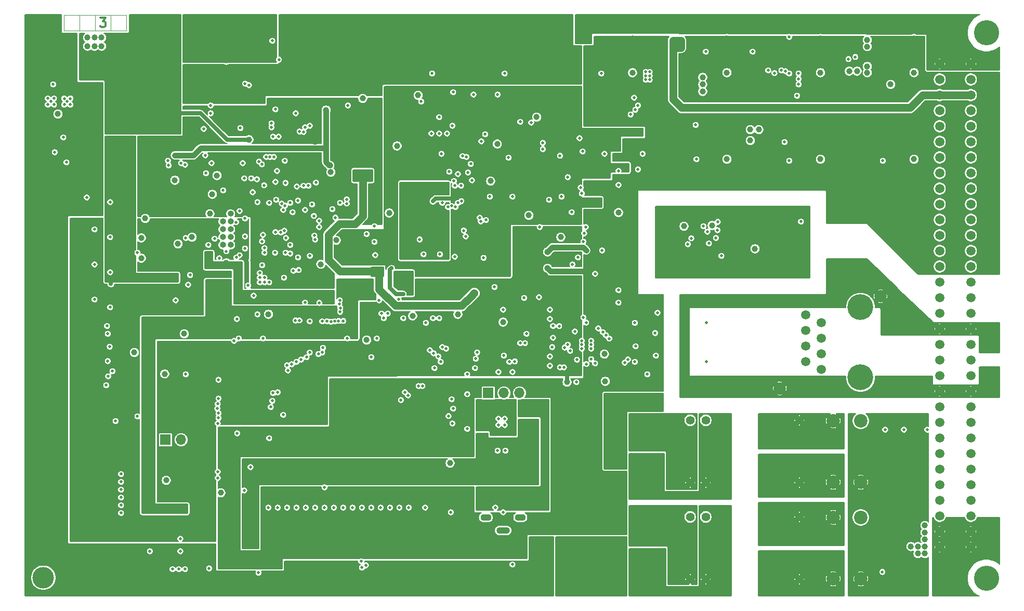
<source format=gbr>
G04 #@! TF.GenerationSoftware,KiCad,Pcbnew,5.1.4*
G04 #@! TF.CreationDate,2019-08-28T20:29:57+02:00*
G04 #@! TF.ProjectId,ETH1CJTAG,45544831-434a-4544-9147-2e6b69636164,rev?*
G04 #@! TF.SameCoordinates,Original*
G04 #@! TF.FileFunction,Copper,L3,Inr*
G04 #@! TF.FilePolarity,Positive*
%FSLAX46Y46*%
G04 Gerber Fmt 4.6, Leading zero omitted, Abs format (unit mm)*
G04 Created by KiCad (PCBNEW 5.1.4) date 2019-08-28 20:29:57*
%MOMM*%
%LPD*%
G04 APERTURE LIST*
%ADD10C,0.120000*%
%ADD11C,0.300000*%
%ADD12C,0.500000*%
%ADD13C,1.501140*%
%ADD14C,4.100000*%
%ADD15C,3.500000*%
%ADD16C,2.000000*%
%ADD17C,1.500000*%
%ADD18C,4.200000*%
%ADD19C,1.400000*%
%ADD20C,2.200000*%
%ADD21O,1.700000X1.700000*%
%ADD22R,1.700000X1.700000*%
%ADD23O,1.000000X1.000000*%
%ADD24R,1.000000X1.000000*%
%ADD25O,2.200000X1.100000*%
%ADD26O,1.800000X1.100000*%
%ADD27C,1.000000*%
%ADD28C,0.635000*%
%ADD29C,0.889000*%
%ADD30C,1.270000*%
%ADD31C,0.254000*%
%ADD32C,0.508000*%
%ADD33C,0.127000*%
G04 APERTURE END LIST*
D10*
X80137000Y-45212000D02*
X80137000Y-42672000D01*
X82677000Y-42672000D02*
X82677000Y-45212000D01*
X75057000Y-45212000D02*
X75057000Y-42672000D01*
X77597000Y-42672000D02*
X77597000Y-45212000D01*
X85217000Y-45212000D02*
X75057000Y-45212000D01*
X85217000Y-42672000D02*
X85217000Y-45212000D01*
X75057000Y-42672000D02*
X85217000Y-42672000D01*
D11*
X80907000Y-43120571D02*
X81835571Y-43120571D01*
X81335571Y-43692000D01*
X81549857Y-43692000D01*
X81692714Y-43763428D01*
X81764142Y-43834857D01*
X81835571Y-43977714D01*
X81835571Y-44334857D01*
X81764142Y-44477714D01*
X81692714Y-44549142D01*
X81549857Y-44620571D01*
X81121285Y-44620571D01*
X80978428Y-44549142D01*
X80907000Y-44477714D01*
D12*
X76065000Y-57269000D03*
X76073000Y-56269000D03*
X75065000Y-56269000D03*
X75065000Y-57269000D03*
X75565000Y-56769000D03*
D13*
X222740000Y-50630000D03*
X222740000Y-53170000D03*
X222740000Y-58250000D03*
X222740000Y-55710000D03*
X222740000Y-60790000D03*
X222740000Y-63330000D03*
X222740000Y-65870000D03*
X222740000Y-68410000D03*
X222740000Y-70950000D03*
X222740000Y-73490000D03*
X222740000Y-76030000D03*
X222740000Y-78570000D03*
X222740000Y-81110000D03*
X222740000Y-83650000D03*
X222740000Y-86190000D03*
X222740000Y-88730000D03*
X222740000Y-91270000D03*
X222740000Y-93810000D03*
X222740000Y-96350000D03*
X222740000Y-98890000D03*
X222740000Y-101430000D03*
X222740000Y-103970000D03*
X222740000Y-106510000D03*
X222740000Y-109050000D03*
X222740000Y-111590000D03*
X222740000Y-114130000D03*
X222740000Y-116670000D03*
X222740000Y-119210000D03*
X222740000Y-121750000D03*
X222740000Y-124290000D03*
X222740000Y-126830000D03*
X222740000Y-129370000D03*
X217660000Y-50630000D03*
X217660000Y-53170000D03*
X217660000Y-58250000D03*
X217660000Y-55710000D03*
X217660000Y-60790000D03*
X217660000Y-63330000D03*
X217660000Y-65870000D03*
X217660000Y-68410000D03*
X217660000Y-70950000D03*
X217660000Y-73490000D03*
X217660000Y-76030000D03*
X217660000Y-78570000D03*
X217660000Y-81110000D03*
X217660000Y-83650000D03*
X217660000Y-86190000D03*
X217660000Y-88730000D03*
X217660000Y-91270000D03*
X217660000Y-93810000D03*
X217660000Y-96350000D03*
X217660000Y-98890000D03*
X217660000Y-101430000D03*
X217660000Y-103970000D03*
X217660000Y-106510000D03*
X217660000Y-109050000D03*
X217660000Y-111590000D03*
X217660000Y-114130000D03*
X217660000Y-116670000D03*
X217660000Y-119210000D03*
X217660000Y-121750000D03*
X217660000Y-124290000D03*
X217660000Y-126830000D03*
X217660000Y-129370000D03*
D14*
X225280000Y-134450000D03*
X225280000Y-45550000D03*
D15*
X71648000Y-134366000D03*
D16*
X208021000Y-88512000D03*
X191621000Y-103512000D03*
D17*
X198421000Y-100457000D03*
X195881000Y-99187000D03*
X198421000Y-97917000D03*
X195881000Y-96647000D03*
X198421000Y-95377000D03*
X195881000Y-94107000D03*
X198421000Y-92837000D03*
X195881000Y-91567000D03*
D18*
X204771000Y-90297000D03*
X204771000Y-101727000D03*
D19*
X194818000Y-134620000D03*
X179578000Y-134620000D03*
X177038000Y-134620000D03*
X177038000Y-124460000D03*
X179578000Y-124460000D03*
X194818000Y-124460000D03*
X194818000Y-118872000D03*
X179578000Y-118872000D03*
X177038000Y-118872000D03*
X177038000Y-108712000D03*
X179578000Y-108712000D03*
X194818000Y-108712000D03*
D20*
X200315000Y-134540000D03*
X200315000Y-124540000D03*
X204815000Y-124540000D03*
X204815000Y-134540000D03*
X200315000Y-118792000D03*
X200315000Y-108792000D03*
X204815000Y-108792000D03*
X204815000Y-118792000D03*
D21*
X149225000Y-104267000D03*
X146685000Y-104267000D03*
D22*
X144145000Y-104267000D03*
D21*
X94107000Y-111887000D03*
D22*
X91567000Y-111887000D03*
D23*
X102171500Y-80137000D03*
X100901500Y-80137000D03*
X102171500Y-78867000D03*
X100901500Y-78867000D03*
X102171500Y-77597000D03*
X100901500Y-77597000D03*
X102171500Y-76327000D03*
X100901500Y-76327000D03*
X102171500Y-75057000D03*
D24*
X100901500Y-75057000D03*
D25*
X146558000Y-126678000D03*
D26*
X149358000Y-124528000D03*
X143758000Y-124528000D03*
D12*
X160909000Y-96393000D03*
X159385000Y-96393000D03*
X160909000Y-97028000D03*
X146812000Y-109474000D03*
X146812000Y-108458000D03*
X145796000Y-109474000D03*
X159385000Y-97028000D03*
X160909000Y-95758000D03*
X159385000Y-95758000D03*
D27*
X99186990Y-71882000D03*
X98806000Y-75057000D03*
X87630000Y-78994000D03*
X87630000Y-82296000D03*
D12*
X109728000Y-68072000D03*
D27*
X99949000Y-68834000D03*
D12*
X112268000Y-74803000D03*
X115443000Y-73533000D03*
D27*
X95885000Y-78867000D03*
X94615000Y-94615000D03*
D12*
X94869000Y-101219000D03*
D27*
X91440000Y-101163500D03*
X131826000Y-91694000D03*
D12*
X98044000Y-65532000D03*
X98171000Y-68453000D03*
X165354000Y-68072000D03*
X159004000Y-62738000D03*
D27*
X152019000Y-59309000D03*
X137922000Y-115697000D03*
D12*
X137287000Y-97028000D03*
D27*
X150749000Y-75311000D03*
D12*
X143637000Y-62103000D03*
X151130000Y-60198000D03*
X149352000Y-60071000D03*
X159512000Y-64897000D03*
X153034998Y-63499998D03*
X158750000Y-82169000D03*
X118745000Y-74295000D03*
D27*
X128016000Y-74930000D03*
D12*
X137795000Y-68199000D03*
X136652000Y-73279000D03*
X138684000Y-70485000D03*
D27*
X144526000Y-69723000D03*
D12*
X110034071Y-49944279D03*
D27*
X179070000Y-53975000D03*
X179070000Y-52832000D03*
X179070000Y-55118000D03*
X123698000Y-56261000D03*
D12*
X103064500Y-76416297D03*
X104521000Y-75819000D03*
X159766000Y-78232000D03*
X162687000Y-81026000D03*
D27*
X119380000Y-79375000D03*
D12*
X133985000Y-92836994D03*
D27*
X186817000Y-61341000D03*
X186817000Y-63119000D03*
X188214000Y-61341000D03*
X139192000Y-91440000D03*
X146558000Y-92710000D03*
D12*
X146558000Y-90678000D03*
X154686000Y-93345000D03*
X150368000Y-94615000D03*
X150114000Y-96139000D03*
X149352000Y-96139000D03*
X94742000Y-132969000D03*
X93726000Y-132969000D03*
X92710000Y-132969000D03*
X169799000Y-52578000D03*
X169799000Y-53213000D03*
X170434000Y-53213000D03*
X170434000Y-52578000D03*
X170434000Y-51943000D03*
X169799000Y-51943000D03*
X194691000Y-53975000D03*
X194691000Y-53086000D03*
X194691000Y-52197000D03*
D27*
X86487000Y-97663000D03*
X132715000Y-55753000D03*
D12*
X141732000Y-55626000D03*
X145669000Y-55626000D03*
X136144000Y-61976000D03*
X134874000Y-61976000D03*
X137414000Y-61976000D03*
D27*
X202946000Y-51815992D03*
X204216000Y-51816000D03*
D12*
X108839000Y-60960000D03*
X108839000Y-60325000D03*
X108585000Y-65786000D03*
X109220000Y-65786000D03*
X107950000Y-65786000D03*
X115951000Y-79247992D03*
X115824000Y-78613000D03*
D27*
X155956000Y-78867000D03*
X108331000Y-91440000D03*
D12*
X105763000Y-71529000D03*
D27*
X118491000Y-68270490D03*
D12*
X111125000Y-81407000D03*
X109406500Y-81407000D03*
D27*
X209677000Y-53975000D03*
X124333000Y-95631000D03*
D12*
X127762000Y-91313000D03*
X148082000Y-100838000D03*
X145796000Y-100838000D03*
X156464000Y-100076000D03*
X155829000Y-100076000D03*
D27*
X145607992Y-63679992D03*
D12*
X117094000Y-92583000D03*
X115062000Y-92583000D03*
X103505000Y-95377000D03*
X107442000Y-95377000D03*
X158496000Y-102489000D03*
X145796000Y-108458000D03*
D27*
X116855989Y-83271836D03*
D12*
X126746000Y-91313000D03*
X116614000Y-89563000D03*
X114300000Y-89535000D03*
X110871000Y-85471000D03*
D27*
X93599000Y-79954490D03*
D12*
X103636903Y-81808334D03*
X72390000Y-56261000D03*
X73406000Y-56261000D03*
X72898000Y-56769000D03*
X73406000Y-57277000D03*
X72390000Y-57277000D03*
X111125000Y-70036510D03*
D27*
X93091000Y-69596000D03*
D12*
X97155000Y-96520000D03*
D27*
X92837000Y-78994000D03*
D12*
X134620000Y-99187000D03*
X79747000Y-108839000D03*
X84455000Y-109728000D03*
X92583000Y-96901000D03*
D27*
X158750000Y-86106000D03*
X157353000Y-81788000D03*
X157480000Y-77978000D03*
X156972000Y-102489004D03*
X88900000Y-128016000D03*
D12*
X112649000Y-105283000D03*
X156464000Y-95885000D03*
X94234000Y-124841000D03*
X94869000Y-124841000D03*
X95504000Y-124841000D03*
X96139000Y-124841000D03*
X96139000Y-125476000D03*
X95504000Y-125476000D03*
X94869000Y-125476000D03*
X94234000Y-125476000D03*
X96774000Y-125476000D03*
X96774000Y-124841000D03*
D27*
X79375000Y-104013000D03*
D12*
X117475000Y-119634000D03*
X116205000Y-108585000D03*
D27*
X78740000Y-97790000D03*
D12*
X92964000Y-100965000D03*
X113157000Y-108458000D03*
X155067000Y-100584000D03*
X150641000Y-90586783D03*
X78866994Y-123825000D03*
X78867020Y-120015000D03*
X86360000Y-88011000D03*
X90550970Y-109728000D03*
D27*
X163195056Y-102362000D03*
D12*
X168021000Y-92837000D03*
X168021000Y-99187000D03*
D27*
X163068000Y-97917000D03*
D12*
X162052000Y-93726000D03*
X158242000Y-94234000D03*
X141986000Y-100203000D03*
X135382000Y-100203000D03*
X125095000Y-98425000D03*
X159639000Y-91948030D03*
X160089514Y-92779510D03*
X130175000Y-84836000D03*
X129921000Y-105410000D03*
X140716000Y-110109000D03*
X130946009Y-86223991D03*
X131572000Y-86233000D03*
X130302000Y-86233000D03*
X129667000Y-86233000D03*
X129032000Y-86233000D03*
X130810000Y-84836000D03*
D27*
X122682000Y-68834000D03*
X124714000Y-68834000D03*
D12*
X125984000Y-84328000D03*
D27*
X123698000Y-68834000D03*
D12*
X125984000Y-84963000D03*
X126619000Y-84328000D03*
D27*
X141859000Y-88011000D03*
D12*
X126619000Y-84963000D03*
X98552000Y-80137000D03*
X99568000Y-79121000D03*
X104394004Y-69282468D03*
X140716000Y-104453510D03*
X105029004Y-86741000D03*
X106934000Y-84709000D03*
X106934000Y-85471000D03*
X106934000Y-86233000D03*
X107696000Y-85471000D03*
X107696000Y-86233000D03*
X108458000Y-86233000D03*
X117856000Y-88011000D03*
X111826562Y-88978600D03*
D27*
X98635235Y-81998235D03*
X101473014Y-83058000D03*
D12*
X94869000Y-78994000D03*
D27*
X150114000Y-115570000D03*
X143129000Y-111506000D03*
X151638000Y-109347000D03*
D12*
X104394000Y-128016000D03*
X105029000Y-128016000D03*
X105664000Y-128016000D03*
X105664000Y-128651000D03*
X105029000Y-128651000D03*
X104394000Y-128651000D03*
X104394000Y-129286000D03*
X105029000Y-129286000D03*
X105664000Y-129286000D03*
D27*
X150114000Y-106045000D03*
X143129000Y-122555000D03*
X148463000Y-120523000D03*
D12*
X146939000Y-113665000D03*
X145669000Y-113665000D03*
D27*
X143565500Y-106934000D03*
D12*
X147955000Y-110617000D03*
X105918000Y-88392000D03*
X93472000Y-122809000D03*
X94107000Y-122809000D03*
X94742000Y-122809000D03*
X94742000Y-123444000D03*
X94107000Y-123444000D03*
X93472000Y-123444000D03*
X98552000Y-86106000D03*
X99568000Y-86106000D03*
X100584000Y-86106000D03*
X101600000Y-86106000D03*
X121412000Y-86106000D03*
X122428000Y-86106000D03*
X123444000Y-86106000D03*
X124460000Y-86106000D03*
X130301988Y-88138000D03*
X128397000Y-83947000D03*
D27*
X167894000Y-116967000D03*
X167894000Y-118110000D03*
X167894000Y-119253000D03*
D12*
X211836000Y-110236000D03*
X208326996Y-133430000D03*
D27*
X207772000Y-112776000D03*
X209042000Y-112776000D03*
X210312000Y-112776000D03*
X211582000Y-112776000D03*
X212852000Y-112776000D03*
X214122000Y-112776000D03*
X215392000Y-112776000D03*
X215392000Y-114046000D03*
X214122000Y-114046000D03*
X212852000Y-114046000D03*
X211582000Y-114046000D03*
X210312000Y-114046000D03*
X209042000Y-114046000D03*
X207772000Y-114046000D03*
X167894000Y-110617000D03*
X167894000Y-109474000D03*
X167894000Y-108331000D03*
X172085000Y-104902000D03*
X170815000Y-104902000D03*
X169672000Y-104902000D03*
X168529000Y-104902000D03*
X168529000Y-106045000D03*
X169672000Y-106045000D03*
X163703000Y-116078000D03*
X163703000Y-114935000D03*
X163703000Y-113792000D03*
X198247000Y-46482000D03*
X183007000Y-46482000D03*
X213487000Y-46482000D03*
X183007000Y-60579000D03*
X198247000Y-60579000D03*
X153797000Y-83947000D03*
D12*
X100457000Y-129159000D03*
X101092000Y-129159000D03*
X101727000Y-129159000D03*
X102362000Y-129159000D03*
X102362000Y-129794000D03*
X101727000Y-129794000D03*
X101092000Y-129794000D03*
X100457000Y-129794000D03*
X100457000Y-130429000D03*
X101092000Y-130429000D03*
X101727000Y-130429000D03*
X102362000Y-130429000D03*
D27*
X167640000Y-46482000D03*
X214630000Y-61722000D03*
X156718000Y-116078000D03*
X157861000Y-116078000D03*
X157861000Y-114935000D03*
X156718000Y-114935000D03*
X156718000Y-110490000D03*
X156718000Y-111633000D03*
X157861000Y-111633000D03*
X157861000Y-110490000D03*
D12*
X102743000Y-95758000D03*
X100457000Y-110236000D03*
D27*
X168148000Y-134239000D03*
X169418000Y-134239000D03*
X170688000Y-134239000D03*
X171958000Y-134239000D03*
X168148000Y-124841000D03*
X169418000Y-124841000D03*
X170688000Y-124841000D03*
X171958000Y-124841000D03*
X163195000Y-129413000D03*
X161925000Y-129413000D03*
X164465000Y-129413000D03*
X157861000Y-128524000D03*
X157861000Y-129667000D03*
X157861000Y-130810000D03*
X157861000Y-131953000D03*
X165735000Y-129413000D03*
X151638000Y-128524000D03*
X151638000Y-129667000D03*
X151638000Y-130810000D03*
X151638000Y-131953000D03*
D12*
X79121000Y-60960000D03*
D27*
X73152000Y-46355000D03*
X74295000Y-46355000D03*
X75438000Y-46355000D03*
X76581000Y-46355000D03*
X76581000Y-47498000D03*
X75438000Y-47498000D03*
X74295000Y-47498000D03*
X73152000Y-47498000D03*
X101473000Y-50038000D03*
X101473000Y-48768000D03*
X101473000Y-47498000D03*
X101473000Y-46228000D03*
X101473000Y-44958000D03*
X101473000Y-43688000D03*
X100203000Y-43688000D03*
X98933000Y-43688000D03*
X97663000Y-43688000D03*
D12*
X108966000Y-46863000D03*
X104140000Y-66802000D03*
X110998000Y-66421000D03*
X109590443Y-72770454D03*
X93091000Y-65532000D03*
D27*
X117729000Y-58166000D03*
X118343814Y-67153131D03*
X92329000Y-64389000D03*
D12*
X95758000Y-67437000D03*
D27*
X121793000Y-75438000D03*
X93345000Y-71882000D03*
D12*
X115189000Y-57404000D03*
X108077000Y-68072000D03*
D27*
X120650000Y-67310000D03*
X117348000Y-70104000D03*
X126238000Y-70993000D03*
D12*
X118618000Y-73533000D03*
D27*
X110363000Y-76454000D03*
D12*
X104521000Y-74676000D03*
D27*
X107315000Y-58039000D03*
D12*
X110208000Y-79982000D03*
X115951000Y-82169000D03*
X114681000Y-85471000D03*
D27*
X115951000Y-63317490D03*
D12*
X104521000Y-80712500D03*
D27*
X105852353Y-82655117D03*
X88265000Y-72771000D03*
D12*
X86995000Y-81407000D03*
X73533000Y-65024000D03*
X109474000Y-69850000D03*
X112949970Y-70612000D03*
X107315000Y-83439000D03*
X107696500Y-81406500D03*
X115077510Y-81911858D03*
X114300000Y-74421978D03*
X113157000Y-72898000D03*
X114046000Y-70485018D03*
X114840260Y-70479727D03*
X136398000Y-84709000D03*
D27*
X147574000Y-68707000D03*
X154940000Y-68707000D03*
D12*
X148717000Y-71755000D03*
X166878000Y-67818000D03*
X163957000Y-67818000D03*
X161671000Y-62738000D03*
X156464000Y-60579000D03*
X142529986Y-79720000D03*
X142875000Y-74168000D03*
X150876000Y-69088000D03*
X157099000Y-68326000D03*
X154178000Y-62738000D03*
X150368000Y-62611000D03*
X142240000Y-61341000D03*
D27*
X141097000Y-58039000D03*
D12*
X148717000Y-58039000D03*
X156083000Y-58039000D03*
X149352000Y-64516000D03*
X148209000Y-62738000D03*
X129032000Y-77216000D03*
X128778000Y-73660000D03*
X135128000Y-73025000D03*
X142240000Y-68326000D03*
X141986000Y-64516000D03*
D27*
X164973000Y-64262000D03*
X168817746Y-61865758D03*
X163449000Y-68834000D03*
X162052000Y-73279000D03*
X155448000Y-75057000D03*
X147193000Y-81407000D03*
X134874000Y-65278000D03*
X153035000Y-54737000D03*
X141224000Y-72080500D03*
D12*
X111887001Y-81534000D03*
X133147012Y-85045138D03*
X121666000Y-81788000D03*
X120082490Y-81280000D03*
X100330000Y-82296000D03*
X103124006Y-82169000D03*
X130048000Y-73025000D03*
X137414000Y-70230994D03*
X135763000Y-79121000D03*
X130175000Y-82236500D03*
X132969000Y-79244974D03*
X133604000Y-81661000D03*
D27*
X153797000Y-81280000D03*
D12*
X160020000Y-77216000D03*
X160078859Y-81026000D03*
X161544000Y-84836000D03*
D27*
X165357379Y-74858510D03*
X176022000Y-77089000D03*
X187579000Y-80772000D03*
D12*
X176657000Y-80010000D03*
D27*
X180594000Y-76962000D03*
X177165000Y-82550000D03*
X182118000Y-84074000D03*
D12*
X184150000Y-75311000D03*
X195072000Y-76327000D03*
X93218000Y-89154000D03*
D27*
X92949055Y-85197303D03*
X88265000Y-75819000D03*
D12*
X82677000Y-69342000D03*
X82804000Y-75057000D03*
X82804000Y-80772000D03*
X82677000Y-86487000D03*
X100076000Y-109220000D03*
D27*
X100584000Y-120523000D03*
D12*
X121158000Y-95377000D03*
X165354000Y-89535000D03*
X165354000Y-87503000D03*
X208788000Y-110236000D03*
D27*
X215265000Y-129286000D03*
X214122000Y-129286000D03*
X212979000Y-129286000D03*
X214122000Y-130429000D03*
X215265000Y-130429000D03*
X215265000Y-128143000D03*
X215265000Y-127000000D03*
X215265000Y-125857000D03*
D12*
X215646000Y-110236000D03*
D27*
X183007000Y-52070000D03*
X167640000Y-52070000D03*
D12*
X156083000Y-72263000D03*
X140462000Y-78740000D03*
X154051000Y-72771000D03*
X168529000Y-67818000D03*
X159385000Y-71755000D03*
X140150512Y-77781488D03*
X153035000Y-64516000D03*
D27*
X183007000Y-66167000D03*
D12*
X192405000Y-63373000D03*
D27*
X198247000Y-66167000D03*
X213487000Y-66167000D03*
X198247000Y-52070000D03*
X213487000Y-52070000D03*
D12*
X179197000Y-77089000D03*
X177215382Y-79044382D03*
X180086000Y-79883000D03*
X89027000Y-130048000D03*
X93980000Y-130048000D03*
X93980000Y-128016000D03*
D27*
X91694000Y-118491000D03*
D12*
X86995000Y-108077000D03*
X108457990Y-111633000D03*
X83439018Y-108839000D03*
X110744000Y-107822996D03*
X82232500Y-101536500D03*
X82931000Y-100711000D03*
X82169000Y-99060000D03*
X82470000Y-96727000D03*
X82169000Y-94615000D03*
X82042000Y-93344996D03*
X81915000Y-102997000D03*
X146558000Y-123698000D03*
X145289692Y-122934308D03*
X110363000Y-78105000D03*
X110923816Y-77824592D03*
X111192490Y-78994000D03*
X111887000Y-80137000D03*
X193167000Y-66421000D03*
X167328512Y-58870512D03*
X208407000Y-66421000D03*
X168090512Y-58106490D03*
X168529000Y-57404000D03*
X194437000Y-55820490D03*
X147447000Y-65913004D03*
X193167000Y-52197000D03*
X163068000Y-65278000D03*
X193167000Y-46228000D03*
D27*
X205867000Y-46736000D03*
X205867000Y-47815500D03*
X205867000Y-52070000D03*
X205867000Y-51054000D03*
X160401000Y-46736000D03*
X158877000Y-46736000D03*
X158877000Y-45593000D03*
X158877000Y-44450000D03*
X158877000Y-43307000D03*
D12*
X189738000Y-51689000D03*
X191897000Y-51689000D03*
D27*
X174244000Y-54102000D03*
X174244000Y-52959000D03*
X174244000Y-55245000D03*
X174244008Y-46863000D03*
X174244006Y-48006000D03*
X175514000Y-48006000D03*
X175514000Y-46863000D03*
D12*
X130556000Y-104140000D03*
X131064000Y-104648000D03*
X162560000Y-52197000D03*
X135001000Y-52197000D03*
X190754000Y-52129500D03*
X192532000Y-51816000D03*
X202819000Y-49851488D03*
X203926224Y-49506248D03*
X178054000Y-66167000D03*
X140589000Y-65786000D03*
X136144000Y-59309000D03*
X171704000Y-91186000D03*
X171323000Y-94488000D03*
X163309420Y-94856420D03*
X166890580Y-98793420D03*
X171450000Y-98171000D03*
X163842580Y-95389580D03*
X166357420Y-99326580D03*
X168148000Y-96647000D03*
X170053000Y-101219000D03*
X179705000Y-99187000D03*
X179705000Y-92837000D03*
X135128000Y-92075000D03*
X132782500Y-103124000D03*
X136144000Y-92075000D03*
X133409500Y-103124000D03*
X137668000Y-108017500D03*
X138303000Y-109220000D03*
X113383386Y-92440410D03*
X117094000Y-97663000D03*
X112739104Y-92443702D03*
X116466987Y-97917000D03*
X107635500Y-70418500D03*
X152527008Y-77216000D03*
X138303000Y-60706000D03*
X136525000Y-65278000D03*
X156575940Y-96852643D03*
X160909000Y-98750501D03*
X154686000Y-95250000D03*
X161544000Y-99441000D03*
X154178000Y-98298000D03*
X160123289Y-99529657D03*
X142327232Y-97653749D03*
X134620000Y-97282000D03*
X154178000Y-90678000D03*
X155691137Y-93355863D03*
X154178000Y-92202000D03*
X157099000Y-96393000D03*
X154559000Y-96774000D03*
X154178000Y-99822000D03*
X135255000Y-97790000D03*
X146685000Y-98171000D03*
X162814000Y-94361000D03*
X136017000Y-98298002D03*
X142113000Y-98679006D03*
X106553000Y-91440000D03*
X117221004Y-96901000D03*
X138176000Y-105283000D03*
X129540000Y-89027000D03*
X148082000Y-132207000D03*
X152400000Y-88646000D03*
X104394024Y-120142000D03*
X121285000Y-57404000D03*
X97790000Y-61214000D03*
X98933006Y-57404000D03*
X99060000Y-66802000D03*
X105156001Y-54101999D03*
X104527637Y-53852466D03*
X98933000Y-58674000D03*
X103759000Y-61087000D03*
X106807000Y-66548000D03*
X109093000Y-62484000D03*
X106459198Y-69430771D03*
X113257291Y-84226072D03*
X113157000Y-82169000D03*
X119239542Y-75687991D03*
X112394962Y-84327996D03*
X127127000Y-92075000D03*
X130302000Y-92075000D03*
X121090508Y-73388373D03*
X120015000Y-73279000D03*
X116078000Y-69977000D03*
X100965000Y-71247000D03*
X105537000Y-69282468D03*
X121090510Y-72703510D03*
X106553000Y-73152000D03*
X108458000Y-73279000D03*
X116586000Y-76200000D03*
X115736757Y-75410267D03*
X104521000Y-78739986D03*
X116586000Y-77216000D03*
X107295557Y-79560632D03*
X95250000Y-86614000D03*
X95561872Y-85044152D03*
X107696500Y-80645000D03*
X141478000Y-69596000D03*
X144399000Y-72263000D03*
X141283510Y-66929000D03*
X142748000Y-75692000D03*
X157099000Y-69088000D03*
X155829000Y-65599500D03*
X100203000Y-108331000D03*
X145160996Y-86995000D03*
X120523000Y-92515510D03*
X126365000Y-89154000D03*
X125730000Y-81788000D03*
X125603000Y-79629000D03*
X124333000Y-78359000D03*
X138430000Y-55245000D03*
X107255490Y-66996490D03*
X103631996Y-74610906D03*
X109982000Y-62484012D03*
X133223000Y-56769000D03*
X101479012Y-81159012D03*
X103183510Y-92202000D03*
X187198000Y-48641000D03*
X179578000Y-48641000D03*
X167894000Y-56134000D03*
X139954000Y-65659000D03*
X140843000Y-68326000D03*
X100209012Y-105162012D03*
X117879933Y-92570607D03*
X119888000Y-89789000D03*
X182117996Y-81915000D03*
X181521889Y-76365889D03*
X181483000Y-77724000D03*
X149987000Y-88773000D03*
X100203000Y-102108000D03*
X136652000Y-96774012D03*
X111506000Y-100583996D03*
X78740000Y-72390000D03*
X80009998Y-83312000D03*
X82550000Y-73152000D03*
X82550000Y-84582000D03*
X80010008Y-77597000D03*
X80010000Y-89027000D03*
X82550000Y-78867000D03*
X82550000Y-90297000D03*
X140715994Y-101219000D03*
X138430000Y-106807000D03*
X125984000Y-95377000D03*
X123571000Y-132715000D03*
X124206000Y-132334000D03*
X123444000Y-131699000D03*
X147574000Y-99187000D03*
X136398000Y-99187000D03*
X157460002Y-97389000D03*
X113665000Y-98805990D03*
X112903000Y-99187000D03*
X114554008Y-98425000D03*
X115062000Y-97663000D03*
X111379000Y-99754521D03*
X112141000Y-99568000D03*
X98679000Y-132842000D03*
X129667000Y-122936000D03*
X122047000Y-122936000D03*
X117475000Y-122936000D03*
X115951000Y-122936000D03*
X84328000Y-123825000D03*
X114427000Y-122936000D03*
X84328000Y-122555000D03*
X112903000Y-122936000D03*
X84328000Y-121285000D03*
X111379000Y-122936000D03*
X84328000Y-120015000D03*
X109855000Y-122936000D03*
X84328000Y-118745000D03*
X108331000Y-122936000D03*
X84328000Y-117475000D03*
X100076000Y-118110000D03*
X100076000Y-117094000D03*
X131191000Y-122936000D03*
X128143000Y-122936000D03*
X126619000Y-122936000D03*
X125095000Y-122936000D03*
X123571000Y-122936000D03*
X120523000Y-122936000D03*
X118999000Y-122936000D03*
X148463000Y-99119500D03*
X158584871Y-98844129D03*
X109474000Y-58039000D03*
X112776000Y-58674000D03*
X109474000Y-78037510D03*
X107442000Y-78486000D03*
X113411000Y-61654500D03*
X111042924Y-73707729D03*
X114046000Y-61722000D03*
X110744004Y-74422000D03*
X115062000Y-60706000D03*
X111887000Y-73279000D03*
X114300000Y-60959984D03*
X110499056Y-73395717D03*
X94742000Y-67056000D03*
X92080942Y-67179547D03*
X91959939Y-66402566D03*
X94100988Y-66808012D03*
X139192000Y-68580000D03*
X137571207Y-73952437D03*
X143002000Y-63246000D03*
X139192000Y-73279000D03*
X138176000Y-73787000D03*
X138557000Y-69723000D03*
X142900070Y-76300281D03*
X165354000Y-70358000D03*
X143764000Y-76073000D03*
X159190510Y-70798510D03*
X138780793Y-73952437D03*
X139710313Y-70474687D03*
X181229000Y-78994000D03*
X179832000Y-77978000D03*
X100203000Y-107569000D03*
X157734000Y-74803000D03*
X119947510Y-89154000D03*
X119761000Y-92515510D03*
X159638359Y-79609974D03*
X100012489Y-106792397D03*
X119126008Y-92583000D03*
X120014875Y-91026380D03*
X100076000Y-106045000D03*
X157861000Y-83312000D03*
X118502268Y-92647048D03*
X120030660Y-90399567D03*
X105410000Y-116332000D03*
X106726000Y-133558000D03*
X103251000Y-110827000D03*
X108712000Y-106553000D03*
X108966000Y-105537000D03*
X109093000Y-104267000D03*
X109855000Y-104140000D03*
X138684000Y-82042000D03*
X143383000Y-82236490D03*
D27*
X129286010Y-64008010D03*
D12*
X148082000Y-72263000D03*
X139752807Y-72998597D03*
X136271000Y-81661000D03*
X125603000Y-77089000D03*
X146811992Y-52197000D03*
X169291000Y-65278000D03*
X177927000Y-60579000D03*
X133858000Y-122936000D03*
D27*
X124206000Y-48641000D03*
X124206000Y-47371000D03*
X124206000Y-46101000D03*
X124206000Y-44831000D03*
X125476000Y-44831000D03*
X125476000Y-46101000D03*
X125476000Y-47371000D03*
X125476000Y-48641000D03*
X125476000Y-49911000D03*
X125476000Y-51181000D03*
X125476000Y-52451000D03*
X124206000Y-52451000D03*
X124206000Y-51181000D03*
X124206000Y-49911000D03*
X99822000Y-55245000D03*
X100965000Y-55245000D03*
X102108000Y-55245000D03*
X124206000Y-43561000D03*
X125476000Y-43561000D03*
X124206000Y-53721000D03*
X125476000Y-53721000D03*
X126746000Y-53721000D03*
X126746000Y-52451000D03*
X126746000Y-51181000D03*
X126746000Y-49911000D03*
X126746000Y-48641000D03*
X126746000Y-47371000D03*
X126746000Y-46101000D03*
X126746000Y-44831000D03*
X126746000Y-43561000D03*
X81153000Y-46355000D03*
X80010000Y-46355000D03*
X78867000Y-46355000D03*
X78867000Y-47752000D03*
X80010000Y-47752000D03*
X81153000Y-47752000D03*
X105156000Y-62992000D03*
D12*
X92710000Y-58673992D03*
D27*
X82931000Y-50546000D03*
X82931000Y-49403000D03*
X82931000Y-48260000D03*
X82931000Y-51689000D03*
X82931000Y-52832000D03*
X86614000Y-44958000D03*
X86614000Y-46101000D03*
X86614000Y-47371000D03*
X91186000Y-43688000D03*
X88900000Y-43688000D03*
X86614000Y-43688000D03*
X92329000Y-47371000D03*
X90043000Y-43688000D03*
X92329000Y-43688000D03*
X92329000Y-44958110D03*
X92329000Y-46100992D03*
X87757000Y-43688000D03*
X88011000Y-52704990D03*
X89535000Y-52705000D03*
X89535000Y-54102000D03*
X88011000Y-54102000D03*
X86487000Y-54102000D03*
X86487000Y-52705000D03*
X74041000Y-58801000D03*
D12*
X75438000Y-66675000D03*
X74930000Y-62611000D03*
X138049000Y-123698000D03*
X73279000Y-53975000D03*
D28*
X156972000Y-102489004D02*
X156972000Y-100838000D01*
D29*
X158750000Y-86106000D02*
X158042894Y-86106000D01*
X126619000Y-84455000D02*
X126619000Y-84963000D01*
D30*
X141359001Y-88510999D02*
X141859000Y-88011000D01*
X139830999Y-90039001D02*
X141359001Y-88510999D01*
X129054239Y-90039001D02*
X139830999Y-90039001D01*
X126369001Y-87353763D02*
X129054239Y-90039001D01*
X126369001Y-85212999D02*
X126369001Y-87353763D01*
X123698000Y-75400762D02*
X123698000Y-68834000D01*
X120015000Y-84455000D02*
X118117999Y-82557999D01*
X125857000Y-84455000D02*
X120015000Y-84455000D01*
X122398761Y-76700001D02*
X123698000Y-75400762D01*
X118117999Y-82557999D02*
X118117999Y-78478001D01*
X118117999Y-78478001D02*
X119895999Y-76700001D01*
X119895999Y-76700001D02*
X122398761Y-76700001D01*
D28*
X128143000Y-84201000D02*
X128397000Y-83947000D01*
X130301988Y-88138000D02*
X129159000Y-88138000D01*
X128143000Y-87122000D02*
X128143000Y-84201000D01*
X129159000Y-88138000D02*
X128143000Y-87122000D01*
D29*
X154296999Y-84446999D02*
X160282001Y-84446999D01*
X153797000Y-83947000D02*
X154296999Y-84446999D01*
X160282001Y-84446999D02*
X160782000Y-83947000D01*
X118235319Y-67153131D02*
X118343814Y-67153131D01*
X117729000Y-58166000D02*
X117729000Y-66646812D01*
X117860274Y-66778086D02*
X118235319Y-67153131D01*
X117729000Y-66646812D02*
X117860274Y-66778086D01*
X96139000Y-65532000D02*
X93091000Y-65532000D01*
X97282000Y-64389000D02*
X96139000Y-65532000D01*
X117729000Y-65913000D02*
X117729000Y-64389000D01*
X117729000Y-64389000D02*
X97282000Y-64389000D01*
D31*
X114681000Y-85471000D02*
X114681000Y-84074000D01*
X114681000Y-84074000D02*
X114681000Y-83947000D01*
X114681000Y-83947000D02*
X115062000Y-83566000D01*
D32*
X114681000Y-85471000D02*
X114681000Y-83820000D01*
D28*
X135568501Y-72584499D02*
X138489501Y-72584499D01*
X135128000Y-73025000D02*
X135568501Y-72584499D01*
X130175000Y-73152000D02*
X130048000Y-73025000D01*
X130175000Y-82236500D02*
X130175000Y-73152000D01*
X132842006Y-70230994D02*
X137414000Y-70230994D01*
X130048000Y-73025000D02*
X132842006Y-70230994D01*
X130302000Y-80391000D02*
X130175000Y-80518000D01*
X133846138Y-80391000D02*
X130302000Y-80391000D01*
X130175000Y-80518000D02*
X130175000Y-82236500D01*
X135763000Y-79121000D02*
X135116138Y-79121000D01*
X135116138Y-79121000D02*
X133846138Y-80391000D01*
D29*
X159828860Y-80776001D02*
X160078859Y-81026000D01*
X159570859Y-80518000D02*
X159828860Y-80776001D01*
X153797000Y-81280000D02*
X154559000Y-80518000D01*
X154559000Y-80518000D02*
X159570859Y-80518000D01*
D28*
X82677000Y-86487000D02*
X82677000Y-86106000D01*
D30*
X222740000Y-55710000D02*
X217660000Y-55710000D01*
X174244000Y-55245000D02*
X174244000Y-52959000D01*
X174244000Y-46863008D02*
X174244008Y-46863000D01*
X174244000Y-52959000D02*
X174244000Y-46863008D01*
X174244008Y-46863000D02*
X175514000Y-46863000D01*
X175514000Y-46863000D02*
X175514000Y-48006000D01*
X175514000Y-48006000D02*
X174244006Y-48006000D01*
X174244000Y-56388000D02*
X174244000Y-55245000D01*
X175641000Y-57785000D02*
X174244000Y-56388000D01*
X212852000Y-57785000D02*
X175641000Y-57785000D01*
X217660000Y-55710000D02*
X214927000Y-55710000D01*
X214927000Y-55710000D02*
X212852000Y-57785000D01*
D28*
X97282000Y-58674000D02*
X92710008Y-58674000D01*
X105156000Y-62992000D02*
X101600000Y-62992000D01*
X92710008Y-58674000D02*
X92710000Y-58673992D01*
X101600000Y-62992000D02*
X97282000Y-58674000D01*
D33*
G36*
X196532500Y-73940302D02*
G01*
X196532500Y-85444698D01*
X196442698Y-85534500D01*
X171476302Y-85534500D01*
X171386500Y-85444698D01*
X171386500Y-81859106D01*
X181550496Y-81859106D01*
X181550496Y-81970894D01*
X181572305Y-82080534D01*
X181615084Y-82183812D01*
X181677190Y-82276760D01*
X181756236Y-82355806D01*
X181849184Y-82417912D01*
X181952462Y-82460691D01*
X182062102Y-82482500D01*
X182173890Y-82482500D01*
X182283530Y-82460691D01*
X182386808Y-82417912D01*
X182479756Y-82355806D01*
X182558802Y-82276760D01*
X182620908Y-82183812D01*
X182663687Y-82080534D01*
X182685496Y-81970894D01*
X182685496Y-81859106D01*
X182663687Y-81749466D01*
X182620908Y-81646188D01*
X182558802Y-81553240D01*
X182479756Y-81474194D01*
X182386808Y-81412088D01*
X182283530Y-81369309D01*
X182173890Y-81347500D01*
X182062102Y-81347500D01*
X181952462Y-81369309D01*
X181849184Y-81412088D01*
X181756236Y-81474194D01*
X181677190Y-81553240D01*
X181615084Y-81646188D01*
X181572305Y-81749466D01*
X181550496Y-81859106D01*
X171386500Y-81859106D01*
X171386500Y-80691483D01*
X186761500Y-80691483D01*
X186761500Y-80852517D01*
X186792916Y-81010456D01*
X186854540Y-81159232D01*
X186944006Y-81293126D01*
X187057874Y-81406994D01*
X187191768Y-81496460D01*
X187340544Y-81558084D01*
X187498483Y-81589500D01*
X187659517Y-81589500D01*
X187817456Y-81558084D01*
X187966232Y-81496460D01*
X188100126Y-81406994D01*
X188213994Y-81293126D01*
X188303460Y-81159232D01*
X188365084Y-81010456D01*
X188396500Y-80852517D01*
X188396500Y-80691483D01*
X188365084Y-80533544D01*
X188303460Y-80384768D01*
X188213994Y-80250874D01*
X188100126Y-80137006D01*
X187966232Y-80047540D01*
X187817456Y-79985916D01*
X187659517Y-79954500D01*
X187498483Y-79954500D01*
X187340544Y-79985916D01*
X187191768Y-80047540D01*
X187057874Y-80137006D01*
X186944006Y-80250874D01*
X186854540Y-80384768D01*
X186792916Y-80533544D01*
X186761500Y-80691483D01*
X171386500Y-80691483D01*
X171386500Y-79954106D01*
X176089500Y-79954106D01*
X176089500Y-80065894D01*
X176111309Y-80175534D01*
X176154088Y-80278812D01*
X176216194Y-80371760D01*
X176295240Y-80450806D01*
X176388188Y-80512912D01*
X176491466Y-80555691D01*
X176601106Y-80577500D01*
X176712894Y-80577500D01*
X176822534Y-80555691D01*
X176925812Y-80512912D01*
X177018760Y-80450806D01*
X177097806Y-80371760D01*
X177159912Y-80278812D01*
X177202691Y-80175534D01*
X177224500Y-80065894D01*
X177224500Y-79954106D01*
X177202691Y-79844466D01*
X177195501Y-79827106D01*
X179518500Y-79827106D01*
X179518500Y-79938894D01*
X179540309Y-80048534D01*
X179583088Y-80151812D01*
X179645194Y-80244760D01*
X179724240Y-80323806D01*
X179817188Y-80385912D01*
X179920466Y-80428691D01*
X180030106Y-80450500D01*
X180141894Y-80450500D01*
X180251534Y-80428691D01*
X180354812Y-80385912D01*
X180447760Y-80323806D01*
X180526806Y-80244760D01*
X180588912Y-80151812D01*
X180631691Y-80048534D01*
X180653500Y-79938894D01*
X180653500Y-79827106D01*
X180631691Y-79717466D01*
X180588912Y-79614188D01*
X180526806Y-79521240D01*
X180447760Y-79442194D01*
X180354812Y-79380088D01*
X180251534Y-79337309D01*
X180141894Y-79315500D01*
X180030106Y-79315500D01*
X179920466Y-79337309D01*
X179817188Y-79380088D01*
X179724240Y-79442194D01*
X179645194Y-79521240D01*
X179583088Y-79614188D01*
X179540309Y-79717466D01*
X179518500Y-79827106D01*
X177195501Y-79827106D01*
X177159912Y-79741188D01*
X177097806Y-79648240D01*
X177032420Y-79582854D01*
X177049848Y-79590073D01*
X177159488Y-79611882D01*
X177271276Y-79611882D01*
X177380916Y-79590073D01*
X177484194Y-79547294D01*
X177577142Y-79485188D01*
X177656188Y-79406142D01*
X177718294Y-79313194D01*
X177761073Y-79209916D01*
X177782882Y-79100276D01*
X177782882Y-78988488D01*
X177772861Y-78938106D01*
X180661500Y-78938106D01*
X180661500Y-79049894D01*
X180683309Y-79159534D01*
X180726088Y-79262812D01*
X180788194Y-79355760D01*
X180867240Y-79434806D01*
X180960188Y-79496912D01*
X181063466Y-79539691D01*
X181173106Y-79561500D01*
X181284894Y-79561500D01*
X181394534Y-79539691D01*
X181497812Y-79496912D01*
X181590760Y-79434806D01*
X181669806Y-79355760D01*
X181731912Y-79262812D01*
X181774691Y-79159534D01*
X181796500Y-79049894D01*
X181796500Y-78938106D01*
X181774691Y-78828466D01*
X181731912Y-78725188D01*
X181669806Y-78632240D01*
X181590760Y-78553194D01*
X181497812Y-78491088D01*
X181394534Y-78448309D01*
X181284894Y-78426500D01*
X181173106Y-78426500D01*
X181063466Y-78448309D01*
X180960188Y-78491088D01*
X180867240Y-78553194D01*
X180788194Y-78632240D01*
X180726088Y-78725188D01*
X180683309Y-78828466D01*
X180661500Y-78938106D01*
X177772861Y-78938106D01*
X177761073Y-78878848D01*
X177718294Y-78775570D01*
X177656188Y-78682622D01*
X177577142Y-78603576D01*
X177484194Y-78541470D01*
X177380916Y-78498691D01*
X177271276Y-78476882D01*
X177159488Y-78476882D01*
X177049848Y-78498691D01*
X176946570Y-78541470D01*
X176853622Y-78603576D01*
X176774576Y-78682622D01*
X176712470Y-78775570D01*
X176669691Y-78878848D01*
X176647882Y-78988488D01*
X176647882Y-79100276D01*
X176669691Y-79209916D01*
X176712470Y-79313194D01*
X176774576Y-79406142D01*
X176839962Y-79471528D01*
X176822534Y-79464309D01*
X176712894Y-79442500D01*
X176601106Y-79442500D01*
X176491466Y-79464309D01*
X176388188Y-79507088D01*
X176295240Y-79569194D01*
X176216194Y-79648240D01*
X176154088Y-79741188D01*
X176111309Y-79844466D01*
X176089500Y-79954106D01*
X171386500Y-79954106D01*
X171386500Y-77008483D01*
X175204500Y-77008483D01*
X175204500Y-77169517D01*
X175235916Y-77327456D01*
X175297540Y-77476232D01*
X175387006Y-77610126D01*
X175500874Y-77723994D01*
X175634768Y-77813460D01*
X175783544Y-77875084D01*
X175941483Y-77906500D01*
X176102517Y-77906500D01*
X176260456Y-77875084D01*
X176409232Y-77813460D01*
X176543126Y-77723994D01*
X176656994Y-77610126D01*
X176746460Y-77476232D01*
X176808084Y-77327456D01*
X176839500Y-77169517D01*
X176839500Y-77033106D01*
X178629500Y-77033106D01*
X178629500Y-77144894D01*
X178651309Y-77254534D01*
X178694088Y-77357812D01*
X178756194Y-77450760D01*
X178835240Y-77529806D01*
X178928188Y-77591912D01*
X179031466Y-77634691D01*
X179141106Y-77656500D01*
X179252894Y-77656500D01*
X179362534Y-77634691D01*
X179385115Y-77625338D01*
X179329088Y-77709188D01*
X179286309Y-77812466D01*
X179264500Y-77922106D01*
X179264500Y-78033894D01*
X179286309Y-78143534D01*
X179329088Y-78246812D01*
X179391194Y-78339760D01*
X179470240Y-78418806D01*
X179563188Y-78480912D01*
X179666466Y-78523691D01*
X179776106Y-78545500D01*
X179887894Y-78545500D01*
X179997534Y-78523691D01*
X180100812Y-78480912D01*
X180193760Y-78418806D01*
X180272806Y-78339760D01*
X180334912Y-78246812D01*
X180377691Y-78143534D01*
X180399500Y-78033894D01*
X180399500Y-77922106D01*
X180377691Y-77812466D01*
X180350087Y-77745824D01*
X180355544Y-77748084D01*
X180513483Y-77779500D01*
X180674517Y-77779500D01*
X180832456Y-77748084D01*
X180915500Y-77713687D01*
X180915500Y-77779894D01*
X180937309Y-77889534D01*
X180980088Y-77992812D01*
X181042194Y-78085760D01*
X181121240Y-78164806D01*
X181214188Y-78226912D01*
X181317466Y-78269691D01*
X181427106Y-78291500D01*
X181538894Y-78291500D01*
X181648534Y-78269691D01*
X181751812Y-78226912D01*
X181844760Y-78164806D01*
X181923806Y-78085760D01*
X181985912Y-77992812D01*
X182028691Y-77889534D01*
X182050500Y-77779894D01*
X182050500Y-77668106D01*
X182028691Y-77558466D01*
X181985912Y-77455188D01*
X181923806Y-77362240D01*
X181844760Y-77283194D01*
X181751812Y-77221088D01*
X181648534Y-77178309D01*
X181538894Y-77156500D01*
X181427106Y-77156500D01*
X181387250Y-77164428D01*
X181411500Y-77042517D01*
X181411500Y-76922549D01*
X181465995Y-76933389D01*
X181577783Y-76933389D01*
X181687423Y-76911580D01*
X181790701Y-76868801D01*
X181883649Y-76806695D01*
X181962695Y-76727649D01*
X182024801Y-76634701D01*
X182067580Y-76531423D01*
X182089389Y-76421783D01*
X182089389Y-76309995D01*
X182081654Y-76271106D01*
X194504500Y-76271106D01*
X194504500Y-76382894D01*
X194526309Y-76492534D01*
X194569088Y-76595812D01*
X194631194Y-76688760D01*
X194710240Y-76767806D01*
X194803188Y-76829912D01*
X194906466Y-76872691D01*
X195016106Y-76894500D01*
X195127894Y-76894500D01*
X195237534Y-76872691D01*
X195340812Y-76829912D01*
X195433760Y-76767806D01*
X195512806Y-76688760D01*
X195574912Y-76595812D01*
X195617691Y-76492534D01*
X195639500Y-76382894D01*
X195639500Y-76271106D01*
X195617691Y-76161466D01*
X195574912Y-76058188D01*
X195512806Y-75965240D01*
X195433760Y-75886194D01*
X195340812Y-75824088D01*
X195237534Y-75781309D01*
X195127894Y-75759500D01*
X195016106Y-75759500D01*
X194906466Y-75781309D01*
X194803188Y-75824088D01*
X194710240Y-75886194D01*
X194631194Y-75965240D01*
X194569088Y-76058188D01*
X194526309Y-76161466D01*
X194504500Y-76271106D01*
X182081654Y-76271106D01*
X182067580Y-76200355D01*
X182024801Y-76097077D01*
X181962695Y-76004129D01*
X181883649Y-75925083D01*
X181790701Y-75862977D01*
X181687423Y-75820198D01*
X181577783Y-75798389D01*
X181465995Y-75798389D01*
X181356355Y-75820198D01*
X181253077Y-75862977D01*
X181160129Y-75925083D01*
X181081083Y-76004129D01*
X181018977Y-76097077D01*
X180976198Y-76200355D01*
X180969748Y-76232783D01*
X180832456Y-76175916D01*
X180674517Y-76144500D01*
X180513483Y-76144500D01*
X180355544Y-76175916D01*
X180206768Y-76237540D01*
X180072874Y-76327006D01*
X179959006Y-76440874D01*
X179869540Y-76574768D01*
X179807916Y-76723544D01*
X179776500Y-76881483D01*
X179776500Y-77042517D01*
X179807916Y-77200456D01*
X179869540Y-77349232D01*
X179913940Y-77415681D01*
X179887894Y-77410500D01*
X179776106Y-77410500D01*
X179666466Y-77432309D01*
X179643885Y-77441662D01*
X179699912Y-77357812D01*
X179742691Y-77254534D01*
X179764500Y-77144894D01*
X179764500Y-77033106D01*
X179742691Y-76923466D01*
X179699912Y-76820188D01*
X179637806Y-76727240D01*
X179558760Y-76648194D01*
X179465812Y-76586088D01*
X179362534Y-76543309D01*
X179252894Y-76521500D01*
X179141106Y-76521500D01*
X179031466Y-76543309D01*
X178928188Y-76586088D01*
X178835240Y-76648194D01*
X178756194Y-76727240D01*
X178694088Y-76820188D01*
X178651309Y-76923466D01*
X178629500Y-77033106D01*
X176839500Y-77033106D01*
X176839500Y-77008483D01*
X176808084Y-76850544D01*
X176746460Y-76701768D01*
X176656994Y-76567874D01*
X176543126Y-76454006D01*
X176409232Y-76364540D01*
X176260456Y-76302916D01*
X176102517Y-76271500D01*
X175941483Y-76271500D01*
X175783544Y-76302916D01*
X175634768Y-76364540D01*
X175500874Y-76454006D01*
X175387006Y-76567874D01*
X175297540Y-76701768D01*
X175235916Y-76850544D01*
X175204500Y-77008483D01*
X171386500Y-77008483D01*
X171386500Y-73940302D01*
X171476302Y-73850500D01*
X196442698Y-73850500D01*
X196532500Y-73940302D01*
X196532500Y-73940302D01*
G37*
X196532500Y-73940302D02*
X196532500Y-85444698D01*
X196442698Y-85534500D01*
X171476302Y-85534500D01*
X171386500Y-85444698D01*
X171386500Y-81859106D01*
X181550496Y-81859106D01*
X181550496Y-81970894D01*
X181572305Y-82080534D01*
X181615084Y-82183812D01*
X181677190Y-82276760D01*
X181756236Y-82355806D01*
X181849184Y-82417912D01*
X181952462Y-82460691D01*
X182062102Y-82482500D01*
X182173890Y-82482500D01*
X182283530Y-82460691D01*
X182386808Y-82417912D01*
X182479756Y-82355806D01*
X182558802Y-82276760D01*
X182620908Y-82183812D01*
X182663687Y-82080534D01*
X182685496Y-81970894D01*
X182685496Y-81859106D01*
X182663687Y-81749466D01*
X182620908Y-81646188D01*
X182558802Y-81553240D01*
X182479756Y-81474194D01*
X182386808Y-81412088D01*
X182283530Y-81369309D01*
X182173890Y-81347500D01*
X182062102Y-81347500D01*
X181952462Y-81369309D01*
X181849184Y-81412088D01*
X181756236Y-81474194D01*
X181677190Y-81553240D01*
X181615084Y-81646188D01*
X181572305Y-81749466D01*
X181550496Y-81859106D01*
X171386500Y-81859106D01*
X171386500Y-80691483D01*
X186761500Y-80691483D01*
X186761500Y-80852517D01*
X186792916Y-81010456D01*
X186854540Y-81159232D01*
X186944006Y-81293126D01*
X187057874Y-81406994D01*
X187191768Y-81496460D01*
X187340544Y-81558084D01*
X187498483Y-81589500D01*
X187659517Y-81589500D01*
X187817456Y-81558084D01*
X187966232Y-81496460D01*
X188100126Y-81406994D01*
X188213994Y-81293126D01*
X188303460Y-81159232D01*
X188365084Y-81010456D01*
X188396500Y-80852517D01*
X188396500Y-80691483D01*
X188365084Y-80533544D01*
X188303460Y-80384768D01*
X188213994Y-80250874D01*
X188100126Y-80137006D01*
X187966232Y-80047540D01*
X187817456Y-79985916D01*
X187659517Y-79954500D01*
X187498483Y-79954500D01*
X187340544Y-79985916D01*
X187191768Y-80047540D01*
X187057874Y-80137006D01*
X186944006Y-80250874D01*
X186854540Y-80384768D01*
X186792916Y-80533544D01*
X186761500Y-80691483D01*
X171386500Y-80691483D01*
X171386500Y-79954106D01*
X176089500Y-79954106D01*
X176089500Y-80065894D01*
X176111309Y-80175534D01*
X176154088Y-80278812D01*
X176216194Y-80371760D01*
X176295240Y-80450806D01*
X176388188Y-80512912D01*
X176491466Y-80555691D01*
X176601106Y-80577500D01*
X176712894Y-80577500D01*
X176822534Y-80555691D01*
X176925812Y-80512912D01*
X177018760Y-80450806D01*
X177097806Y-80371760D01*
X177159912Y-80278812D01*
X177202691Y-80175534D01*
X177224500Y-80065894D01*
X177224500Y-79954106D01*
X177202691Y-79844466D01*
X177195501Y-79827106D01*
X179518500Y-79827106D01*
X179518500Y-79938894D01*
X179540309Y-80048534D01*
X179583088Y-80151812D01*
X179645194Y-80244760D01*
X179724240Y-80323806D01*
X179817188Y-80385912D01*
X179920466Y-80428691D01*
X180030106Y-80450500D01*
X180141894Y-80450500D01*
X180251534Y-80428691D01*
X180354812Y-80385912D01*
X180447760Y-80323806D01*
X180526806Y-80244760D01*
X180588912Y-80151812D01*
X180631691Y-80048534D01*
X180653500Y-79938894D01*
X180653500Y-79827106D01*
X180631691Y-79717466D01*
X180588912Y-79614188D01*
X180526806Y-79521240D01*
X180447760Y-79442194D01*
X180354812Y-79380088D01*
X180251534Y-79337309D01*
X180141894Y-79315500D01*
X180030106Y-79315500D01*
X179920466Y-79337309D01*
X179817188Y-79380088D01*
X179724240Y-79442194D01*
X179645194Y-79521240D01*
X179583088Y-79614188D01*
X179540309Y-79717466D01*
X179518500Y-79827106D01*
X177195501Y-79827106D01*
X177159912Y-79741188D01*
X177097806Y-79648240D01*
X177032420Y-79582854D01*
X177049848Y-79590073D01*
X177159488Y-79611882D01*
X177271276Y-79611882D01*
X177380916Y-79590073D01*
X177484194Y-79547294D01*
X177577142Y-79485188D01*
X177656188Y-79406142D01*
X177718294Y-79313194D01*
X177761073Y-79209916D01*
X177782882Y-79100276D01*
X177782882Y-78988488D01*
X177772861Y-78938106D01*
X180661500Y-78938106D01*
X180661500Y-79049894D01*
X180683309Y-79159534D01*
X180726088Y-79262812D01*
X180788194Y-79355760D01*
X180867240Y-79434806D01*
X180960188Y-79496912D01*
X181063466Y-79539691D01*
X181173106Y-79561500D01*
X181284894Y-79561500D01*
X181394534Y-79539691D01*
X181497812Y-79496912D01*
X181590760Y-79434806D01*
X181669806Y-79355760D01*
X181731912Y-79262812D01*
X181774691Y-79159534D01*
X181796500Y-79049894D01*
X181796500Y-78938106D01*
X181774691Y-78828466D01*
X181731912Y-78725188D01*
X181669806Y-78632240D01*
X181590760Y-78553194D01*
X181497812Y-78491088D01*
X181394534Y-78448309D01*
X181284894Y-78426500D01*
X181173106Y-78426500D01*
X181063466Y-78448309D01*
X180960188Y-78491088D01*
X180867240Y-78553194D01*
X180788194Y-78632240D01*
X180726088Y-78725188D01*
X180683309Y-78828466D01*
X180661500Y-78938106D01*
X177772861Y-78938106D01*
X177761073Y-78878848D01*
X177718294Y-78775570D01*
X177656188Y-78682622D01*
X177577142Y-78603576D01*
X177484194Y-78541470D01*
X177380916Y-78498691D01*
X177271276Y-78476882D01*
X177159488Y-78476882D01*
X177049848Y-78498691D01*
X176946570Y-78541470D01*
X176853622Y-78603576D01*
X176774576Y-78682622D01*
X176712470Y-78775570D01*
X176669691Y-78878848D01*
X176647882Y-78988488D01*
X176647882Y-79100276D01*
X176669691Y-79209916D01*
X176712470Y-79313194D01*
X176774576Y-79406142D01*
X176839962Y-79471528D01*
X176822534Y-79464309D01*
X176712894Y-79442500D01*
X176601106Y-79442500D01*
X176491466Y-79464309D01*
X176388188Y-79507088D01*
X176295240Y-79569194D01*
X176216194Y-79648240D01*
X176154088Y-79741188D01*
X176111309Y-79844466D01*
X176089500Y-79954106D01*
X171386500Y-79954106D01*
X171386500Y-77008483D01*
X175204500Y-77008483D01*
X175204500Y-77169517D01*
X175235916Y-77327456D01*
X175297540Y-77476232D01*
X175387006Y-77610126D01*
X175500874Y-77723994D01*
X175634768Y-77813460D01*
X175783544Y-77875084D01*
X175941483Y-77906500D01*
X176102517Y-77906500D01*
X176260456Y-77875084D01*
X176409232Y-77813460D01*
X176543126Y-77723994D01*
X176656994Y-77610126D01*
X176746460Y-77476232D01*
X176808084Y-77327456D01*
X176839500Y-77169517D01*
X176839500Y-77033106D01*
X178629500Y-77033106D01*
X178629500Y-77144894D01*
X178651309Y-77254534D01*
X178694088Y-77357812D01*
X178756194Y-77450760D01*
X178835240Y-77529806D01*
X178928188Y-77591912D01*
X179031466Y-77634691D01*
X179141106Y-77656500D01*
X179252894Y-77656500D01*
X179362534Y-77634691D01*
X179385115Y-77625338D01*
X179329088Y-77709188D01*
X179286309Y-77812466D01*
X179264500Y-77922106D01*
X179264500Y-78033894D01*
X179286309Y-78143534D01*
X179329088Y-78246812D01*
X179391194Y-78339760D01*
X179470240Y-78418806D01*
X179563188Y-78480912D01*
X179666466Y-78523691D01*
X179776106Y-78545500D01*
X179887894Y-78545500D01*
X179997534Y-78523691D01*
X180100812Y-78480912D01*
X180193760Y-78418806D01*
X180272806Y-78339760D01*
X180334912Y-78246812D01*
X180377691Y-78143534D01*
X180399500Y-78033894D01*
X180399500Y-77922106D01*
X180377691Y-77812466D01*
X180350087Y-77745824D01*
X180355544Y-77748084D01*
X180513483Y-77779500D01*
X180674517Y-77779500D01*
X180832456Y-77748084D01*
X180915500Y-77713687D01*
X180915500Y-77779894D01*
X180937309Y-77889534D01*
X180980088Y-77992812D01*
X181042194Y-78085760D01*
X181121240Y-78164806D01*
X181214188Y-78226912D01*
X181317466Y-78269691D01*
X181427106Y-78291500D01*
X181538894Y-78291500D01*
X181648534Y-78269691D01*
X181751812Y-78226912D01*
X181844760Y-78164806D01*
X181923806Y-78085760D01*
X181985912Y-77992812D01*
X182028691Y-77889534D01*
X182050500Y-77779894D01*
X182050500Y-77668106D01*
X182028691Y-77558466D01*
X181985912Y-77455188D01*
X181923806Y-77362240D01*
X181844760Y-77283194D01*
X181751812Y-77221088D01*
X181648534Y-77178309D01*
X181538894Y-77156500D01*
X181427106Y-77156500D01*
X181387250Y-77164428D01*
X181411500Y-77042517D01*
X181411500Y-76922549D01*
X181465995Y-76933389D01*
X181577783Y-76933389D01*
X181687423Y-76911580D01*
X181790701Y-76868801D01*
X181883649Y-76806695D01*
X181962695Y-76727649D01*
X182024801Y-76634701D01*
X182067580Y-76531423D01*
X182089389Y-76421783D01*
X182089389Y-76309995D01*
X182081654Y-76271106D01*
X194504500Y-76271106D01*
X194504500Y-76382894D01*
X194526309Y-76492534D01*
X194569088Y-76595812D01*
X194631194Y-76688760D01*
X194710240Y-76767806D01*
X194803188Y-76829912D01*
X194906466Y-76872691D01*
X195016106Y-76894500D01*
X195127894Y-76894500D01*
X195237534Y-76872691D01*
X195340812Y-76829912D01*
X195433760Y-76767806D01*
X195512806Y-76688760D01*
X195574912Y-76595812D01*
X195617691Y-76492534D01*
X195639500Y-76382894D01*
X195639500Y-76271106D01*
X195617691Y-76161466D01*
X195574912Y-76058188D01*
X195512806Y-75965240D01*
X195433760Y-75886194D01*
X195340812Y-75824088D01*
X195237534Y-75781309D01*
X195127894Y-75759500D01*
X195016106Y-75759500D01*
X194906466Y-75781309D01*
X194803188Y-75824088D01*
X194710240Y-75886194D01*
X194631194Y-75965240D01*
X194569088Y-76058188D01*
X194526309Y-76161466D01*
X194504500Y-76271106D01*
X182081654Y-76271106D01*
X182067580Y-76200355D01*
X182024801Y-76097077D01*
X181962695Y-76004129D01*
X181883649Y-75925083D01*
X181790701Y-75862977D01*
X181687423Y-75820198D01*
X181577783Y-75798389D01*
X181465995Y-75798389D01*
X181356355Y-75820198D01*
X181253077Y-75862977D01*
X181160129Y-75925083D01*
X181081083Y-76004129D01*
X181018977Y-76097077D01*
X180976198Y-76200355D01*
X180969748Y-76232783D01*
X180832456Y-76175916D01*
X180674517Y-76144500D01*
X180513483Y-76144500D01*
X180355544Y-76175916D01*
X180206768Y-76237540D01*
X180072874Y-76327006D01*
X179959006Y-76440874D01*
X179869540Y-76574768D01*
X179807916Y-76723544D01*
X179776500Y-76881483D01*
X179776500Y-77042517D01*
X179807916Y-77200456D01*
X179869540Y-77349232D01*
X179913940Y-77415681D01*
X179887894Y-77410500D01*
X179776106Y-77410500D01*
X179666466Y-77432309D01*
X179643885Y-77441662D01*
X179699912Y-77357812D01*
X179742691Y-77254534D01*
X179764500Y-77144894D01*
X179764500Y-77033106D01*
X179742691Y-76923466D01*
X179699912Y-76820188D01*
X179637806Y-76727240D01*
X179558760Y-76648194D01*
X179465812Y-76586088D01*
X179362534Y-76543309D01*
X179252894Y-76521500D01*
X179141106Y-76521500D01*
X179031466Y-76543309D01*
X178928188Y-76586088D01*
X178835240Y-76648194D01*
X178756194Y-76727240D01*
X178694088Y-76820188D01*
X178651309Y-76923466D01*
X178629500Y-77033106D01*
X176839500Y-77033106D01*
X176839500Y-77008483D01*
X176808084Y-76850544D01*
X176746460Y-76701768D01*
X176656994Y-76567874D01*
X176543126Y-76454006D01*
X176409232Y-76364540D01*
X176260456Y-76302916D01*
X176102517Y-76271500D01*
X175941483Y-76271500D01*
X175783544Y-76302916D01*
X175634768Y-76364540D01*
X175500874Y-76454006D01*
X175387006Y-76567874D01*
X175297540Y-76701768D01*
X175235916Y-76850544D01*
X175204500Y-77008483D01*
X171386500Y-77008483D01*
X171386500Y-73940302D01*
X171476302Y-73850500D01*
X196442698Y-73850500D01*
X196532500Y-73940302D01*
G36*
X166687500Y-127788302D02*
G01*
X166687500Y-137260698D01*
X166597698Y-137350500D01*
X155220302Y-137350500D01*
X155130500Y-137260698D01*
X155130500Y-127788302D01*
X155220302Y-127698500D01*
X166597698Y-127698500D01*
X166687500Y-127788302D01*
X166687500Y-127788302D01*
G37*
X166687500Y-127788302D02*
X166687500Y-137260698D01*
X166597698Y-137350500D01*
X155220302Y-137350500D01*
X155130500Y-137260698D01*
X155130500Y-127788302D01*
X155220302Y-127698500D01*
X166597698Y-127698500D01*
X166687500Y-127788302D01*
G36*
X223805205Y-42790852D02*
G01*
X223295259Y-43131587D01*
X222861587Y-43565259D01*
X222520852Y-44075205D01*
X222286150Y-44641826D01*
X222166500Y-45243347D01*
X222166500Y-45856653D01*
X222286150Y-46458174D01*
X222520852Y-47024795D01*
X222861587Y-47534741D01*
X223295259Y-47968413D01*
X223805205Y-48309148D01*
X224371826Y-48543850D01*
X224973347Y-48663500D01*
X225586653Y-48663500D01*
X226188174Y-48543850D01*
X226754795Y-48309148D01*
X227264741Y-47968413D01*
X227393500Y-47839654D01*
X227393500Y-51535698D01*
X227303698Y-51625500D01*
X215672302Y-51625500D01*
X215582500Y-51535698D01*
X215582500Y-51474403D01*
X217354412Y-51474403D01*
X217459524Y-51554128D01*
X217643664Y-51575482D01*
X217828433Y-51560502D01*
X217860476Y-51554128D01*
X217965588Y-51474403D01*
X222434412Y-51474403D01*
X222539524Y-51554128D01*
X222723664Y-51575482D01*
X222908433Y-51560502D01*
X222940476Y-51554128D01*
X223045588Y-51474403D01*
X222740000Y-51168815D01*
X222434412Y-51474403D01*
X217965588Y-51474403D01*
X217660000Y-51168815D01*
X217354412Y-51474403D01*
X215582500Y-51474403D01*
X215582500Y-50613664D01*
X216714518Y-50613664D01*
X216729498Y-50798433D01*
X216735872Y-50830476D01*
X216815597Y-50935588D01*
X217121185Y-50630000D01*
X218198815Y-50630000D01*
X218504403Y-50935588D01*
X218584128Y-50830476D01*
X218605482Y-50646336D01*
X218602834Y-50613664D01*
X221794518Y-50613664D01*
X221809498Y-50798433D01*
X221815872Y-50830476D01*
X221895597Y-50935588D01*
X222201185Y-50630000D01*
X223278815Y-50630000D01*
X223584403Y-50935588D01*
X223664128Y-50830476D01*
X223685482Y-50646336D01*
X223670502Y-50461567D01*
X223664128Y-50429524D01*
X223584403Y-50324412D01*
X223278815Y-50630000D01*
X222201185Y-50630000D01*
X221895597Y-50324412D01*
X221815872Y-50429524D01*
X221794518Y-50613664D01*
X218602834Y-50613664D01*
X218590502Y-50461567D01*
X218584128Y-50429524D01*
X218504403Y-50324412D01*
X218198815Y-50630000D01*
X217121185Y-50630000D01*
X216815597Y-50324412D01*
X216735872Y-50429524D01*
X216714518Y-50613664D01*
X215582500Y-50613664D01*
X215582500Y-49785597D01*
X217354412Y-49785597D01*
X217660000Y-50091185D01*
X217965588Y-49785597D01*
X222434412Y-49785597D01*
X222740000Y-50091185D01*
X223045588Y-49785597D01*
X222940476Y-49705872D01*
X222756336Y-49684518D01*
X222571567Y-49699498D01*
X222539524Y-49705872D01*
X222434412Y-49785597D01*
X217965588Y-49785597D01*
X217860476Y-49705872D01*
X217676336Y-49684518D01*
X217491567Y-49699498D01*
X217459524Y-49705872D01*
X217354412Y-49785597D01*
X215582500Y-49785597D01*
X215582500Y-45974000D01*
X215581280Y-45961612D01*
X215577666Y-45949700D01*
X215571798Y-45938721D01*
X215563954Y-45929151D01*
X215436954Y-45801855D01*
X215427340Y-45793947D01*
X215416369Y-45788066D01*
X215404461Y-45784439D01*
X215392148Y-45783204D01*
X213907461Y-45779743D01*
X213874232Y-45757540D01*
X213725456Y-45695916D01*
X213567517Y-45664500D01*
X213406483Y-45664500D01*
X213248544Y-45695916D01*
X213099768Y-45757540D01*
X213069462Y-45777790D01*
X198601701Y-45744065D01*
X198485456Y-45695916D01*
X198327517Y-45664500D01*
X198166483Y-45664500D01*
X198008544Y-45695916D01*
X197896269Y-45742421D01*
X193446228Y-45732048D01*
X193435812Y-45725088D01*
X193332534Y-45682309D01*
X193222894Y-45660500D01*
X193111106Y-45660500D01*
X193001466Y-45682309D01*
X192898188Y-45725088D01*
X192889713Y-45730751D01*
X183275450Y-45708340D01*
X183245456Y-45695916D01*
X183087517Y-45664500D01*
X182926483Y-45664500D01*
X182768544Y-45695916D01*
X182741554Y-45707095D01*
X167759082Y-45672171D01*
X167720517Y-45664500D01*
X167559483Y-45664500D01*
X167523676Y-45671622D01*
X161163148Y-45656796D01*
X161150757Y-45657987D01*
X161138836Y-45661573D01*
X161127844Y-45667416D01*
X161118151Y-45675342D01*
X160991151Y-45802046D01*
X160983243Y-45811660D01*
X160977362Y-45822631D01*
X160973735Y-45834539D01*
X160972500Y-45847000D01*
X160972500Y-47217698D01*
X160882698Y-47307500D01*
X158395302Y-47307500D01*
X158305500Y-47217698D01*
X158305500Y-42698302D01*
X158395302Y-42608500D01*
X224245442Y-42608500D01*
X223805205Y-42790852D01*
X223805205Y-42790852D01*
G37*
X223805205Y-42790852D02*
X223295259Y-43131587D01*
X222861587Y-43565259D01*
X222520852Y-44075205D01*
X222286150Y-44641826D01*
X222166500Y-45243347D01*
X222166500Y-45856653D01*
X222286150Y-46458174D01*
X222520852Y-47024795D01*
X222861587Y-47534741D01*
X223295259Y-47968413D01*
X223805205Y-48309148D01*
X224371826Y-48543850D01*
X224973347Y-48663500D01*
X225586653Y-48663500D01*
X226188174Y-48543850D01*
X226754795Y-48309148D01*
X227264741Y-47968413D01*
X227393500Y-47839654D01*
X227393500Y-51535698D01*
X227303698Y-51625500D01*
X215672302Y-51625500D01*
X215582500Y-51535698D01*
X215582500Y-51474403D01*
X217354412Y-51474403D01*
X217459524Y-51554128D01*
X217643664Y-51575482D01*
X217828433Y-51560502D01*
X217860476Y-51554128D01*
X217965588Y-51474403D01*
X222434412Y-51474403D01*
X222539524Y-51554128D01*
X222723664Y-51575482D01*
X222908433Y-51560502D01*
X222940476Y-51554128D01*
X223045588Y-51474403D01*
X222740000Y-51168815D01*
X222434412Y-51474403D01*
X217965588Y-51474403D01*
X217660000Y-51168815D01*
X217354412Y-51474403D01*
X215582500Y-51474403D01*
X215582500Y-50613664D01*
X216714518Y-50613664D01*
X216729498Y-50798433D01*
X216735872Y-50830476D01*
X216815597Y-50935588D01*
X217121185Y-50630000D01*
X218198815Y-50630000D01*
X218504403Y-50935588D01*
X218584128Y-50830476D01*
X218605482Y-50646336D01*
X218602834Y-50613664D01*
X221794518Y-50613664D01*
X221809498Y-50798433D01*
X221815872Y-50830476D01*
X221895597Y-50935588D01*
X222201185Y-50630000D01*
X223278815Y-50630000D01*
X223584403Y-50935588D01*
X223664128Y-50830476D01*
X223685482Y-50646336D01*
X223670502Y-50461567D01*
X223664128Y-50429524D01*
X223584403Y-50324412D01*
X223278815Y-50630000D01*
X222201185Y-50630000D01*
X221895597Y-50324412D01*
X221815872Y-50429524D01*
X221794518Y-50613664D01*
X218602834Y-50613664D01*
X218590502Y-50461567D01*
X218584128Y-50429524D01*
X218504403Y-50324412D01*
X218198815Y-50630000D01*
X217121185Y-50630000D01*
X216815597Y-50324412D01*
X216735872Y-50429524D01*
X216714518Y-50613664D01*
X215582500Y-50613664D01*
X215582500Y-49785597D01*
X217354412Y-49785597D01*
X217660000Y-50091185D01*
X217965588Y-49785597D01*
X222434412Y-49785597D01*
X222740000Y-50091185D01*
X223045588Y-49785597D01*
X222940476Y-49705872D01*
X222756336Y-49684518D01*
X222571567Y-49699498D01*
X222539524Y-49705872D01*
X222434412Y-49785597D01*
X217965588Y-49785597D01*
X217860476Y-49705872D01*
X217676336Y-49684518D01*
X217491567Y-49699498D01*
X217459524Y-49705872D01*
X217354412Y-49785597D01*
X215582500Y-49785597D01*
X215582500Y-45974000D01*
X215581280Y-45961612D01*
X215577666Y-45949700D01*
X215571798Y-45938721D01*
X215563954Y-45929151D01*
X215436954Y-45801855D01*
X215427340Y-45793947D01*
X215416369Y-45788066D01*
X215404461Y-45784439D01*
X215392148Y-45783204D01*
X213907461Y-45779743D01*
X213874232Y-45757540D01*
X213725456Y-45695916D01*
X213567517Y-45664500D01*
X213406483Y-45664500D01*
X213248544Y-45695916D01*
X213099768Y-45757540D01*
X213069462Y-45777790D01*
X198601701Y-45744065D01*
X198485456Y-45695916D01*
X198327517Y-45664500D01*
X198166483Y-45664500D01*
X198008544Y-45695916D01*
X197896269Y-45742421D01*
X193446228Y-45732048D01*
X193435812Y-45725088D01*
X193332534Y-45682309D01*
X193222894Y-45660500D01*
X193111106Y-45660500D01*
X193001466Y-45682309D01*
X192898188Y-45725088D01*
X192889713Y-45730751D01*
X183275450Y-45708340D01*
X183245456Y-45695916D01*
X183087517Y-45664500D01*
X182926483Y-45664500D01*
X182768544Y-45695916D01*
X182741554Y-45707095D01*
X167759082Y-45672171D01*
X167720517Y-45664500D01*
X167559483Y-45664500D01*
X167523676Y-45671622D01*
X161163148Y-45656796D01*
X161150757Y-45657987D01*
X161138836Y-45661573D01*
X161127844Y-45667416D01*
X161118151Y-45675342D01*
X160991151Y-45802046D01*
X160983243Y-45811660D01*
X160977362Y-45822631D01*
X160973735Y-45834539D01*
X160972500Y-45847000D01*
X160972500Y-47217698D01*
X160882698Y-47307500D01*
X158395302Y-47307500D01*
X158305500Y-47217698D01*
X158305500Y-42698302D01*
X158395302Y-42608500D01*
X224245442Y-42608500D01*
X223805205Y-42790852D01*
G36*
X153987500Y-105436302D02*
G01*
X153987500Y-123290698D01*
X153897698Y-123380500D01*
X147028380Y-123380500D01*
X146998806Y-123336240D01*
X146919760Y-123257194D01*
X146826812Y-123195088D01*
X146723534Y-123152309D01*
X146613894Y-123130500D01*
X146502106Y-123130500D01*
X146392466Y-123152309D01*
X146289188Y-123195088D01*
X146196240Y-123257194D01*
X146117194Y-123336240D01*
X146087620Y-123380500D01*
X145643391Y-123380500D01*
X145651452Y-123375114D01*
X145730498Y-123296068D01*
X145792604Y-123203120D01*
X145835383Y-123099842D01*
X145857192Y-122990202D01*
X145857192Y-122878414D01*
X145835383Y-122768774D01*
X145792604Y-122665496D01*
X145730498Y-122572548D01*
X145651452Y-122493502D01*
X145558504Y-122431396D01*
X145455226Y-122388617D01*
X145345586Y-122366808D01*
X145233798Y-122366808D01*
X145124158Y-122388617D01*
X145020880Y-122431396D01*
X144927932Y-122493502D01*
X144848886Y-122572548D01*
X144786780Y-122665496D01*
X144744001Y-122768774D01*
X144722192Y-122878414D01*
X144722192Y-122990202D01*
X144744001Y-123099842D01*
X144786780Y-123203120D01*
X144848886Y-123296068D01*
X144927932Y-123375114D01*
X144935993Y-123380500D01*
X142266302Y-123380500D01*
X142176500Y-123290698D01*
X142176500Y-119660302D01*
X142266302Y-119570500D01*
X152527000Y-119570500D01*
X152539388Y-119569280D01*
X152551300Y-119565666D01*
X152562279Y-119559798D01*
X152571901Y-119551901D01*
X152698901Y-119424901D01*
X152706798Y-119415279D01*
X152712666Y-119404300D01*
X152716280Y-119392388D01*
X152717500Y-119380000D01*
X152717500Y-108331000D01*
X152716280Y-108318612D01*
X152712666Y-108306700D01*
X152706798Y-108295721D01*
X152698901Y-108286099D01*
X152571901Y-108159099D01*
X152562279Y-108151202D01*
X152551300Y-108145334D01*
X152539388Y-108141720D01*
X152527000Y-108140500D01*
X149124302Y-108140500D01*
X149034500Y-108050698D01*
X149034500Y-105436302D01*
X149048078Y-105422724D01*
X149167645Y-105434500D01*
X149282355Y-105434500D01*
X149453870Y-105417607D01*
X149673945Y-105350848D01*
X149682080Y-105346500D01*
X153897698Y-105346500D01*
X153987500Y-105436302D01*
X153987500Y-105436302D01*
G37*
X153987500Y-105436302D02*
X153987500Y-123290698D01*
X153897698Y-123380500D01*
X147028380Y-123380500D01*
X146998806Y-123336240D01*
X146919760Y-123257194D01*
X146826812Y-123195088D01*
X146723534Y-123152309D01*
X146613894Y-123130500D01*
X146502106Y-123130500D01*
X146392466Y-123152309D01*
X146289188Y-123195088D01*
X146196240Y-123257194D01*
X146117194Y-123336240D01*
X146087620Y-123380500D01*
X145643391Y-123380500D01*
X145651452Y-123375114D01*
X145730498Y-123296068D01*
X145792604Y-123203120D01*
X145835383Y-123099842D01*
X145857192Y-122990202D01*
X145857192Y-122878414D01*
X145835383Y-122768774D01*
X145792604Y-122665496D01*
X145730498Y-122572548D01*
X145651452Y-122493502D01*
X145558504Y-122431396D01*
X145455226Y-122388617D01*
X145345586Y-122366808D01*
X145233798Y-122366808D01*
X145124158Y-122388617D01*
X145020880Y-122431396D01*
X144927932Y-122493502D01*
X144848886Y-122572548D01*
X144786780Y-122665496D01*
X144744001Y-122768774D01*
X144722192Y-122878414D01*
X144722192Y-122990202D01*
X144744001Y-123099842D01*
X144786780Y-123203120D01*
X144848886Y-123296068D01*
X144927932Y-123375114D01*
X144935993Y-123380500D01*
X142266302Y-123380500D01*
X142176500Y-123290698D01*
X142176500Y-119660302D01*
X142266302Y-119570500D01*
X152527000Y-119570500D01*
X152539388Y-119569280D01*
X152551300Y-119565666D01*
X152562279Y-119559798D01*
X152571901Y-119551901D01*
X152698901Y-119424901D01*
X152706798Y-119415279D01*
X152712666Y-119404300D01*
X152716280Y-119392388D01*
X152717500Y-119380000D01*
X152717500Y-108331000D01*
X152716280Y-108318612D01*
X152712666Y-108306700D01*
X152706798Y-108295721D01*
X152698901Y-108286099D01*
X152571901Y-108159099D01*
X152562279Y-108151202D01*
X152551300Y-108145334D01*
X152539388Y-108141720D01*
X152527000Y-108140500D01*
X149124302Y-108140500D01*
X149034500Y-108050698D01*
X149034500Y-105436302D01*
X149048078Y-105422724D01*
X149167645Y-105434500D01*
X149282355Y-105434500D01*
X149453870Y-105417607D01*
X149673945Y-105350848D01*
X149682080Y-105346500D01*
X153897698Y-105346500D01*
X153987500Y-105436302D01*
G36*
X152336500Y-108611302D02*
G01*
X152336500Y-119099698D01*
X152246698Y-119189500D01*
X117831232Y-119189500D01*
X117743812Y-119131088D01*
X117640534Y-119088309D01*
X117530894Y-119066500D01*
X117419106Y-119066500D01*
X117309466Y-119088309D01*
X117206188Y-119131088D01*
X117118768Y-119189500D01*
X106934000Y-119189500D01*
X106921612Y-119190720D01*
X106909700Y-119194334D01*
X106898721Y-119200202D01*
X106889099Y-119208099D01*
X106762099Y-119335099D01*
X106754202Y-119344721D01*
X106748334Y-119355700D01*
X106744720Y-119367612D01*
X106743500Y-119380000D01*
X106743500Y-129513698D01*
X106653698Y-129603500D01*
X104166302Y-129603500D01*
X104076500Y-129513698D01*
X104076500Y-120612364D01*
X104125212Y-120644912D01*
X104228490Y-120687691D01*
X104338130Y-120709500D01*
X104449918Y-120709500D01*
X104559558Y-120687691D01*
X104662836Y-120644912D01*
X104755784Y-120582806D01*
X104834830Y-120503760D01*
X104896936Y-120410812D01*
X104939715Y-120307534D01*
X104961524Y-120197894D01*
X104961524Y-120086106D01*
X104939715Y-119976466D01*
X104896936Y-119873188D01*
X104834830Y-119780240D01*
X104755784Y-119701194D01*
X104662836Y-119639088D01*
X104559558Y-119596309D01*
X104449918Y-119574500D01*
X104338130Y-119574500D01*
X104228490Y-119596309D01*
X104125212Y-119639088D01*
X104076500Y-119671636D01*
X104076500Y-116276106D01*
X104842500Y-116276106D01*
X104842500Y-116387894D01*
X104864309Y-116497534D01*
X104907088Y-116600812D01*
X104969194Y-116693760D01*
X105048240Y-116772806D01*
X105141188Y-116834912D01*
X105244466Y-116877691D01*
X105354106Y-116899500D01*
X105465894Y-116899500D01*
X105575534Y-116877691D01*
X105678812Y-116834912D01*
X105771760Y-116772806D01*
X105850806Y-116693760D01*
X105912912Y-116600812D01*
X105955691Y-116497534D01*
X105977500Y-116387894D01*
X105977500Y-116276106D01*
X105955691Y-116166466D01*
X105912912Y-116063188D01*
X105850806Y-115970240D01*
X105771760Y-115891194D01*
X105678812Y-115829088D01*
X105575534Y-115786309D01*
X105465894Y-115764500D01*
X105354106Y-115764500D01*
X105244466Y-115786309D01*
X105141188Y-115829088D01*
X105048240Y-115891194D01*
X104969194Y-115970240D01*
X104907088Y-116063188D01*
X104864309Y-116166466D01*
X104842500Y-116276106D01*
X104076500Y-116276106D01*
X104076500Y-115088302D01*
X104166302Y-114998500D01*
X137495917Y-114998500D01*
X137400874Y-115062006D01*
X137287006Y-115175874D01*
X137197540Y-115309768D01*
X137135916Y-115458544D01*
X137104500Y-115616483D01*
X137104500Y-115777517D01*
X137135916Y-115935456D01*
X137197540Y-116084232D01*
X137287006Y-116218126D01*
X137400874Y-116331994D01*
X137534768Y-116421460D01*
X137683544Y-116483084D01*
X137841483Y-116514500D01*
X138002517Y-116514500D01*
X138160456Y-116483084D01*
X138309232Y-116421460D01*
X138443126Y-116331994D01*
X138556994Y-116218126D01*
X138646460Y-116084232D01*
X138708084Y-115935456D01*
X138739500Y-115777517D01*
X138739500Y-115616483D01*
X138708084Y-115458544D01*
X138646460Y-115309768D01*
X138556994Y-115175874D01*
X138443126Y-115062006D01*
X138348083Y-114998500D01*
X141986000Y-114998500D01*
X141998388Y-114997280D01*
X142010300Y-114993666D01*
X142021279Y-114987798D01*
X142030901Y-114979901D01*
X142157901Y-114852901D01*
X142165798Y-114843279D01*
X142171666Y-114832300D01*
X142175280Y-114820388D01*
X142176500Y-114808000D01*
X142176500Y-113609106D01*
X145101500Y-113609106D01*
X145101500Y-113720894D01*
X145123309Y-113830534D01*
X145166088Y-113933812D01*
X145228194Y-114026760D01*
X145307240Y-114105806D01*
X145400188Y-114167912D01*
X145503466Y-114210691D01*
X145613106Y-114232500D01*
X145724894Y-114232500D01*
X145834534Y-114210691D01*
X145937812Y-114167912D01*
X146030760Y-114105806D01*
X146109806Y-114026760D01*
X146171912Y-113933812D01*
X146214691Y-113830534D01*
X146236500Y-113720894D01*
X146236500Y-113609106D01*
X146371500Y-113609106D01*
X146371500Y-113720894D01*
X146393309Y-113830534D01*
X146436088Y-113933812D01*
X146498194Y-114026760D01*
X146577240Y-114105806D01*
X146670188Y-114167912D01*
X146773466Y-114210691D01*
X146883106Y-114232500D01*
X146994894Y-114232500D01*
X147104534Y-114210691D01*
X147207812Y-114167912D01*
X147300760Y-114105806D01*
X147379806Y-114026760D01*
X147441912Y-113933812D01*
X147484691Y-113830534D01*
X147506500Y-113720894D01*
X147506500Y-113609106D01*
X147484691Y-113499466D01*
X147441912Y-113396188D01*
X147379806Y-113303240D01*
X147300760Y-113224194D01*
X147207812Y-113162088D01*
X147104534Y-113119309D01*
X146994894Y-113097500D01*
X146883106Y-113097500D01*
X146773466Y-113119309D01*
X146670188Y-113162088D01*
X146577240Y-113224194D01*
X146498194Y-113303240D01*
X146436088Y-113396188D01*
X146393309Y-113499466D01*
X146371500Y-113609106D01*
X146236500Y-113609106D01*
X146214691Y-113499466D01*
X146171912Y-113396188D01*
X146109806Y-113303240D01*
X146030760Y-113224194D01*
X145937812Y-113162088D01*
X145834534Y-113119309D01*
X145724894Y-113097500D01*
X145613106Y-113097500D01*
X145503466Y-113119309D01*
X145400188Y-113162088D01*
X145307240Y-113224194D01*
X145228194Y-113303240D01*
X145166088Y-113396188D01*
X145123309Y-113499466D01*
X145101500Y-113609106D01*
X142176500Y-113609106D01*
X142176500Y-110897302D01*
X142266302Y-110807500D01*
X143991698Y-110807500D01*
X144081500Y-110897302D01*
X144081500Y-111379000D01*
X144082720Y-111391388D01*
X144086334Y-111403300D01*
X144092202Y-111414279D01*
X144100099Y-111423901D01*
X144227099Y-111550901D01*
X144236721Y-111558798D01*
X144247700Y-111564666D01*
X144259612Y-111568280D01*
X144272000Y-111569500D01*
X148844000Y-111569500D01*
X148856388Y-111568280D01*
X148868300Y-111564666D01*
X148879279Y-111558798D01*
X148888901Y-111550901D01*
X149015901Y-111423901D01*
X149023798Y-111414279D01*
X149029666Y-111403300D01*
X149033280Y-111391388D01*
X149034500Y-111379000D01*
X149034500Y-108611302D01*
X149124302Y-108521500D01*
X152246698Y-108521500D01*
X152336500Y-108611302D01*
X152336500Y-108611302D01*
G37*
X152336500Y-108611302D02*
X152336500Y-119099698D01*
X152246698Y-119189500D01*
X117831232Y-119189500D01*
X117743812Y-119131088D01*
X117640534Y-119088309D01*
X117530894Y-119066500D01*
X117419106Y-119066500D01*
X117309466Y-119088309D01*
X117206188Y-119131088D01*
X117118768Y-119189500D01*
X106934000Y-119189500D01*
X106921612Y-119190720D01*
X106909700Y-119194334D01*
X106898721Y-119200202D01*
X106889099Y-119208099D01*
X106762099Y-119335099D01*
X106754202Y-119344721D01*
X106748334Y-119355700D01*
X106744720Y-119367612D01*
X106743500Y-119380000D01*
X106743500Y-129513698D01*
X106653698Y-129603500D01*
X104166302Y-129603500D01*
X104076500Y-129513698D01*
X104076500Y-120612364D01*
X104125212Y-120644912D01*
X104228490Y-120687691D01*
X104338130Y-120709500D01*
X104449918Y-120709500D01*
X104559558Y-120687691D01*
X104662836Y-120644912D01*
X104755784Y-120582806D01*
X104834830Y-120503760D01*
X104896936Y-120410812D01*
X104939715Y-120307534D01*
X104961524Y-120197894D01*
X104961524Y-120086106D01*
X104939715Y-119976466D01*
X104896936Y-119873188D01*
X104834830Y-119780240D01*
X104755784Y-119701194D01*
X104662836Y-119639088D01*
X104559558Y-119596309D01*
X104449918Y-119574500D01*
X104338130Y-119574500D01*
X104228490Y-119596309D01*
X104125212Y-119639088D01*
X104076500Y-119671636D01*
X104076500Y-116276106D01*
X104842500Y-116276106D01*
X104842500Y-116387894D01*
X104864309Y-116497534D01*
X104907088Y-116600812D01*
X104969194Y-116693760D01*
X105048240Y-116772806D01*
X105141188Y-116834912D01*
X105244466Y-116877691D01*
X105354106Y-116899500D01*
X105465894Y-116899500D01*
X105575534Y-116877691D01*
X105678812Y-116834912D01*
X105771760Y-116772806D01*
X105850806Y-116693760D01*
X105912912Y-116600812D01*
X105955691Y-116497534D01*
X105977500Y-116387894D01*
X105977500Y-116276106D01*
X105955691Y-116166466D01*
X105912912Y-116063188D01*
X105850806Y-115970240D01*
X105771760Y-115891194D01*
X105678812Y-115829088D01*
X105575534Y-115786309D01*
X105465894Y-115764500D01*
X105354106Y-115764500D01*
X105244466Y-115786309D01*
X105141188Y-115829088D01*
X105048240Y-115891194D01*
X104969194Y-115970240D01*
X104907088Y-116063188D01*
X104864309Y-116166466D01*
X104842500Y-116276106D01*
X104076500Y-116276106D01*
X104076500Y-115088302D01*
X104166302Y-114998500D01*
X137495917Y-114998500D01*
X137400874Y-115062006D01*
X137287006Y-115175874D01*
X137197540Y-115309768D01*
X137135916Y-115458544D01*
X137104500Y-115616483D01*
X137104500Y-115777517D01*
X137135916Y-115935456D01*
X137197540Y-116084232D01*
X137287006Y-116218126D01*
X137400874Y-116331994D01*
X137534768Y-116421460D01*
X137683544Y-116483084D01*
X137841483Y-116514500D01*
X138002517Y-116514500D01*
X138160456Y-116483084D01*
X138309232Y-116421460D01*
X138443126Y-116331994D01*
X138556994Y-116218126D01*
X138646460Y-116084232D01*
X138708084Y-115935456D01*
X138739500Y-115777517D01*
X138739500Y-115616483D01*
X138708084Y-115458544D01*
X138646460Y-115309768D01*
X138556994Y-115175874D01*
X138443126Y-115062006D01*
X138348083Y-114998500D01*
X141986000Y-114998500D01*
X141998388Y-114997280D01*
X142010300Y-114993666D01*
X142021279Y-114987798D01*
X142030901Y-114979901D01*
X142157901Y-114852901D01*
X142165798Y-114843279D01*
X142171666Y-114832300D01*
X142175280Y-114820388D01*
X142176500Y-114808000D01*
X142176500Y-113609106D01*
X145101500Y-113609106D01*
X145101500Y-113720894D01*
X145123309Y-113830534D01*
X145166088Y-113933812D01*
X145228194Y-114026760D01*
X145307240Y-114105806D01*
X145400188Y-114167912D01*
X145503466Y-114210691D01*
X145613106Y-114232500D01*
X145724894Y-114232500D01*
X145834534Y-114210691D01*
X145937812Y-114167912D01*
X146030760Y-114105806D01*
X146109806Y-114026760D01*
X146171912Y-113933812D01*
X146214691Y-113830534D01*
X146236500Y-113720894D01*
X146236500Y-113609106D01*
X146371500Y-113609106D01*
X146371500Y-113720894D01*
X146393309Y-113830534D01*
X146436088Y-113933812D01*
X146498194Y-114026760D01*
X146577240Y-114105806D01*
X146670188Y-114167912D01*
X146773466Y-114210691D01*
X146883106Y-114232500D01*
X146994894Y-114232500D01*
X147104534Y-114210691D01*
X147207812Y-114167912D01*
X147300760Y-114105806D01*
X147379806Y-114026760D01*
X147441912Y-113933812D01*
X147484691Y-113830534D01*
X147506500Y-113720894D01*
X147506500Y-113609106D01*
X147484691Y-113499466D01*
X147441912Y-113396188D01*
X147379806Y-113303240D01*
X147300760Y-113224194D01*
X147207812Y-113162088D01*
X147104534Y-113119309D01*
X146994894Y-113097500D01*
X146883106Y-113097500D01*
X146773466Y-113119309D01*
X146670188Y-113162088D01*
X146577240Y-113224194D01*
X146498194Y-113303240D01*
X146436088Y-113396188D01*
X146393309Y-113499466D01*
X146371500Y-113609106D01*
X146236500Y-113609106D01*
X146214691Y-113499466D01*
X146171912Y-113396188D01*
X146109806Y-113303240D01*
X146030760Y-113224194D01*
X145937812Y-113162088D01*
X145834534Y-113119309D01*
X145724894Y-113097500D01*
X145613106Y-113097500D01*
X145503466Y-113119309D01*
X145400188Y-113162088D01*
X145307240Y-113224194D01*
X145228194Y-113303240D01*
X145166088Y-113396188D01*
X145123309Y-113499466D01*
X145101500Y-113609106D01*
X142176500Y-113609106D01*
X142176500Y-110897302D01*
X142266302Y-110807500D01*
X143991698Y-110807500D01*
X144081500Y-110897302D01*
X144081500Y-111379000D01*
X144082720Y-111391388D01*
X144086334Y-111403300D01*
X144092202Y-111414279D01*
X144100099Y-111423901D01*
X144227099Y-111550901D01*
X144236721Y-111558798D01*
X144247700Y-111564666D01*
X144259612Y-111568280D01*
X144272000Y-111569500D01*
X148844000Y-111569500D01*
X148856388Y-111568280D01*
X148868300Y-111564666D01*
X148879279Y-111558798D01*
X148888901Y-111550901D01*
X149015901Y-111423901D01*
X149023798Y-111414279D01*
X149029666Y-111403300D01*
X149033280Y-111391388D01*
X149034500Y-111379000D01*
X149034500Y-108611302D01*
X149124302Y-108521500D01*
X152246698Y-108521500D01*
X152336500Y-108611302D01*
G36*
X143117753Y-105382269D02*
G01*
X143172910Y-105411751D01*
X143232759Y-105429906D01*
X143295000Y-105436036D01*
X144995000Y-105436036D01*
X145057241Y-105429906D01*
X145117090Y-105411751D01*
X145172247Y-105382269D01*
X145215832Y-105346500D01*
X146227920Y-105346500D01*
X146236055Y-105350848D01*
X146456130Y-105417607D01*
X146627645Y-105434500D01*
X146742355Y-105434500D01*
X146913870Y-105417607D01*
X147133945Y-105350848D01*
X147142080Y-105346500D01*
X148563698Y-105346500D01*
X148653500Y-105436302D01*
X148653500Y-111098698D01*
X148563698Y-111188500D01*
X144552302Y-111188500D01*
X144462500Y-111098698D01*
X144462500Y-110617000D01*
X144461280Y-110604612D01*
X144457666Y-110592700D01*
X144451798Y-110581721D01*
X144443901Y-110572099D01*
X144316901Y-110445099D01*
X144307279Y-110437202D01*
X144296300Y-110431334D01*
X144284388Y-110427720D01*
X144272000Y-110426500D01*
X142266302Y-110426500D01*
X142176500Y-110336698D01*
X142176500Y-108402106D01*
X145228500Y-108402106D01*
X145228500Y-108513894D01*
X145250309Y-108623534D01*
X145293088Y-108726812D01*
X145355194Y-108819760D01*
X145434240Y-108898806D01*
X145527188Y-108960912D01*
X145539472Y-108966000D01*
X145527188Y-108971088D01*
X145434240Y-109033194D01*
X145355194Y-109112240D01*
X145293088Y-109205188D01*
X145250309Y-109308466D01*
X145228500Y-109418106D01*
X145228500Y-109529894D01*
X145250309Y-109639534D01*
X145293088Y-109742812D01*
X145355194Y-109835760D01*
X145434240Y-109914806D01*
X145527188Y-109976912D01*
X145630466Y-110019691D01*
X145740106Y-110041500D01*
X145851894Y-110041500D01*
X145961534Y-110019691D01*
X146064812Y-109976912D01*
X146157760Y-109914806D01*
X146236806Y-109835760D01*
X146298912Y-109742812D01*
X146304000Y-109730528D01*
X146309088Y-109742812D01*
X146371194Y-109835760D01*
X146450240Y-109914806D01*
X146543188Y-109976912D01*
X146646466Y-110019691D01*
X146756106Y-110041500D01*
X146867894Y-110041500D01*
X146977534Y-110019691D01*
X147080812Y-109976912D01*
X147173760Y-109914806D01*
X147252806Y-109835760D01*
X147314912Y-109742812D01*
X147357691Y-109639534D01*
X147379500Y-109529894D01*
X147379500Y-109418106D01*
X147357691Y-109308466D01*
X147314912Y-109205188D01*
X147252806Y-109112240D01*
X147173760Y-109033194D01*
X147080812Y-108971088D01*
X147068528Y-108966000D01*
X147080812Y-108960912D01*
X147173760Y-108898806D01*
X147252806Y-108819760D01*
X147314912Y-108726812D01*
X147357691Y-108623534D01*
X147379500Y-108513894D01*
X147379500Y-108402106D01*
X147357691Y-108292466D01*
X147314912Y-108189188D01*
X147252806Y-108096240D01*
X147173760Y-108017194D01*
X147080812Y-107955088D01*
X146977534Y-107912309D01*
X146867894Y-107890500D01*
X146756106Y-107890500D01*
X146646466Y-107912309D01*
X146543188Y-107955088D01*
X146450240Y-108017194D01*
X146371194Y-108096240D01*
X146309088Y-108189188D01*
X146304000Y-108201472D01*
X146298912Y-108189188D01*
X146236806Y-108096240D01*
X146157760Y-108017194D01*
X146064812Y-107955088D01*
X145961534Y-107912309D01*
X145851894Y-107890500D01*
X145740106Y-107890500D01*
X145630466Y-107912309D01*
X145527188Y-107955088D01*
X145434240Y-108017194D01*
X145355194Y-108096240D01*
X145293088Y-108189188D01*
X145250309Y-108292466D01*
X145228500Y-108402106D01*
X142176500Y-108402106D01*
X142176500Y-105436302D01*
X142266302Y-105346500D01*
X143074168Y-105346500D01*
X143117753Y-105382269D01*
X143117753Y-105382269D01*
G37*
X143117753Y-105382269D02*
X143172910Y-105411751D01*
X143232759Y-105429906D01*
X143295000Y-105436036D01*
X144995000Y-105436036D01*
X145057241Y-105429906D01*
X145117090Y-105411751D01*
X145172247Y-105382269D01*
X145215832Y-105346500D01*
X146227920Y-105346500D01*
X146236055Y-105350848D01*
X146456130Y-105417607D01*
X146627645Y-105434500D01*
X146742355Y-105434500D01*
X146913870Y-105417607D01*
X147133945Y-105350848D01*
X147142080Y-105346500D01*
X148563698Y-105346500D01*
X148653500Y-105436302D01*
X148653500Y-111098698D01*
X148563698Y-111188500D01*
X144552302Y-111188500D01*
X144462500Y-111098698D01*
X144462500Y-110617000D01*
X144461280Y-110604612D01*
X144457666Y-110592700D01*
X144451798Y-110581721D01*
X144443901Y-110572099D01*
X144316901Y-110445099D01*
X144307279Y-110437202D01*
X144296300Y-110431334D01*
X144284388Y-110427720D01*
X144272000Y-110426500D01*
X142266302Y-110426500D01*
X142176500Y-110336698D01*
X142176500Y-108402106D01*
X145228500Y-108402106D01*
X145228500Y-108513894D01*
X145250309Y-108623534D01*
X145293088Y-108726812D01*
X145355194Y-108819760D01*
X145434240Y-108898806D01*
X145527188Y-108960912D01*
X145539472Y-108966000D01*
X145527188Y-108971088D01*
X145434240Y-109033194D01*
X145355194Y-109112240D01*
X145293088Y-109205188D01*
X145250309Y-109308466D01*
X145228500Y-109418106D01*
X145228500Y-109529894D01*
X145250309Y-109639534D01*
X145293088Y-109742812D01*
X145355194Y-109835760D01*
X145434240Y-109914806D01*
X145527188Y-109976912D01*
X145630466Y-110019691D01*
X145740106Y-110041500D01*
X145851894Y-110041500D01*
X145961534Y-110019691D01*
X146064812Y-109976912D01*
X146157760Y-109914806D01*
X146236806Y-109835760D01*
X146298912Y-109742812D01*
X146304000Y-109730528D01*
X146309088Y-109742812D01*
X146371194Y-109835760D01*
X146450240Y-109914806D01*
X146543188Y-109976912D01*
X146646466Y-110019691D01*
X146756106Y-110041500D01*
X146867894Y-110041500D01*
X146977534Y-110019691D01*
X147080812Y-109976912D01*
X147173760Y-109914806D01*
X147252806Y-109835760D01*
X147314912Y-109742812D01*
X147357691Y-109639534D01*
X147379500Y-109529894D01*
X147379500Y-109418106D01*
X147357691Y-109308466D01*
X147314912Y-109205188D01*
X147252806Y-109112240D01*
X147173760Y-109033194D01*
X147080812Y-108971088D01*
X147068528Y-108966000D01*
X147080812Y-108960912D01*
X147173760Y-108898806D01*
X147252806Y-108819760D01*
X147314912Y-108726812D01*
X147357691Y-108623534D01*
X147379500Y-108513894D01*
X147379500Y-108402106D01*
X147357691Y-108292466D01*
X147314912Y-108189188D01*
X147252806Y-108096240D01*
X147173760Y-108017194D01*
X147080812Y-107955088D01*
X146977534Y-107912309D01*
X146867894Y-107890500D01*
X146756106Y-107890500D01*
X146646466Y-107912309D01*
X146543188Y-107955088D01*
X146450240Y-108017194D01*
X146371194Y-108096240D01*
X146309088Y-108189188D01*
X146304000Y-108201472D01*
X146298912Y-108189188D01*
X146236806Y-108096240D01*
X146157760Y-108017194D01*
X146064812Y-107955088D01*
X145961534Y-107912309D01*
X145851894Y-107890500D01*
X145740106Y-107890500D01*
X145630466Y-107912309D01*
X145527188Y-107955088D01*
X145434240Y-108017194D01*
X145355194Y-108096240D01*
X145293088Y-108189188D01*
X145250309Y-108292466D01*
X145228500Y-108402106D01*
X142176500Y-108402106D01*
X142176500Y-105436302D01*
X142266302Y-105346500D01*
X143074168Y-105346500D01*
X143117753Y-105382269D01*
G36*
X81343500Y-86106000D02*
G01*
X81349601Y-86167941D01*
X81367668Y-86227502D01*
X81397008Y-86282394D01*
X81436494Y-86330506D01*
X81563494Y-86457506D01*
X81611606Y-86496992D01*
X81666498Y-86526332D01*
X81726059Y-86544399D01*
X81788000Y-86550500D01*
X82045182Y-86550500D01*
X82051188Y-86611481D01*
X82087498Y-86731179D01*
X82146463Y-86841493D01*
X82225815Y-86938185D01*
X82322506Y-87017537D01*
X82432820Y-87076502D01*
X82552518Y-87112812D01*
X82677000Y-87125072D01*
X82801481Y-87112812D01*
X82921179Y-87076502D01*
X83031493Y-87017537D01*
X83128185Y-86938185D01*
X83207537Y-86841494D01*
X83266502Y-86731180D01*
X83302812Y-86611482D01*
X83308068Y-86558106D01*
X94682500Y-86558106D01*
X94682500Y-86669894D01*
X94704309Y-86779534D01*
X94747088Y-86882812D01*
X94809194Y-86975760D01*
X94888240Y-87054806D01*
X94981188Y-87116912D01*
X95084466Y-87159691D01*
X95194106Y-87181500D01*
X95305894Y-87181500D01*
X95415534Y-87159691D01*
X95518812Y-87116912D01*
X95611760Y-87054806D01*
X95690806Y-86975760D01*
X95752912Y-86882812D01*
X95795691Y-86779534D01*
X95817500Y-86669894D01*
X95817500Y-86558106D01*
X95795691Y-86448466D01*
X95752912Y-86345188D01*
X95690806Y-86252240D01*
X95611760Y-86173194D01*
X95518812Y-86111088D01*
X95415534Y-86068309D01*
X95305894Y-86046500D01*
X95194106Y-86046500D01*
X95084466Y-86068309D01*
X94981188Y-86111088D01*
X94888240Y-86173194D01*
X94809194Y-86252240D01*
X94747088Y-86345188D01*
X94704309Y-86448466D01*
X94682500Y-86558106D01*
X83308068Y-86558106D01*
X83308818Y-86550500D01*
X93599000Y-86550500D01*
X93660941Y-86544399D01*
X93720502Y-86526332D01*
X93775394Y-86496992D01*
X93823506Y-86457506D01*
X93950506Y-86330506D01*
X93989992Y-86282394D01*
X94019332Y-86227502D01*
X94037399Y-86167941D01*
X94043500Y-86106000D01*
X94043500Y-84988258D01*
X94994372Y-84988258D01*
X94994372Y-85100046D01*
X95016181Y-85209686D01*
X95058960Y-85312964D01*
X95121066Y-85405912D01*
X95200112Y-85484958D01*
X95293060Y-85547064D01*
X95396338Y-85589843D01*
X95505978Y-85611652D01*
X95617766Y-85611652D01*
X95727406Y-85589843D01*
X95830684Y-85547064D01*
X95923632Y-85484958D01*
X96002678Y-85405912D01*
X96064784Y-85312964D01*
X96107563Y-85209686D01*
X96129372Y-85100046D01*
X96129372Y-84988258D01*
X96107563Y-84878618D01*
X96064784Y-84775340D01*
X96002678Y-84682392D01*
X95923632Y-84603346D01*
X95830684Y-84541240D01*
X95727406Y-84498461D01*
X95617766Y-84476652D01*
X95505978Y-84476652D01*
X95396338Y-84498461D01*
X95293060Y-84541240D01*
X95200112Y-84603346D01*
X95121066Y-84682392D01*
X95058960Y-84775340D01*
X95016181Y-84878618D01*
X94994372Y-84988258D01*
X94043500Y-84988258D01*
X94043500Y-84836000D01*
X94037399Y-84774059D01*
X94019332Y-84714498D01*
X93989992Y-84659606D01*
X93950506Y-84611494D01*
X93823506Y-84484494D01*
X93775394Y-84445008D01*
X93720502Y-84415668D01*
X93660941Y-84397601D01*
X93599000Y-84391500D01*
X93088377Y-84391500D01*
X93029572Y-84379803D01*
X92868538Y-84379803D01*
X92809733Y-84391500D01*
X87058500Y-84391500D01*
X87058500Y-82880620D01*
X87108874Y-82930994D01*
X87242768Y-83020460D01*
X87391544Y-83082084D01*
X87549483Y-83113500D01*
X87710517Y-83113500D01*
X87868456Y-83082084D01*
X88017232Y-83020460D01*
X88151126Y-82930994D01*
X88264994Y-82817126D01*
X88354460Y-82683232D01*
X88416084Y-82534456D01*
X88447500Y-82376517D01*
X88447500Y-82215483D01*
X88416084Y-82057544D01*
X88354460Y-81908768D01*
X88264994Y-81774874D01*
X88151126Y-81661006D01*
X88017232Y-81571540D01*
X87868456Y-81509916D01*
X87710517Y-81478500D01*
X87559396Y-81478500D01*
X87562500Y-81462894D01*
X87562500Y-81351106D01*
X87540691Y-81241466D01*
X87497912Y-81138188D01*
X87435806Y-81045240D01*
X87356760Y-80966194D01*
X87263812Y-80904088D01*
X87160534Y-80861309D01*
X87058500Y-80841013D01*
X87058500Y-79873973D01*
X92781500Y-79873973D01*
X92781500Y-80035007D01*
X92812916Y-80192946D01*
X92874540Y-80341722D01*
X92964006Y-80475616D01*
X93077874Y-80589484D01*
X93211768Y-80678950D01*
X93360544Y-80740574D01*
X93518483Y-80771990D01*
X93679517Y-80771990D01*
X93837456Y-80740574D01*
X93986232Y-80678950D01*
X94120126Y-80589484D01*
X94233994Y-80475616D01*
X94323460Y-80341722D01*
X94385084Y-80192946D01*
X94407330Y-80081106D01*
X97984500Y-80081106D01*
X97984500Y-80192894D01*
X98006309Y-80302534D01*
X98049088Y-80405812D01*
X98111194Y-80498760D01*
X98190240Y-80577806D01*
X98283188Y-80639912D01*
X98386466Y-80682691D01*
X98496106Y-80704500D01*
X98607894Y-80704500D01*
X98717534Y-80682691D01*
X98820812Y-80639912D01*
X98913760Y-80577806D01*
X98992806Y-80498760D01*
X99054912Y-80405812D01*
X99097691Y-80302534D01*
X99119500Y-80192894D01*
X99119500Y-80081106D01*
X99097691Y-79971466D01*
X99054912Y-79868188D01*
X98992806Y-79775240D01*
X98913760Y-79696194D01*
X98820812Y-79634088D01*
X98717534Y-79591309D01*
X98607894Y-79569500D01*
X98496106Y-79569500D01*
X98386466Y-79591309D01*
X98283188Y-79634088D01*
X98190240Y-79696194D01*
X98111194Y-79775240D01*
X98049088Y-79868188D01*
X98006309Y-79971466D01*
X97984500Y-80081106D01*
X94407330Y-80081106D01*
X94416500Y-80035007D01*
X94416500Y-79873973D01*
X94385084Y-79716034D01*
X94323460Y-79567258D01*
X94233994Y-79433364D01*
X94120126Y-79319496D01*
X93986232Y-79230030D01*
X93837456Y-79168406D01*
X93679517Y-79136990D01*
X93518483Y-79136990D01*
X93360544Y-79168406D01*
X93211768Y-79230030D01*
X93077874Y-79319496D01*
X92964006Y-79433364D01*
X92874540Y-79567258D01*
X92812916Y-79716034D01*
X92781500Y-79873973D01*
X87058500Y-79873973D01*
X87058500Y-79578620D01*
X87108874Y-79628994D01*
X87242768Y-79718460D01*
X87391544Y-79780084D01*
X87549483Y-79811500D01*
X87710517Y-79811500D01*
X87868456Y-79780084D01*
X88017232Y-79718460D01*
X88151126Y-79628994D01*
X88264994Y-79515126D01*
X88354460Y-79381232D01*
X88416084Y-79232456D01*
X88447500Y-79074517D01*
X88447500Y-78938106D01*
X94301500Y-78938106D01*
X94301500Y-79049894D01*
X94323309Y-79159534D01*
X94366088Y-79262812D01*
X94428194Y-79355760D01*
X94507240Y-79434806D01*
X94600188Y-79496912D01*
X94703466Y-79539691D01*
X94813106Y-79561500D01*
X94924894Y-79561500D01*
X95034534Y-79539691D01*
X95137812Y-79496912D01*
X95230760Y-79434806D01*
X95263723Y-79401843D01*
X95363874Y-79501994D01*
X95497768Y-79591460D01*
X95646544Y-79653084D01*
X95804483Y-79684500D01*
X95965517Y-79684500D01*
X96123456Y-79653084D01*
X96272232Y-79591460D01*
X96406126Y-79501994D01*
X96519994Y-79388126D01*
X96609460Y-79254232D01*
X96671084Y-79105456D01*
X96702500Y-78947517D01*
X96702500Y-78786483D01*
X96671084Y-78628544D01*
X96609460Y-78479768D01*
X96519994Y-78345874D01*
X96406126Y-78232006D01*
X96272232Y-78142540D01*
X96123456Y-78080916D01*
X95965517Y-78049500D01*
X95804483Y-78049500D01*
X95646544Y-78080916D01*
X95497768Y-78142540D01*
X95363874Y-78232006D01*
X95250006Y-78345874D01*
X95160540Y-78479768D01*
X95151941Y-78500529D01*
X95137812Y-78491088D01*
X95034534Y-78448309D01*
X94924894Y-78426500D01*
X94813106Y-78426500D01*
X94703466Y-78448309D01*
X94600188Y-78491088D01*
X94507240Y-78553194D01*
X94428194Y-78632240D01*
X94366088Y-78725188D01*
X94323309Y-78828466D01*
X94301500Y-78938106D01*
X88447500Y-78938106D01*
X88447500Y-78913483D01*
X88416084Y-78755544D01*
X88354460Y-78606768D01*
X88264994Y-78472874D01*
X88151126Y-78359006D01*
X88017232Y-78269540D01*
X87868456Y-78207916D01*
X87710517Y-78176500D01*
X87549483Y-78176500D01*
X87391544Y-78207916D01*
X87242768Y-78269540D01*
X87108874Y-78359006D01*
X87058500Y-78409380D01*
X87058500Y-75875926D01*
X87060059Y-75876399D01*
X87122000Y-75882500D01*
X87447500Y-75882500D01*
X87447500Y-75899517D01*
X87478916Y-76057456D01*
X87540540Y-76206232D01*
X87630006Y-76340126D01*
X87743874Y-76453994D01*
X87877768Y-76543460D01*
X88026544Y-76605084D01*
X88184483Y-76636500D01*
X88345517Y-76636500D01*
X88503456Y-76605084D01*
X88652232Y-76543460D01*
X88786126Y-76453994D01*
X88899994Y-76340126D01*
X88989460Y-76206232D01*
X89051084Y-76057456D01*
X89082500Y-75899517D01*
X89082500Y-75882500D01*
X100212137Y-75882500D01*
X100142575Y-76012643D01*
X100095829Y-76166742D01*
X100080045Y-76327000D01*
X100095829Y-76487258D01*
X100142575Y-76641357D01*
X100218485Y-76783376D01*
X100320644Y-76907856D01*
X100386618Y-76962000D01*
X100320644Y-77016144D01*
X100218485Y-77140624D01*
X100142575Y-77282643D01*
X100095829Y-77436742D01*
X100080045Y-77597000D01*
X100095829Y-77757258D01*
X100142575Y-77911357D01*
X100218485Y-78053376D01*
X100320644Y-78177856D01*
X100386618Y-78232000D01*
X100320644Y-78286144D01*
X100218485Y-78410624D01*
X100142575Y-78552643D01*
X100095829Y-78706742D01*
X100080045Y-78867000D01*
X100080980Y-78876495D01*
X100070912Y-78852188D01*
X100008806Y-78759240D01*
X99929760Y-78680194D01*
X99836812Y-78618088D01*
X99733534Y-78575309D01*
X99623894Y-78553500D01*
X99512106Y-78553500D01*
X99402466Y-78575309D01*
X99299188Y-78618088D01*
X99206240Y-78680194D01*
X99127194Y-78759240D01*
X99065088Y-78852188D01*
X99022309Y-78955466D01*
X99000500Y-79065106D01*
X99000500Y-79176894D01*
X99022309Y-79286534D01*
X99065088Y-79389812D01*
X99127194Y-79482760D01*
X99206240Y-79561806D01*
X99299188Y-79623912D01*
X99402466Y-79666691D01*
X99512106Y-79688500D01*
X99623894Y-79688500D01*
X99733534Y-79666691D01*
X99836812Y-79623912D01*
X99929760Y-79561806D01*
X100008806Y-79482760D01*
X100070912Y-79389812D01*
X100113691Y-79286534D01*
X100135500Y-79176894D01*
X100135500Y-79158034D01*
X100142575Y-79181357D01*
X100218485Y-79323376D01*
X100320644Y-79447856D01*
X100386618Y-79502000D01*
X100320644Y-79556144D01*
X100218485Y-79680624D01*
X100142575Y-79822643D01*
X100095829Y-79976742D01*
X100080045Y-80137000D01*
X100095829Y-80297258D01*
X100142575Y-80451357D01*
X100218485Y-80593376D01*
X100320644Y-80717856D01*
X100445124Y-80820015D01*
X100587143Y-80895925D01*
X100741242Y-80942671D01*
X100861344Y-80954500D01*
X100941656Y-80954500D01*
X100949798Y-80953698D01*
X100933321Y-80993478D01*
X100911512Y-81103118D01*
X100911512Y-81214906D01*
X100933321Y-81324546D01*
X100976100Y-81427824D01*
X101038206Y-81520772D01*
X101117252Y-81599818D01*
X101210200Y-81661924D01*
X101313478Y-81704703D01*
X101423118Y-81726512D01*
X101534906Y-81726512D01*
X101644546Y-81704703D01*
X101747824Y-81661924D01*
X101840772Y-81599818D01*
X101919818Y-81520772D01*
X101981924Y-81427824D01*
X102024703Y-81324546D01*
X102046512Y-81214906D01*
X102046512Y-81103118D01*
X102024703Y-80993478D01*
X102002568Y-80940040D01*
X102011242Y-80942671D01*
X102131344Y-80954500D01*
X102211656Y-80954500D01*
X102331758Y-80942671D01*
X102485857Y-80895925D01*
X102627876Y-80820015D01*
X102752356Y-80717856D01*
X102802623Y-80656606D01*
X103953500Y-80656606D01*
X103953500Y-80768394D01*
X103975309Y-80878034D01*
X104018088Y-80981312D01*
X104080194Y-81074260D01*
X104159240Y-81153306D01*
X104252188Y-81215412D01*
X104355466Y-81258191D01*
X104465106Y-81280000D01*
X104576894Y-81280000D01*
X104686534Y-81258191D01*
X104789812Y-81215412D01*
X104882760Y-81153306D01*
X104961806Y-81074260D01*
X105023912Y-80981312D01*
X105066691Y-80878034D01*
X105088500Y-80768394D01*
X105088500Y-80656606D01*
X105066691Y-80546966D01*
X105023912Y-80443688D01*
X104961806Y-80350740D01*
X104882760Y-80271694D01*
X104789812Y-80209588D01*
X104686534Y-80166809D01*
X104576894Y-80145000D01*
X104465106Y-80145000D01*
X104355466Y-80166809D01*
X104252188Y-80209588D01*
X104159240Y-80271694D01*
X104080194Y-80350740D01*
X104018088Y-80443688D01*
X103975309Y-80546966D01*
X103953500Y-80656606D01*
X102802623Y-80656606D01*
X102854515Y-80593376D01*
X102930425Y-80451357D01*
X102977171Y-80297258D01*
X102992955Y-80137000D01*
X102977171Y-79976742D01*
X102930425Y-79822643D01*
X102854515Y-79680624D01*
X102752356Y-79556144D01*
X102686382Y-79502000D01*
X102752356Y-79447856D01*
X102854515Y-79323376D01*
X102930425Y-79181357D01*
X102977171Y-79027258D01*
X102992955Y-78867000D01*
X102977171Y-78706742D01*
X102970301Y-78684092D01*
X103953500Y-78684092D01*
X103953500Y-78795880D01*
X103975309Y-78905520D01*
X104018088Y-79008798D01*
X104080194Y-79101746D01*
X104159240Y-79180792D01*
X104252188Y-79242898D01*
X104355466Y-79285677D01*
X104465106Y-79307486D01*
X104576894Y-79307486D01*
X104686534Y-79285677D01*
X104789812Y-79242898D01*
X104882760Y-79180792D01*
X104961806Y-79101746D01*
X105023912Y-79008798D01*
X105066691Y-78905520D01*
X105088500Y-78795880D01*
X105088500Y-78684092D01*
X105066691Y-78574452D01*
X105023912Y-78471174D01*
X104961806Y-78378226D01*
X104882760Y-78299180D01*
X104789812Y-78237074D01*
X104686534Y-78194295D01*
X104576894Y-78172486D01*
X104465106Y-78172486D01*
X104355466Y-78194295D01*
X104252188Y-78237074D01*
X104159240Y-78299180D01*
X104080194Y-78378226D01*
X104018088Y-78471174D01*
X103975309Y-78574452D01*
X103953500Y-78684092D01*
X102970301Y-78684092D01*
X102930425Y-78552643D01*
X102854515Y-78410624D01*
X102752356Y-78286144D01*
X102686382Y-78232000D01*
X102752356Y-78177856D01*
X102854515Y-78053376D01*
X102930425Y-77911357D01*
X102977171Y-77757258D01*
X102992955Y-77597000D01*
X102977171Y-77436742D01*
X102930425Y-77282643D01*
X102854515Y-77140624D01*
X102752356Y-77016144D01*
X102686382Y-76962000D01*
X102752356Y-76907856D01*
X102761685Y-76896489D01*
X102795688Y-76919209D01*
X102898966Y-76961988D01*
X103008606Y-76983797D01*
X103120394Y-76983797D01*
X103230034Y-76961988D01*
X103333312Y-76919209D01*
X103426260Y-76857103D01*
X103505306Y-76778057D01*
X103567412Y-76685109D01*
X103610191Y-76581831D01*
X103632000Y-76472191D01*
X103632000Y-76360403D01*
X103610191Y-76250763D01*
X103567412Y-76147485D01*
X103505306Y-76054537D01*
X103426260Y-75975491D01*
X103333312Y-75913385D01*
X103258749Y-75882500D01*
X103955013Y-75882500D01*
X103975309Y-75984534D01*
X104018088Y-76087812D01*
X104080194Y-76180760D01*
X104159240Y-76259806D01*
X104252188Y-76321912D01*
X104355466Y-76364691D01*
X104465106Y-76386500D01*
X104576894Y-76386500D01*
X104686534Y-76364691D01*
X104789812Y-76321912D01*
X104882760Y-76259806D01*
X104961806Y-76180760D01*
X105023912Y-76087812D01*
X105066691Y-75984534D01*
X105086987Y-75882500D01*
X105092500Y-75882500D01*
X105092500Y-82353333D01*
X105066269Y-82416661D01*
X105034853Y-82574600D01*
X105034853Y-82735634D01*
X105066269Y-82893573D01*
X105092500Y-82956901D01*
X105092500Y-86175012D01*
X105084898Y-86173500D01*
X104973110Y-86173500D01*
X104863470Y-86195309D01*
X104760192Y-86238088D01*
X104667244Y-86300194D01*
X104588198Y-86379240D01*
X104526092Y-86472188D01*
X104483313Y-86575466D01*
X104461504Y-86685106D01*
X104461504Y-86796894D01*
X104483313Y-86906534D01*
X104526092Y-87009812D01*
X104588198Y-87102760D01*
X104667244Y-87181806D01*
X104672772Y-87185500D01*
X104457500Y-87185500D01*
X104457500Y-82931000D01*
X104451399Y-82869059D01*
X104433332Y-82809498D01*
X104403992Y-82754606D01*
X104364506Y-82706494D01*
X104237506Y-82579494D01*
X104189394Y-82540008D01*
X104134502Y-82510668D01*
X104074941Y-82492601D01*
X104013000Y-82486500D01*
X103594386Y-82486500D01*
X103626918Y-82437812D01*
X103652590Y-82375834D01*
X103692797Y-82375834D01*
X103802437Y-82354025D01*
X103905715Y-82311246D01*
X103998663Y-82249140D01*
X104077709Y-82170094D01*
X104139815Y-82077146D01*
X104182594Y-81973868D01*
X104204403Y-81864228D01*
X104204403Y-81752440D01*
X104182594Y-81642800D01*
X104139815Y-81539522D01*
X104077709Y-81446574D01*
X103998663Y-81367528D01*
X103905715Y-81305422D01*
X103802437Y-81262643D01*
X103692797Y-81240834D01*
X103581009Y-81240834D01*
X103471369Y-81262643D01*
X103368091Y-81305422D01*
X103275143Y-81367528D01*
X103196097Y-81446574D01*
X103133991Y-81539522D01*
X103108319Y-81601500D01*
X103068112Y-81601500D01*
X102958472Y-81623309D01*
X102855194Y-81666088D01*
X102762246Y-81728194D01*
X102683200Y-81807240D01*
X102621094Y-81900188D01*
X102578315Y-82003466D01*
X102556506Y-82113106D01*
X102556506Y-82224894D01*
X102578315Y-82334534D01*
X102621094Y-82437812D01*
X102653626Y-82486500D01*
X102057634Y-82486500D01*
X101994140Y-82423006D01*
X101860246Y-82333540D01*
X101711470Y-82271916D01*
X101553531Y-82240500D01*
X101392497Y-82240500D01*
X101234558Y-82271916D01*
X101085782Y-82333540D01*
X100951888Y-82423006D01*
X100888394Y-82486500D01*
X100865350Y-82486500D01*
X100875691Y-82461534D01*
X100897500Y-82351894D01*
X100897500Y-82240106D01*
X100875691Y-82130466D01*
X100832912Y-82027188D01*
X100770806Y-81934240D01*
X100691760Y-81855194D01*
X100598812Y-81793088D01*
X100495534Y-81750309D01*
X100385894Y-81728500D01*
X100274106Y-81728500D01*
X100164466Y-81750309D01*
X100061188Y-81793088D01*
X99968240Y-81855194D01*
X99889194Y-81934240D01*
X99827088Y-82027188D01*
X99784309Y-82130466D01*
X99762500Y-82240106D01*
X99762500Y-82351894D01*
X99784309Y-82461534D01*
X99794650Y-82486500D01*
X99631500Y-82486500D01*
X99631500Y-81280000D01*
X99625399Y-81218059D01*
X99607332Y-81158498D01*
X99577992Y-81103606D01*
X99538506Y-81055494D01*
X99411506Y-80928494D01*
X99363394Y-80889008D01*
X99308502Y-80859668D01*
X99248941Y-80841601D01*
X99187000Y-80835500D01*
X98044000Y-80835500D01*
X97982059Y-80841601D01*
X97922498Y-80859668D01*
X97867606Y-80889008D01*
X97819494Y-80928494D01*
X97692494Y-81055494D01*
X97653008Y-81103606D01*
X97623668Y-81158498D01*
X97605601Y-81218059D01*
X97599500Y-81280000D01*
X97599500Y-83947000D01*
X97605601Y-84008941D01*
X97623668Y-84068502D01*
X97653008Y-84123394D01*
X97692494Y-84171506D01*
X97819494Y-84298506D01*
X97867606Y-84337992D01*
X97922498Y-84367332D01*
X97982059Y-84385399D01*
X98044000Y-84391500D01*
X102298500Y-84391500D01*
X102298500Y-85414074D01*
X102296941Y-85413601D01*
X102235000Y-85407500D01*
X98171000Y-85407500D01*
X98109059Y-85413601D01*
X98049498Y-85431668D01*
X97994606Y-85461008D01*
X97946494Y-85500494D01*
X97819494Y-85627494D01*
X97780008Y-85675606D01*
X97750668Y-85730498D01*
X97732601Y-85790059D01*
X97726500Y-85852000D01*
X97726500Y-91503500D01*
X87757000Y-91503500D01*
X87695059Y-91509601D01*
X87635498Y-91527668D01*
X87580606Y-91557008D01*
X87532494Y-91596494D01*
X87405494Y-91723494D01*
X87366008Y-91771606D01*
X87336668Y-91826498D01*
X87318601Y-91886059D01*
X87312500Y-91948000D01*
X87312500Y-107606620D01*
X87263812Y-107574088D01*
X87160534Y-107531309D01*
X87050894Y-107509500D01*
X86939106Y-107509500D01*
X86829466Y-107531309D01*
X86726188Y-107574088D01*
X86633240Y-107636194D01*
X86554194Y-107715240D01*
X86492088Y-107808188D01*
X86449309Y-107911466D01*
X86427500Y-108021106D01*
X86427500Y-108132894D01*
X86449309Y-108242534D01*
X86492088Y-108345812D01*
X86554194Y-108438760D01*
X86633240Y-108517806D01*
X86726188Y-108579912D01*
X86829466Y-108622691D01*
X86939106Y-108644500D01*
X87050894Y-108644500D01*
X87160534Y-108622691D01*
X87263812Y-108579912D01*
X87312500Y-108547380D01*
X87312500Y-123825000D01*
X87318601Y-123886941D01*
X87336668Y-123946502D01*
X87366008Y-124001394D01*
X87405494Y-124049506D01*
X87532494Y-124176506D01*
X87580606Y-124215992D01*
X87635498Y-124245332D01*
X87695059Y-124263399D01*
X87757000Y-124269500D01*
X95123000Y-124269500D01*
X95184941Y-124263399D01*
X95244502Y-124245332D01*
X95299394Y-124215992D01*
X95347506Y-124176506D01*
X95474506Y-124049506D01*
X95513992Y-124001394D01*
X95543332Y-123946502D01*
X95561399Y-123886941D01*
X95567500Y-123825000D01*
X95567500Y-122428000D01*
X95561399Y-122366059D01*
X95543332Y-122306498D01*
X95513992Y-122251606D01*
X95474506Y-122203494D01*
X95347506Y-122076494D01*
X95299394Y-122037008D01*
X95244502Y-122007668D01*
X95184941Y-121989601D01*
X95123000Y-121983500D01*
X90233500Y-121983500D01*
X90233500Y-118410483D01*
X90876500Y-118410483D01*
X90876500Y-118571517D01*
X90907916Y-118729456D01*
X90969540Y-118878232D01*
X91059006Y-119012126D01*
X91172874Y-119125994D01*
X91306768Y-119215460D01*
X91455544Y-119277084D01*
X91613483Y-119308500D01*
X91774517Y-119308500D01*
X91932456Y-119277084D01*
X92081232Y-119215460D01*
X92215126Y-119125994D01*
X92328994Y-119012126D01*
X92418460Y-118878232D01*
X92480084Y-118729456D01*
X92511500Y-118571517D01*
X92511500Y-118410483D01*
X92480084Y-118252544D01*
X92418460Y-118103768D01*
X92328994Y-117969874D01*
X92215126Y-117856006D01*
X92081232Y-117766540D01*
X91932456Y-117704916D01*
X91774517Y-117673500D01*
X91613483Y-117673500D01*
X91455544Y-117704916D01*
X91306768Y-117766540D01*
X91172874Y-117856006D01*
X91059006Y-117969874D01*
X90969540Y-118103768D01*
X90907916Y-118252544D01*
X90876500Y-118410483D01*
X90233500Y-118410483D01*
X90233500Y-111037000D01*
X90397964Y-111037000D01*
X90397964Y-112737000D01*
X90404094Y-112799241D01*
X90422249Y-112859090D01*
X90451731Y-112914247D01*
X90491407Y-112962593D01*
X90539753Y-113002269D01*
X90594910Y-113031751D01*
X90654759Y-113049906D01*
X90717000Y-113056036D01*
X92417000Y-113056036D01*
X92479241Y-113049906D01*
X92539090Y-113031751D01*
X92594247Y-113002269D01*
X92642593Y-112962593D01*
X92682269Y-112914247D01*
X92711751Y-112859090D01*
X92729906Y-112799241D01*
X92736036Y-112737000D01*
X92736036Y-111887000D01*
X92933851Y-111887000D01*
X92956393Y-112115870D01*
X93023152Y-112335945D01*
X93131562Y-112538767D01*
X93277458Y-112716542D01*
X93455233Y-112862438D01*
X93658055Y-112970848D01*
X93878130Y-113037607D01*
X94049645Y-113054500D01*
X94164355Y-113054500D01*
X94335870Y-113037607D01*
X94555945Y-112970848D01*
X94758767Y-112862438D01*
X94936542Y-112716542D01*
X95082438Y-112538767D01*
X95190848Y-112335945D01*
X95257607Y-112115870D01*
X95280149Y-111887000D01*
X95257607Y-111658130D01*
X95190848Y-111438055D01*
X95082438Y-111235233D01*
X94936542Y-111057458D01*
X94758767Y-110911562D01*
X94555945Y-110803152D01*
X94335870Y-110736393D01*
X94164355Y-110719500D01*
X94049645Y-110719500D01*
X93878130Y-110736393D01*
X93658055Y-110803152D01*
X93455233Y-110911562D01*
X93277458Y-111057458D01*
X93131562Y-111235233D01*
X93023152Y-111438055D01*
X92956393Y-111658130D01*
X92933851Y-111887000D01*
X92736036Y-111887000D01*
X92736036Y-111037000D01*
X92729906Y-110974759D01*
X92711751Y-110914910D01*
X92682269Y-110859753D01*
X92642593Y-110811407D01*
X92594247Y-110771731D01*
X92539090Y-110742249D01*
X92479241Y-110724094D01*
X92417000Y-110717964D01*
X90717000Y-110717964D01*
X90654759Y-110724094D01*
X90594910Y-110742249D01*
X90539753Y-110771731D01*
X90491407Y-110811407D01*
X90451731Y-110859753D01*
X90422249Y-110914910D01*
X90404094Y-110974759D01*
X90397964Y-111037000D01*
X90233500Y-111037000D01*
X90233500Y-104211106D01*
X108525500Y-104211106D01*
X108525500Y-104322894D01*
X108547309Y-104432534D01*
X108590088Y-104535812D01*
X108652194Y-104628760D01*
X108731240Y-104707806D01*
X108824188Y-104769912D01*
X108927466Y-104812691D01*
X109037106Y-104834500D01*
X109148894Y-104834500D01*
X109258534Y-104812691D01*
X109361812Y-104769912D01*
X109454760Y-104707806D01*
X109533806Y-104628760D01*
X109543437Y-104614347D01*
X109586188Y-104642912D01*
X109689466Y-104685691D01*
X109799106Y-104707500D01*
X109910894Y-104707500D01*
X110020534Y-104685691D01*
X110123812Y-104642912D01*
X110216760Y-104580806D01*
X110295806Y-104501760D01*
X110357912Y-104408812D01*
X110400691Y-104305534D01*
X110422500Y-104195894D01*
X110422500Y-104084106D01*
X110400691Y-103974466D01*
X110357912Y-103871188D01*
X110295806Y-103778240D01*
X110216760Y-103699194D01*
X110123812Y-103637088D01*
X110020534Y-103594309D01*
X109910894Y-103572500D01*
X109799106Y-103572500D01*
X109689466Y-103594309D01*
X109586188Y-103637088D01*
X109493240Y-103699194D01*
X109414194Y-103778240D01*
X109404563Y-103792653D01*
X109361812Y-103764088D01*
X109258534Y-103721309D01*
X109148894Y-103699500D01*
X109037106Y-103699500D01*
X108927466Y-103721309D01*
X108824188Y-103764088D01*
X108731240Y-103826194D01*
X108652194Y-103905240D01*
X108590088Y-103998188D01*
X108547309Y-104101466D01*
X108525500Y-104211106D01*
X90233500Y-104211106D01*
X90233500Y-102052106D01*
X99635500Y-102052106D01*
X99635500Y-102163894D01*
X99657309Y-102273534D01*
X99700088Y-102376812D01*
X99762194Y-102469760D01*
X99841240Y-102548806D01*
X99934188Y-102610912D01*
X100037466Y-102653691D01*
X100147106Y-102675500D01*
X100258894Y-102675500D01*
X100368534Y-102653691D01*
X100471812Y-102610912D01*
X100564760Y-102548806D01*
X100643806Y-102469760D01*
X100705912Y-102376812D01*
X100748691Y-102273534D01*
X100770500Y-102163894D01*
X100770500Y-102052106D01*
X100748691Y-101942466D01*
X100705912Y-101839188D01*
X100643806Y-101746240D01*
X100564760Y-101667194D01*
X100471812Y-101605088D01*
X100368534Y-101562309D01*
X100258894Y-101540500D01*
X100147106Y-101540500D01*
X100037466Y-101562309D01*
X99934188Y-101605088D01*
X99841240Y-101667194D01*
X99762194Y-101746240D01*
X99700088Y-101839188D01*
X99657309Y-101942466D01*
X99635500Y-102052106D01*
X90233500Y-102052106D01*
X90233500Y-101082983D01*
X90622500Y-101082983D01*
X90622500Y-101244017D01*
X90653916Y-101401956D01*
X90715540Y-101550732D01*
X90805006Y-101684626D01*
X90918874Y-101798494D01*
X91052768Y-101887960D01*
X91201544Y-101949584D01*
X91359483Y-101981000D01*
X91520517Y-101981000D01*
X91678456Y-101949584D01*
X91827232Y-101887960D01*
X91961126Y-101798494D01*
X92074994Y-101684626D01*
X92164460Y-101550732D01*
X92226084Y-101401956D01*
X92257500Y-101244017D01*
X92257500Y-101163106D01*
X94301500Y-101163106D01*
X94301500Y-101274894D01*
X94323309Y-101384534D01*
X94366088Y-101487812D01*
X94428194Y-101580760D01*
X94507240Y-101659806D01*
X94600188Y-101721912D01*
X94703466Y-101764691D01*
X94813106Y-101786500D01*
X94924894Y-101786500D01*
X95034534Y-101764691D01*
X95137812Y-101721912D01*
X95230760Y-101659806D01*
X95309806Y-101580760D01*
X95371912Y-101487812D01*
X95414691Y-101384534D01*
X95436500Y-101274894D01*
X95436500Y-101163106D01*
X95414691Y-101053466D01*
X95371912Y-100950188D01*
X95309806Y-100857240D01*
X95230760Y-100778194D01*
X95137812Y-100716088D01*
X95034534Y-100673309D01*
X94924894Y-100651500D01*
X94813106Y-100651500D01*
X94703466Y-100673309D01*
X94600188Y-100716088D01*
X94507240Y-100778194D01*
X94428194Y-100857240D01*
X94366088Y-100950188D01*
X94323309Y-101053466D01*
X94301500Y-101163106D01*
X92257500Y-101163106D01*
X92257500Y-101082983D01*
X92226084Y-100925044D01*
X92164460Y-100776268D01*
X92074994Y-100642374D01*
X91961126Y-100528506D01*
X91827232Y-100439040D01*
X91678456Y-100377416D01*
X91520517Y-100346000D01*
X91359483Y-100346000D01*
X91201544Y-100377416D01*
X91052768Y-100439040D01*
X90918874Y-100528506D01*
X90805006Y-100642374D01*
X90715540Y-100776268D01*
X90653916Y-100925044D01*
X90622500Y-101082983D01*
X90233500Y-101082983D01*
X90233500Y-99698627D01*
X110811500Y-99698627D01*
X110811500Y-99810415D01*
X110833309Y-99920055D01*
X110876088Y-100023333D01*
X110938194Y-100116281D01*
X111017240Y-100195327D01*
X111062823Y-100225785D01*
X111003088Y-100315184D01*
X110960309Y-100418462D01*
X110938500Y-100528102D01*
X110938500Y-100639890D01*
X110960309Y-100749530D01*
X111003088Y-100852808D01*
X111065194Y-100945756D01*
X111144240Y-101024802D01*
X111237188Y-101086908D01*
X111340466Y-101129687D01*
X111450106Y-101151496D01*
X111561894Y-101151496D01*
X111671534Y-101129687D01*
X111774812Y-101086908D01*
X111867760Y-101024802D01*
X111946806Y-100945756D01*
X112008912Y-100852808D01*
X112051691Y-100749530D01*
X112073500Y-100639890D01*
X112073500Y-100528102D01*
X112051691Y-100418462D01*
X112008912Y-100315184D01*
X111946806Y-100222236D01*
X111871676Y-100147106D01*
X134814500Y-100147106D01*
X134814500Y-100258894D01*
X134836309Y-100368534D01*
X134879088Y-100471812D01*
X134941194Y-100564760D01*
X135020240Y-100643806D01*
X135113188Y-100705912D01*
X135216466Y-100748691D01*
X135326106Y-100770500D01*
X135437894Y-100770500D01*
X135547534Y-100748691D01*
X135650812Y-100705912D01*
X135743760Y-100643806D01*
X135822806Y-100564760D01*
X135884912Y-100471812D01*
X135927691Y-100368534D01*
X135949500Y-100258894D01*
X135949500Y-100147106D01*
X141418500Y-100147106D01*
X141418500Y-100258894D01*
X141440309Y-100368534D01*
X141483088Y-100471812D01*
X141545194Y-100564760D01*
X141624240Y-100643806D01*
X141717188Y-100705912D01*
X141820466Y-100748691D01*
X141930106Y-100770500D01*
X142041894Y-100770500D01*
X142151534Y-100748691D01*
X142254812Y-100705912D01*
X142347760Y-100643806D01*
X142426806Y-100564760D01*
X142488912Y-100471812D01*
X142531691Y-100368534D01*
X142553500Y-100258894D01*
X142553500Y-100147106D01*
X142531691Y-100037466D01*
X142488912Y-99934188D01*
X142426806Y-99841240D01*
X142351672Y-99766106D01*
X153610500Y-99766106D01*
X153610500Y-99877894D01*
X153632309Y-99987534D01*
X153675088Y-100090812D01*
X153737194Y-100183760D01*
X153816240Y-100262806D01*
X153909188Y-100324912D01*
X154012466Y-100367691D01*
X154122106Y-100389500D01*
X154233894Y-100389500D01*
X154343534Y-100367691D01*
X154446812Y-100324912D01*
X154539760Y-100262806D01*
X154618806Y-100183760D01*
X154680912Y-100090812D01*
X154710199Y-100020106D01*
X155261500Y-100020106D01*
X155261500Y-100131894D01*
X155283309Y-100241534D01*
X155326088Y-100344812D01*
X155388194Y-100437760D01*
X155467240Y-100516806D01*
X155560188Y-100578912D01*
X155663466Y-100621691D01*
X155773106Y-100643500D01*
X155884894Y-100643500D01*
X155994534Y-100621691D01*
X156097812Y-100578912D01*
X156146500Y-100546380D01*
X156195188Y-100578912D01*
X156298466Y-100621691D01*
X156408106Y-100643500D01*
X156519894Y-100643500D01*
X156629534Y-100621691D01*
X156732812Y-100578912D01*
X156825760Y-100516806D01*
X156904806Y-100437760D01*
X156966912Y-100344812D01*
X157009691Y-100241534D01*
X157031500Y-100131894D01*
X157031500Y-100020106D01*
X157009691Y-99910466D01*
X156966912Y-99807188D01*
X156904806Y-99714240D01*
X156825760Y-99635194D01*
X156732812Y-99573088D01*
X156629534Y-99530309D01*
X156519894Y-99508500D01*
X156408106Y-99508500D01*
X156298466Y-99530309D01*
X156195188Y-99573088D01*
X156146500Y-99605620D01*
X156097812Y-99573088D01*
X155994534Y-99530309D01*
X155884894Y-99508500D01*
X155773106Y-99508500D01*
X155663466Y-99530309D01*
X155560188Y-99573088D01*
X155467240Y-99635194D01*
X155388194Y-99714240D01*
X155326088Y-99807188D01*
X155283309Y-99910466D01*
X155261500Y-100020106D01*
X154710199Y-100020106D01*
X154723691Y-99987534D01*
X154745500Y-99877894D01*
X154745500Y-99766106D01*
X154723691Y-99656466D01*
X154680912Y-99553188D01*
X154618806Y-99460240D01*
X154539760Y-99381194D01*
X154446812Y-99319088D01*
X154343534Y-99276309D01*
X154233894Y-99254500D01*
X154122106Y-99254500D01*
X154012466Y-99276309D01*
X153909188Y-99319088D01*
X153816240Y-99381194D01*
X153737194Y-99460240D01*
X153675088Y-99553188D01*
X153632309Y-99656466D01*
X153610500Y-99766106D01*
X142351672Y-99766106D01*
X142347760Y-99762194D01*
X142254812Y-99700088D01*
X142151534Y-99657309D01*
X142041894Y-99635500D01*
X141930106Y-99635500D01*
X141820466Y-99657309D01*
X141717188Y-99700088D01*
X141624240Y-99762194D01*
X141545194Y-99841240D01*
X141483088Y-99934188D01*
X141440309Y-100037466D01*
X141418500Y-100147106D01*
X135949500Y-100147106D01*
X135927691Y-100037466D01*
X135884912Y-99934188D01*
X135822806Y-99841240D01*
X135743760Y-99762194D01*
X135650812Y-99700088D01*
X135547534Y-99657309D01*
X135437894Y-99635500D01*
X135326106Y-99635500D01*
X135216466Y-99657309D01*
X135113188Y-99700088D01*
X135020240Y-99762194D01*
X134941194Y-99841240D01*
X134879088Y-99934188D01*
X134836309Y-100037466D01*
X134814500Y-100147106D01*
X111871676Y-100147106D01*
X111867760Y-100143190D01*
X111822177Y-100112732D01*
X111856932Y-100060718D01*
X111872188Y-100070912D01*
X111975466Y-100113691D01*
X112085106Y-100135500D01*
X112196894Y-100135500D01*
X112306534Y-100113691D01*
X112409812Y-100070912D01*
X112502760Y-100008806D01*
X112581806Y-99929760D01*
X112643912Y-99836812D01*
X112686691Y-99733534D01*
X112690711Y-99713324D01*
X112737466Y-99732691D01*
X112847106Y-99754500D01*
X112958894Y-99754500D01*
X113068534Y-99732691D01*
X113171812Y-99689912D01*
X113264760Y-99627806D01*
X113343806Y-99548760D01*
X113405912Y-99455812D01*
X113448691Y-99352534D01*
X113452713Y-99332315D01*
X113499466Y-99351681D01*
X113609106Y-99373490D01*
X113720894Y-99373490D01*
X113830534Y-99351681D01*
X113933812Y-99308902D01*
X114026760Y-99246796D01*
X114105806Y-99167750D01*
X114167912Y-99074802D01*
X114210691Y-98971524D01*
X114227089Y-98889086D01*
X114285196Y-98927912D01*
X114388474Y-98970691D01*
X114498114Y-98992500D01*
X114609902Y-98992500D01*
X114719542Y-98970691D01*
X114822820Y-98927912D01*
X114915768Y-98865806D01*
X114994814Y-98786760D01*
X115056920Y-98693812D01*
X115099699Y-98590534D01*
X115121508Y-98480894D01*
X115121508Y-98369106D01*
X115099699Y-98259466D01*
X115087701Y-98230500D01*
X115117894Y-98230500D01*
X115227534Y-98208691D01*
X115330812Y-98165912D01*
X115423760Y-98103806D01*
X115502806Y-98024760D01*
X115564912Y-97931812D01*
X115594199Y-97861106D01*
X115899487Y-97861106D01*
X115899487Y-97972894D01*
X115921296Y-98082534D01*
X115964075Y-98185812D01*
X116026181Y-98278760D01*
X116105227Y-98357806D01*
X116198175Y-98419912D01*
X116301453Y-98462691D01*
X116411093Y-98484500D01*
X116522881Y-98484500D01*
X116632521Y-98462691D01*
X116735799Y-98419912D01*
X116811835Y-98369106D01*
X124527500Y-98369106D01*
X124527500Y-98480894D01*
X124549309Y-98590534D01*
X124592088Y-98693812D01*
X124654194Y-98786760D01*
X124733240Y-98865806D01*
X124826188Y-98927912D01*
X124929466Y-98970691D01*
X125039106Y-98992500D01*
X125150894Y-98992500D01*
X125260534Y-98970691D01*
X125363812Y-98927912D01*
X125456760Y-98865806D01*
X125535806Y-98786760D01*
X125597912Y-98693812D01*
X125640691Y-98590534D01*
X125662500Y-98480894D01*
X125662500Y-98369106D01*
X125640691Y-98259466D01*
X125597912Y-98156188D01*
X125535806Y-98063240D01*
X125456760Y-97984194D01*
X125363812Y-97922088D01*
X125260534Y-97879309D01*
X125150894Y-97857500D01*
X125039106Y-97857500D01*
X124929466Y-97879309D01*
X124826188Y-97922088D01*
X124733240Y-97984194D01*
X124654194Y-98063240D01*
X124592088Y-98156188D01*
X124549309Y-98259466D01*
X124527500Y-98369106D01*
X116811835Y-98369106D01*
X116828747Y-98357806D01*
X116907793Y-98278760D01*
X116951544Y-98213282D01*
X117038106Y-98230500D01*
X117149894Y-98230500D01*
X117259534Y-98208691D01*
X117362812Y-98165912D01*
X117455760Y-98103806D01*
X117534806Y-98024760D01*
X117596912Y-97931812D01*
X117639691Y-97828534D01*
X117661500Y-97718894D01*
X117661500Y-97607106D01*
X117639691Y-97497466D01*
X117596912Y-97394188D01*
X117568348Y-97351439D01*
X117582764Y-97341806D01*
X117661810Y-97262760D01*
X117686301Y-97226106D01*
X134052500Y-97226106D01*
X134052500Y-97337894D01*
X134074309Y-97447534D01*
X134117088Y-97550812D01*
X134179194Y-97643760D01*
X134258240Y-97722806D01*
X134351188Y-97784912D01*
X134454466Y-97827691D01*
X134564106Y-97849500D01*
X134675894Y-97849500D01*
X134687748Y-97847142D01*
X134709309Y-97955534D01*
X134752088Y-98058812D01*
X134814194Y-98151760D01*
X134893240Y-98230806D01*
X134986188Y-98292912D01*
X135089466Y-98335691D01*
X135199106Y-98357500D01*
X135310894Y-98357500D01*
X135420534Y-98335691D01*
X135449500Y-98323693D01*
X135449500Y-98353896D01*
X135471309Y-98463536D01*
X135514088Y-98566814D01*
X135576194Y-98659762D01*
X135655240Y-98738808D01*
X135748188Y-98800914D01*
X135851466Y-98843693D01*
X135933907Y-98860092D01*
X135895088Y-98918188D01*
X135852309Y-99021466D01*
X135830500Y-99131106D01*
X135830500Y-99242894D01*
X135852309Y-99352534D01*
X135895088Y-99455812D01*
X135957194Y-99548760D01*
X136036240Y-99627806D01*
X136129188Y-99689912D01*
X136232466Y-99732691D01*
X136342106Y-99754500D01*
X136453894Y-99754500D01*
X136563534Y-99732691D01*
X136666812Y-99689912D01*
X136759760Y-99627806D01*
X136838806Y-99548760D01*
X136900912Y-99455812D01*
X136943691Y-99352534D01*
X136965500Y-99242894D01*
X136965500Y-99131106D01*
X136943691Y-99021466D01*
X136900912Y-98918188D01*
X136838806Y-98825240D01*
X136759760Y-98746194D01*
X136666812Y-98684088D01*
X136563534Y-98641309D01*
X136481093Y-98624910D01*
X136482294Y-98623112D01*
X141545500Y-98623112D01*
X141545500Y-98734900D01*
X141567309Y-98844540D01*
X141610088Y-98947818D01*
X141672194Y-99040766D01*
X141751240Y-99119812D01*
X141844188Y-99181918D01*
X141947466Y-99224697D01*
X142057106Y-99246506D01*
X142168894Y-99246506D01*
X142278534Y-99224697D01*
X142381812Y-99181918D01*
X142457857Y-99131106D01*
X147006500Y-99131106D01*
X147006500Y-99242894D01*
X147028309Y-99352534D01*
X147071088Y-99455812D01*
X147133194Y-99548760D01*
X147212240Y-99627806D01*
X147305188Y-99689912D01*
X147408466Y-99732691D01*
X147518106Y-99754500D01*
X147629894Y-99754500D01*
X147739534Y-99732691D01*
X147842812Y-99689912D01*
X147935760Y-99627806D01*
X148014806Y-99548760D01*
X148044802Y-99503868D01*
X148101240Y-99560306D01*
X148194188Y-99622412D01*
X148297466Y-99665191D01*
X148407106Y-99687000D01*
X148518894Y-99687000D01*
X148628534Y-99665191D01*
X148731812Y-99622412D01*
X148824760Y-99560306D01*
X148903806Y-99481260D01*
X148965912Y-99388312D01*
X149008691Y-99285034D01*
X149030500Y-99175394D01*
X149030500Y-99063606D01*
X149008691Y-98953966D01*
X148965912Y-98850688D01*
X148903806Y-98757740D01*
X148824760Y-98678694D01*
X148731812Y-98616588D01*
X148628534Y-98573809D01*
X148518894Y-98552000D01*
X148407106Y-98552000D01*
X148297466Y-98573809D01*
X148194188Y-98616588D01*
X148101240Y-98678694D01*
X148022194Y-98757740D01*
X147992198Y-98802632D01*
X147935760Y-98746194D01*
X147842812Y-98684088D01*
X147739534Y-98641309D01*
X147629894Y-98619500D01*
X147518106Y-98619500D01*
X147408466Y-98641309D01*
X147305188Y-98684088D01*
X147212240Y-98746194D01*
X147133194Y-98825240D01*
X147071088Y-98918188D01*
X147028309Y-99021466D01*
X147006500Y-99131106D01*
X142457857Y-99131106D01*
X142474760Y-99119812D01*
X142553806Y-99040766D01*
X142615912Y-98947818D01*
X142658691Y-98844540D01*
X142680500Y-98734900D01*
X142680500Y-98623112D01*
X142658691Y-98513472D01*
X142615912Y-98410194D01*
X142553806Y-98317246D01*
X142474760Y-98238200D01*
X142434190Y-98211092D01*
X142492766Y-98199440D01*
X142596044Y-98156661D01*
X142658235Y-98115106D01*
X146117500Y-98115106D01*
X146117500Y-98226894D01*
X146139309Y-98336534D01*
X146182088Y-98439812D01*
X146244194Y-98532760D01*
X146323240Y-98611806D01*
X146416188Y-98673912D01*
X146519466Y-98716691D01*
X146629106Y-98738500D01*
X146740894Y-98738500D01*
X146850534Y-98716691D01*
X146953812Y-98673912D01*
X147046760Y-98611806D01*
X147125806Y-98532760D01*
X147187912Y-98439812D01*
X147230691Y-98336534D01*
X147249474Y-98242106D01*
X153610500Y-98242106D01*
X153610500Y-98353894D01*
X153632309Y-98463534D01*
X153675088Y-98566812D01*
X153737194Y-98659760D01*
X153816240Y-98738806D01*
X153909188Y-98800912D01*
X154012466Y-98843691D01*
X154122106Y-98865500D01*
X154233894Y-98865500D01*
X154343534Y-98843691D01*
X154446812Y-98800912D01*
X154465784Y-98788235D01*
X158017371Y-98788235D01*
X158017371Y-98900023D01*
X158039180Y-99009663D01*
X158081959Y-99112941D01*
X158144065Y-99205889D01*
X158223111Y-99284935D01*
X158316059Y-99347041D01*
X158419337Y-99389820D01*
X158528977Y-99411629D01*
X158640765Y-99411629D01*
X158750405Y-99389820D01*
X158853683Y-99347041D01*
X158946631Y-99284935D01*
X159025677Y-99205889D01*
X159087783Y-99112941D01*
X159130562Y-99009663D01*
X159152371Y-98900023D01*
X159152371Y-98788235D01*
X159130562Y-98678595D01*
X159087783Y-98575317D01*
X159025677Y-98482369D01*
X158946631Y-98403323D01*
X158853683Y-98341217D01*
X158750405Y-98298438D01*
X158640765Y-98276629D01*
X158528977Y-98276629D01*
X158419337Y-98298438D01*
X158316059Y-98341217D01*
X158223111Y-98403323D01*
X158144065Y-98482369D01*
X158081959Y-98575317D01*
X158039180Y-98678595D01*
X158017371Y-98788235D01*
X154465784Y-98788235D01*
X154539760Y-98738806D01*
X154618806Y-98659760D01*
X154680912Y-98566812D01*
X154723691Y-98463534D01*
X154745500Y-98353894D01*
X154745500Y-98242106D01*
X154723691Y-98132466D01*
X154680912Y-98029188D01*
X154618806Y-97936240D01*
X154539760Y-97857194D01*
X154446812Y-97795088D01*
X154343534Y-97752309D01*
X154233894Y-97730500D01*
X154122106Y-97730500D01*
X154012466Y-97752309D01*
X153909188Y-97795088D01*
X153816240Y-97857194D01*
X153737194Y-97936240D01*
X153675088Y-98029188D01*
X153632309Y-98132466D01*
X153610500Y-98242106D01*
X147249474Y-98242106D01*
X147252500Y-98226894D01*
X147252500Y-98115106D01*
X147230691Y-98005466D01*
X147187912Y-97902188D01*
X147125806Y-97809240D01*
X147046760Y-97730194D01*
X146953812Y-97668088D01*
X146850534Y-97625309D01*
X146740894Y-97603500D01*
X146629106Y-97603500D01*
X146519466Y-97625309D01*
X146416188Y-97668088D01*
X146323240Y-97730194D01*
X146244194Y-97809240D01*
X146182088Y-97902188D01*
X146139309Y-98005466D01*
X146117500Y-98115106D01*
X142658235Y-98115106D01*
X142688992Y-98094555D01*
X142768038Y-98015509D01*
X142830144Y-97922561D01*
X142872923Y-97819283D01*
X142894732Y-97709643D01*
X142894732Y-97597855D01*
X142872923Y-97488215D01*
X142830144Y-97384937D01*
X142768038Y-97291989D01*
X142688992Y-97212943D01*
X142596044Y-97150837D01*
X142492766Y-97108058D01*
X142383126Y-97086249D01*
X142271338Y-97086249D01*
X142161698Y-97108058D01*
X142058420Y-97150837D01*
X141965472Y-97212943D01*
X141886426Y-97291989D01*
X141824320Y-97384937D01*
X141781541Y-97488215D01*
X141759732Y-97597855D01*
X141759732Y-97709643D01*
X141781541Y-97819283D01*
X141824320Y-97922561D01*
X141886426Y-98015509D01*
X141965472Y-98094555D01*
X142006042Y-98121663D01*
X141947466Y-98133315D01*
X141844188Y-98176094D01*
X141751240Y-98238200D01*
X141672194Y-98317246D01*
X141610088Y-98410194D01*
X141567309Y-98513472D01*
X141545500Y-98623112D01*
X136482294Y-98623112D01*
X136519912Y-98566814D01*
X136562691Y-98463536D01*
X136584500Y-98353896D01*
X136584500Y-98242108D01*
X136562691Y-98132468D01*
X136519912Y-98029190D01*
X136457806Y-97936242D01*
X136378760Y-97857196D01*
X136285812Y-97795090D01*
X136182534Y-97752311D01*
X136072894Y-97730502D01*
X135961106Y-97730502D01*
X135851466Y-97752311D01*
X135822500Y-97764309D01*
X135822500Y-97734106D01*
X135800691Y-97624466D01*
X135757912Y-97521188D01*
X135695806Y-97428240D01*
X135616760Y-97349194D01*
X135523812Y-97287088D01*
X135420534Y-97244309D01*
X135310894Y-97222500D01*
X135199106Y-97222500D01*
X135187252Y-97224858D01*
X135165691Y-97116466D01*
X135122912Y-97013188D01*
X135060806Y-96920240D01*
X134981760Y-96841194D01*
X134888812Y-96779088D01*
X134785534Y-96736309D01*
X134694083Y-96718118D01*
X136084500Y-96718118D01*
X136084500Y-96829906D01*
X136106309Y-96939546D01*
X136149088Y-97042824D01*
X136211194Y-97135772D01*
X136290240Y-97214818D01*
X136383188Y-97276924D01*
X136486466Y-97319703D01*
X136596106Y-97341512D01*
X136707894Y-97341512D01*
X136801513Y-97322890D01*
X136846194Y-97389760D01*
X136925240Y-97468806D01*
X137018188Y-97530912D01*
X137121466Y-97573691D01*
X137231106Y-97595500D01*
X137342894Y-97595500D01*
X137452534Y-97573691D01*
X137555812Y-97530912D01*
X137648760Y-97468806D01*
X137727806Y-97389760D01*
X137789912Y-97296812D01*
X137832691Y-97193534D01*
X137854500Y-97083894D01*
X137854500Y-96972106D01*
X137832691Y-96862466D01*
X137789912Y-96759188D01*
X137762462Y-96718106D01*
X153991500Y-96718106D01*
X153991500Y-96829894D01*
X154013309Y-96939534D01*
X154056088Y-97042812D01*
X154118194Y-97135760D01*
X154197240Y-97214806D01*
X154290188Y-97276912D01*
X154393466Y-97319691D01*
X154503106Y-97341500D01*
X154614894Y-97341500D01*
X154724534Y-97319691D01*
X154827812Y-97276912D01*
X154920760Y-97214806D01*
X154999806Y-97135760D01*
X155061912Y-97042812D01*
X155104691Y-96939534D01*
X155126500Y-96829894D01*
X155126500Y-96796749D01*
X156008440Y-96796749D01*
X156008440Y-96908537D01*
X156030249Y-97018177D01*
X156073028Y-97121455D01*
X156135134Y-97214403D01*
X156214180Y-97293449D01*
X156307128Y-97355555D01*
X156410406Y-97398334D01*
X156520046Y-97420143D01*
X156631834Y-97420143D01*
X156741474Y-97398334D01*
X156844752Y-97355555D01*
X156894671Y-97322200D01*
X156892502Y-97333106D01*
X156892502Y-97444894D01*
X156914311Y-97554534D01*
X156957090Y-97657812D01*
X157019196Y-97750760D01*
X157098242Y-97829806D01*
X157191190Y-97891912D01*
X157294468Y-97934691D01*
X157404108Y-97956500D01*
X157515896Y-97956500D01*
X157625536Y-97934691D01*
X157728814Y-97891912D01*
X157821762Y-97829806D01*
X157900808Y-97750760D01*
X157962914Y-97657812D01*
X158005693Y-97554534D01*
X158027502Y-97444894D01*
X158027502Y-97333106D01*
X158005693Y-97223466D01*
X157962914Y-97120188D01*
X157900808Y-97027240D01*
X157821762Y-96948194D01*
X157728814Y-96886088D01*
X157625536Y-96843309D01*
X157515896Y-96821500D01*
X157473066Y-96821500D01*
X157539806Y-96754760D01*
X157601912Y-96661812D01*
X157644691Y-96558534D01*
X157666500Y-96448894D01*
X157666500Y-96337106D01*
X157644691Y-96227466D01*
X157601912Y-96124188D01*
X157539806Y-96031240D01*
X157460760Y-95952194D01*
X157367812Y-95890088D01*
X157264534Y-95847309D01*
X157154894Y-95825500D01*
X157043106Y-95825500D01*
X156933466Y-95847309D01*
X156830188Y-95890088D01*
X156737240Y-95952194D01*
X156658194Y-96031240D01*
X156596088Y-96124188D01*
X156553309Y-96227466D01*
X156541836Y-96285143D01*
X156520046Y-96285143D01*
X156410406Y-96306952D01*
X156307128Y-96349731D01*
X156214180Y-96411837D01*
X156135134Y-96490883D01*
X156073028Y-96583831D01*
X156030249Y-96687109D01*
X156008440Y-96796749D01*
X155126500Y-96796749D01*
X155126500Y-96718106D01*
X155104691Y-96608466D01*
X155061912Y-96505188D01*
X154999806Y-96412240D01*
X154920760Y-96333194D01*
X154827812Y-96271088D01*
X154724534Y-96228309D01*
X154614894Y-96206500D01*
X154503106Y-96206500D01*
X154393466Y-96228309D01*
X154290188Y-96271088D01*
X154197240Y-96333194D01*
X154118194Y-96412240D01*
X154056088Y-96505188D01*
X154013309Y-96608466D01*
X153991500Y-96718106D01*
X137762462Y-96718106D01*
X137727806Y-96666240D01*
X137648760Y-96587194D01*
X137555812Y-96525088D01*
X137452534Y-96482309D01*
X137342894Y-96460500D01*
X137231106Y-96460500D01*
X137137487Y-96479122D01*
X137092806Y-96412252D01*
X137013760Y-96333206D01*
X136920812Y-96271100D01*
X136817534Y-96228321D01*
X136707894Y-96206512D01*
X136596106Y-96206512D01*
X136486466Y-96228321D01*
X136383188Y-96271100D01*
X136290240Y-96333206D01*
X136211194Y-96412252D01*
X136149088Y-96505200D01*
X136106309Y-96608478D01*
X136084500Y-96718118D01*
X134694083Y-96718118D01*
X134675894Y-96714500D01*
X134564106Y-96714500D01*
X134454466Y-96736309D01*
X134351188Y-96779088D01*
X134258240Y-96841194D01*
X134179194Y-96920240D01*
X134117088Y-97013188D01*
X134074309Y-97116466D01*
X134052500Y-97226106D01*
X117686301Y-97226106D01*
X117723916Y-97169812D01*
X117766695Y-97066534D01*
X117788504Y-96956894D01*
X117788504Y-96845106D01*
X117766695Y-96735466D01*
X117723916Y-96632188D01*
X117661810Y-96539240D01*
X117582764Y-96460194D01*
X117489816Y-96398088D01*
X117386538Y-96355309D01*
X117276898Y-96333500D01*
X117165110Y-96333500D01*
X117055470Y-96355309D01*
X116952192Y-96398088D01*
X116859244Y-96460194D01*
X116780198Y-96539240D01*
X116718092Y-96632188D01*
X116675313Y-96735466D01*
X116653504Y-96845106D01*
X116653504Y-96956894D01*
X116675313Y-97066534D01*
X116718092Y-97169812D01*
X116746656Y-97212561D01*
X116732240Y-97222194D01*
X116653194Y-97301240D01*
X116609443Y-97366718D01*
X116522881Y-97349500D01*
X116411093Y-97349500D01*
X116301453Y-97371309D01*
X116198175Y-97414088D01*
X116105227Y-97476194D01*
X116026181Y-97555240D01*
X115964075Y-97648188D01*
X115921296Y-97751466D01*
X115899487Y-97861106D01*
X115594199Y-97861106D01*
X115607691Y-97828534D01*
X115629500Y-97718894D01*
X115629500Y-97607106D01*
X115607691Y-97497466D01*
X115564912Y-97394188D01*
X115502806Y-97301240D01*
X115423760Y-97222194D01*
X115330812Y-97160088D01*
X115227534Y-97117309D01*
X115117894Y-97095500D01*
X115006106Y-97095500D01*
X114896466Y-97117309D01*
X114793188Y-97160088D01*
X114700240Y-97222194D01*
X114621194Y-97301240D01*
X114559088Y-97394188D01*
X114516309Y-97497466D01*
X114494500Y-97607106D01*
X114494500Y-97718894D01*
X114516309Y-97828534D01*
X114528307Y-97857500D01*
X114498114Y-97857500D01*
X114388474Y-97879309D01*
X114285196Y-97922088D01*
X114192248Y-97984194D01*
X114113202Y-98063240D01*
X114051096Y-98156188D01*
X114008317Y-98259466D01*
X113991919Y-98341904D01*
X113933812Y-98303078D01*
X113830534Y-98260299D01*
X113720894Y-98238490D01*
X113609106Y-98238490D01*
X113499466Y-98260299D01*
X113396188Y-98303078D01*
X113303240Y-98365184D01*
X113224194Y-98444230D01*
X113162088Y-98537178D01*
X113119309Y-98640456D01*
X113115287Y-98660675D01*
X113068534Y-98641309D01*
X112958894Y-98619500D01*
X112847106Y-98619500D01*
X112737466Y-98641309D01*
X112634188Y-98684088D01*
X112541240Y-98746194D01*
X112462194Y-98825240D01*
X112400088Y-98918188D01*
X112357309Y-99021466D01*
X112353289Y-99041676D01*
X112306534Y-99022309D01*
X112196894Y-99000500D01*
X112085106Y-99000500D01*
X111975466Y-99022309D01*
X111872188Y-99065088D01*
X111779240Y-99127194D01*
X111700194Y-99206240D01*
X111663068Y-99261803D01*
X111647812Y-99251609D01*
X111544534Y-99208830D01*
X111434894Y-99187021D01*
X111323106Y-99187021D01*
X111213466Y-99208830D01*
X111110188Y-99251609D01*
X111017240Y-99313715D01*
X110938194Y-99392761D01*
X110876088Y-99485709D01*
X110833309Y-99588987D01*
X110811500Y-99698627D01*
X90233500Y-99698627D01*
X90233500Y-95821500D01*
X102177013Y-95821500D01*
X102197309Y-95923534D01*
X102240088Y-96026812D01*
X102302194Y-96119760D01*
X102381240Y-96198806D01*
X102474188Y-96260912D01*
X102577466Y-96303691D01*
X102687106Y-96325500D01*
X102798894Y-96325500D01*
X102908534Y-96303691D01*
X103011812Y-96260912D01*
X103104760Y-96198806D01*
X103183806Y-96119760D01*
X103245912Y-96026812D01*
X103288691Y-95923534D01*
X103292711Y-95903324D01*
X103339466Y-95922691D01*
X103449106Y-95944500D01*
X103560894Y-95944500D01*
X103670534Y-95922691D01*
X103773812Y-95879912D01*
X103861232Y-95821500D01*
X107085768Y-95821500D01*
X107173188Y-95879912D01*
X107276466Y-95922691D01*
X107386106Y-95944500D01*
X107497894Y-95944500D01*
X107607534Y-95922691D01*
X107710812Y-95879912D01*
X107798232Y-95821500D01*
X120801768Y-95821500D01*
X120889188Y-95879912D01*
X120992466Y-95922691D01*
X121102106Y-95944500D01*
X121213894Y-95944500D01*
X121323534Y-95922691D01*
X121426812Y-95879912D01*
X121514232Y-95821500D01*
X122809000Y-95821500D01*
X122870941Y-95815399D01*
X122930502Y-95797332D01*
X122985394Y-95767992D01*
X123033506Y-95728506D01*
X123160506Y-95601506D01*
X123199992Y-95553394D01*
X123201547Y-95550483D01*
X123515500Y-95550483D01*
X123515500Y-95711517D01*
X123546916Y-95869456D01*
X123608540Y-96018232D01*
X123698006Y-96152126D01*
X123811874Y-96265994D01*
X123945768Y-96355460D01*
X124094544Y-96417084D01*
X124252483Y-96448500D01*
X124413517Y-96448500D01*
X124571456Y-96417084D01*
X124720232Y-96355460D01*
X124854126Y-96265994D01*
X124967994Y-96152126D01*
X125014112Y-96083106D01*
X148784500Y-96083106D01*
X148784500Y-96194894D01*
X148806309Y-96304534D01*
X148849088Y-96407812D01*
X148911194Y-96500760D01*
X148990240Y-96579806D01*
X149083188Y-96641912D01*
X149186466Y-96684691D01*
X149296106Y-96706500D01*
X149407894Y-96706500D01*
X149517534Y-96684691D01*
X149620812Y-96641912D01*
X149713760Y-96579806D01*
X149733000Y-96560566D01*
X149752240Y-96579806D01*
X149845188Y-96641912D01*
X149948466Y-96684691D01*
X150058106Y-96706500D01*
X150169894Y-96706500D01*
X150279534Y-96684691D01*
X150382812Y-96641912D01*
X150475760Y-96579806D01*
X150554806Y-96500760D01*
X150616912Y-96407812D01*
X150659691Y-96304534D01*
X150681500Y-96194894D01*
X150681500Y-96083106D01*
X150659691Y-95973466D01*
X150616912Y-95870188D01*
X150554806Y-95777240D01*
X150475760Y-95698194D01*
X150382812Y-95636088D01*
X150279534Y-95593309D01*
X150169894Y-95571500D01*
X150058106Y-95571500D01*
X149948466Y-95593309D01*
X149845188Y-95636088D01*
X149752240Y-95698194D01*
X149733000Y-95717434D01*
X149713760Y-95698194D01*
X149620812Y-95636088D01*
X149517534Y-95593309D01*
X149407894Y-95571500D01*
X149296106Y-95571500D01*
X149186466Y-95593309D01*
X149083188Y-95636088D01*
X148990240Y-95698194D01*
X148911194Y-95777240D01*
X148849088Y-95870188D01*
X148806309Y-95973466D01*
X148784500Y-96083106D01*
X125014112Y-96083106D01*
X125057460Y-96018232D01*
X125119084Y-95869456D01*
X125150500Y-95711517D01*
X125150500Y-95550483D01*
X125119084Y-95392544D01*
X125089494Y-95321106D01*
X125416500Y-95321106D01*
X125416500Y-95432894D01*
X125438309Y-95542534D01*
X125481088Y-95645812D01*
X125543194Y-95738760D01*
X125622240Y-95817806D01*
X125715188Y-95879912D01*
X125818466Y-95922691D01*
X125928106Y-95944500D01*
X126039894Y-95944500D01*
X126149534Y-95922691D01*
X126252812Y-95879912D01*
X126345760Y-95817806D01*
X126424806Y-95738760D01*
X126486912Y-95645812D01*
X126529691Y-95542534D01*
X126551500Y-95432894D01*
X126551500Y-95321106D01*
X126529691Y-95211466D01*
X126522501Y-95194106D01*
X154118500Y-95194106D01*
X154118500Y-95305894D01*
X154140309Y-95415534D01*
X154183088Y-95518812D01*
X154245194Y-95611760D01*
X154324240Y-95690806D01*
X154417188Y-95752912D01*
X154520466Y-95795691D01*
X154630106Y-95817500D01*
X154741894Y-95817500D01*
X154851534Y-95795691D01*
X154954812Y-95752912D01*
X155047760Y-95690806D01*
X155126806Y-95611760D01*
X155188912Y-95518812D01*
X155231691Y-95415534D01*
X155253500Y-95305894D01*
X155253500Y-95194106D01*
X155231691Y-95084466D01*
X155188912Y-94981188D01*
X155126806Y-94888240D01*
X155047760Y-94809194D01*
X154954812Y-94747088D01*
X154851534Y-94704309D01*
X154741894Y-94682500D01*
X154630106Y-94682500D01*
X154520466Y-94704309D01*
X154417188Y-94747088D01*
X154324240Y-94809194D01*
X154245194Y-94888240D01*
X154183088Y-94981188D01*
X154140309Y-95084466D01*
X154118500Y-95194106D01*
X126522501Y-95194106D01*
X126486912Y-95108188D01*
X126424806Y-95015240D01*
X126345760Y-94936194D01*
X126252812Y-94874088D01*
X126149534Y-94831309D01*
X126039894Y-94809500D01*
X125928106Y-94809500D01*
X125818466Y-94831309D01*
X125715188Y-94874088D01*
X125622240Y-94936194D01*
X125543194Y-95015240D01*
X125481088Y-95108188D01*
X125438309Y-95211466D01*
X125416500Y-95321106D01*
X125089494Y-95321106D01*
X125057460Y-95243768D01*
X124967994Y-95109874D01*
X124854126Y-94996006D01*
X124720232Y-94906540D01*
X124571456Y-94844916D01*
X124413517Y-94813500D01*
X124252483Y-94813500D01*
X124094544Y-94844916D01*
X123945768Y-94906540D01*
X123811874Y-94996006D01*
X123698006Y-95109874D01*
X123608540Y-95243768D01*
X123546916Y-95392544D01*
X123515500Y-95550483D01*
X123201547Y-95550483D01*
X123229332Y-95498502D01*
X123247399Y-95438941D01*
X123253500Y-95377000D01*
X123253500Y-94559106D01*
X149800500Y-94559106D01*
X149800500Y-94670894D01*
X149822309Y-94780534D01*
X149865088Y-94883812D01*
X149927194Y-94976760D01*
X150006240Y-95055806D01*
X150099188Y-95117912D01*
X150202466Y-95160691D01*
X150312106Y-95182500D01*
X150423894Y-95182500D01*
X150533534Y-95160691D01*
X150636812Y-95117912D01*
X150729760Y-95055806D01*
X150808806Y-94976760D01*
X150870912Y-94883812D01*
X150913691Y-94780534D01*
X150935500Y-94670894D01*
X150935500Y-94559106D01*
X150913691Y-94449466D01*
X150870912Y-94346188D01*
X150808806Y-94253240D01*
X150733672Y-94178106D01*
X157674500Y-94178106D01*
X157674500Y-94289894D01*
X157696309Y-94399534D01*
X157739088Y-94502812D01*
X157801194Y-94595760D01*
X157880240Y-94674806D01*
X157973188Y-94736912D01*
X158076466Y-94779691D01*
X158186106Y-94801500D01*
X158297894Y-94801500D01*
X158407534Y-94779691D01*
X158510812Y-94736912D01*
X158603760Y-94674806D01*
X158682806Y-94595760D01*
X158744912Y-94502812D01*
X158787691Y-94399534D01*
X158809500Y-94289894D01*
X158809500Y-94178106D01*
X158787691Y-94068466D01*
X158744912Y-93965188D01*
X158682806Y-93872240D01*
X158603760Y-93793194D01*
X158510812Y-93731088D01*
X158407534Y-93688309D01*
X158297894Y-93666500D01*
X158186106Y-93666500D01*
X158076466Y-93688309D01*
X157973188Y-93731088D01*
X157880240Y-93793194D01*
X157801194Y-93872240D01*
X157739088Y-93965188D01*
X157696309Y-94068466D01*
X157674500Y-94178106D01*
X150733672Y-94178106D01*
X150729760Y-94174194D01*
X150636812Y-94112088D01*
X150533534Y-94069309D01*
X150423894Y-94047500D01*
X150312106Y-94047500D01*
X150202466Y-94069309D01*
X150099188Y-94112088D01*
X150006240Y-94174194D01*
X149927194Y-94253240D01*
X149865088Y-94346188D01*
X149822309Y-94449466D01*
X149800500Y-94559106D01*
X123253500Y-94559106D01*
X123253500Y-92781100D01*
X133417500Y-92781100D01*
X133417500Y-92892888D01*
X133439309Y-93002528D01*
X133482088Y-93105806D01*
X133544194Y-93198754D01*
X133623240Y-93277800D01*
X133716188Y-93339906D01*
X133819466Y-93382685D01*
X133929106Y-93404494D01*
X134040894Y-93404494D01*
X134150534Y-93382685D01*
X134253812Y-93339906D01*
X134346760Y-93277800D01*
X134425806Y-93198754D01*
X134487912Y-93105806D01*
X134530691Y-93002528D01*
X134552500Y-92892888D01*
X134552500Y-92781100D01*
X134530691Y-92671460D01*
X134487912Y-92568182D01*
X134425806Y-92475234D01*
X134346760Y-92396188D01*
X134253812Y-92334082D01*
X134150534Y-92291303D01*
X134040894Y-92269494D01*
X133929106Y-92269494D01*
X133819466Y-92291303D01*
X133716188Y-92334082D01*
X133623240Y-92396188D01*
X133544194Y-92475234D01*
X133482088Y-92568182D01*
X133439309Y-92671460D01*
X133417500Y-92781100D01*
X123253500Y-92781100D01*
X123253500Y-91257106D01*
X126178500Y-91257106D01*
X126178500Y-91368894D01*
X126200309Y-91478534D01*
X126243088Y-91581812D01*
X126305194Y-91674760D01*
X126384240Y-91753806D01*
X126477188Y-91815912D01*
X126580466Y-91858691D01*
X126600676Y-91862711D01*
X126581309Y-91909466D01*
X126559500Y-92019106D01*
X126559500Y-92130894D01*
X126581309Y-92240534D01*
X126624088Y-92343812D01*
X126686194Y-92436760D01*
X126765240Y-92515806D01*
X126858188Y-92577912D01*
X126961466Y-92620691D01*
X127071106Y-92642500D01*
X127182894Y-92642500D01*
X127292534Y-92620691D01*
X127395812Y-92577912D01*
X127488760Y-92515806D01*
X127567806Y-92436760D01*
X127629912Y-92343812D01*
X127672691Y-92240534D01*
X127694500Y-92130894D01*
X127694500Y-92019106D01*
X129734500Y-92019106D01*
X129734500Y-92130894D01*
X129756309Y-92240534D01*
X129799088Y-92343812D01*
X129861194Y-92436760D01*
X129940240Y-92515806D01*
X130033188Y-92577912D01*
X130136466Y-92620691D01*
X130246106Y-92642500D01*
X130357894Y-92642500D01*
X130467534Y-92620691D01*
X130570812Y-92577912D01*
X130663760Y-92515806D01*
X130742806Y-92436760D01*
X130804912Y-92343812D01*
X130847691Y-92240534D01*
X130869500Y-92130894D01*
X130869500Y-92019106D01*
X130847691Y-91909466D01*
X130804912Y-91806188D01*
X130742806Y-91713240D01*
X130663760Y-91634194D01*
X130570812Y-91572088D01*
X130467534Y-91529309D01*
X130357894Y-91507500D01*
X130246106Y-91507500D01*
X130136466Y-91529309D01*
X130033188Y-91572088D01*
X129940240Y-91634194D01*
X129861194Y-91713240D01*
X129799088Y-91806188D01*
X129756309Y-91909466D01*
X129734500Y-92019106D01*
X127694500Y-92019106D01*
X127672691Y-91909466D01*
X127656615Y-91870656D01*
X127706106Y-91880500D01*
X127817894Y-91880500D01*
X127927534Y-91858691D01*
X128030812Y-91815912D01*
X128123760Y-91753806D01*
X128202806Y-91674760D01*
X128264912Y-91581812D01*
X128307691Y-91478534D01*
X128329500Y-91368894D01*
X128329500Y-91257106D01*
X128307691Y-91147466D01*
X128264912Y-91044188D01*
X128202806Y-90951240D01*
X128123760Y-90872194D01*
X128030812Y-90810088D01*
X127927534Y-90767309D01*
X127817894Y-90745500D01*
X127706106Y-90745500D01*
X127596466Y-90767309D01*
X127493188Y-90810088D01*
X127400240Y-90872194D01*
X127321194Y-90951240D01*
X127259088Y-91044188D01*
X127254000Y-91056472D01*
X127248912Y-91044188D01*
X127186806Y-90951240D01*
X127107760Y-90872194D01*
X127014812Y-90810088D01*
X126911534Y-90767309D01*
X126801894Y-90745500D01*
X126690106Y-90745500D01*
X126580466Y-90767309D01*
X126477188Y-90810088D01*
X126384240Y-90872194D01*
X126305194Y-90951240D01*
X126243088Y-91044188D01*
X126200309Y-91147466D01*
X126178500Y-91257106D01*
X123253500Y-91257106D01*
X123253500Y-89471500D01*
X125730000Y-89471500D01*
X125791941Y-89465399D01*
X125851502Y-89447332D01*
X125871374Y-89436710D01*
X125924194Y-89515760D01*
X126003240Y-89594806D01*
X126096188Y-89656912D01*
X126199466Y-89699691D01*
X126309106Y-89721500D01*
X126420894Y-89721500D01*
X126530534Y-89699691D01*
X126633812Y-89656912D01*
X126726760Y-89594806D01*
X126805806Y-89515760D01*
X126867912Y-89422812D01*
X126910691Y-89319534D01*
X126923473Y-89255274D01*
X128347636Y-90679437D01*
X128377461Y-90715779D01*
X128522498Y-90834807D01*
X128687970Y-90923253D01*
X128867516Y-90977718D01*
X129054239Y-90996109D01*
X129101024Y-90991501D01*
X131405901Y-90991501D01*
X131304874Y-91059006D01*
X131191006Y-91172874D01*
X131101540Y-91306768D01*
X131039916Y-91455544D01*
X131008500Y-91613483D01*
X131008500Y-91774517D01*
X131039916Y-91932456D01*
X131101540Y-92081232D01*
X131191006Y-92215126D01*
X131304874Y-92328994D01*
X131438768Y-92418460D01*
X131587544Y-92480084D01*
X131745483Y-92511500D01*
X131906517Y-92511500D01*
X132064456Y-92480084D01*
X132213232Y-92418460D01*
X132347126Y-92328994D01*
X132460994Y-92215126D01*
X132550460Y-92081232D01*
X132576192Y-92019106D01*
X134560500Y-92019106D01*
X134560500Y-92130894D01*
X134582309Y-92240534D01*
X134625088Y-92343812D01*
X134687194Y-92436760D01*
X134766240Y-92515806D01*
X134859188Y-92577912D01*
X134962466Y-92620691D01*
X135072106Y-92642500D01*
X135183894Y-92642500D01*
X135293534Y-92620691D01*
X135396812Y-92577912D01*
X135489760Y-92515806D01*
X135568806Y-92436760D01*
X135630912Y-92343812D01*
X135636000Y-92331528D01*
X135641088Y-92343812D01*
X135703194Y-92436760D01*
X135782240Y-92515806D01*
X135875188Y-92577912D01*
X135978466Y-92620691D01*
X136088106Y-92642500D01*
X136199894Y-92642500D01*
X136265334Y-92629483D01*
X145740500Y-92629483D01*
X145740500Y-92790517D01*
X145771916Y-92948456D01*
X145833540Y-93097232D01*
X145923006Y-93231126D01*
X146036874Y-93344994D01*
X146170768Y-93434460D01*
X146319544Y-93496084D01*
X146477483Y-93527500D01*
X146638517Y-93527500D01*
X146796456Y-93496084D01*
X146945232Y-93434460D01*
X147079126Y-93344994D01*
X147135014Y-93289106D01*
X154118500Y-93289106D01*
X154118500Y-93400894D01*
X154140309Y-93510534D01*
X154183088Y-93613812D01*
X154245194Y-93706760D01*
X154324240Y-93785806D01*
X154417188Y-93847912D01*
X154520466Y-93890691D01*
X154630106Y-93912500D01*
X154741894Y-93912500D01*
X154851534Y-93890691D01*
X154954812Y-93847912D01*
X155047760Y-93785806D01*
X155126806Y-93706760D01*
X155185710Y-93618604D01*
X155188225Y-93624675D01*
X155250331Y-93717623D01*
X155329377Y-93796669D01*
X155422325Y-93858775D01*
X155525603Y-93901554D01*
X155635243Y-93923363D01*
X155747031Y-93923363D01*
X155856671Y-93901554D01*
X155959949Y-93858775D01*
X156052897Y-93796669D01*
X156131943Y-93717623D01*
X156194049Y-93624675D01*
X156236828Y-93521397D01*
X156258637Y-93411757D01*
X156258637Y-93299969D01*
X156236828Y-93190329D01*
X156194049Y-93087051D01*
X156131943Y-92994103D01*
X156052897Y-92915057D01*
X155959949Y-92852951D01*
X155856671Y-92810172D01*
X155747031Y-92788363D01*
X155635243Y-92788363D01*
X155525603Y-92810172D01*
X155422325Y-92852951D01*
X155329377Y-92915057D01*
X155250331Y-92994103D01*
X155191427Y-93082259D01*
X155188912Y-93076188D01*
X155126806Y-92983240D01*
X155047760Y-92904194D01*
X154954812Y-92842088D01*
X154851534Y-92799309D01*
X154741894Y-92777500D01*
X154630106Y-92777500D01*
X154520466Y-92799309D01*
X154417188Y-92842088D01*
X154324240Y-92904194D01*
X154245194Y-92983240D01*
X154183088Y-93076188D01*
X154140309Y-93179466D01*
X154118500Y-93289106D01*
X147135014Y-93289106D01*
X147192994Y-93231126D01*
X147282460Y-93097232D01*
X147344084Y-92948456D01*
X147375500Y-92790517D01*
X147375500Y-92629483D01*
X147344084Y-92471544D01*
X147282460Y-92322768D01*
X147192994Y-92188874D01*
X147150226Y-92146106D01*
X153610500Y-92146106D01*
X153610500Y-92257894D01*
X153632309Y-92367534D01*
X153675088Y-92470812D01*
X153737194Y-92563760D01*
X153816240Y-92642806D01*
X153909188Y-92704912D01*
X154012466Y-92747691D01*
X154122106Y-92769500D01*
X154233894Y-92769500D01*
X154343534Y-92747691D01*
X154446812Y-92704912D01*
X154539760Y-92642806D01*
X154618806Y-92563760D01*
X154680912Y-92470812D01*
X154723691Y-92367534D01*
X154745500Y-92257894D01*
X154745500Y-92146106D01*
X154723691Y-92036466D01*
X154680912Y-91933188D01*
X154618806Y-91840240D01*
X154539760Y-91761194D01*
X154446812Y-91699088D01*
X154343534Y-91656309D01*
X154233894Y-91634500D01*
X154122106Y-91634500D01*
X154012466Y-91656309D01*
X153909188Y-91699088D01*
X153816240Y-91761194D01*
X153737194Y-91840240D01*
X153675088Y-91933188D01*
X153632309Y-92036466D01*
X153610500Y-92146106D01*
X147150226Y-92146106D01*
X147079126Y-92075006D01*
X146945232Y-91985540D01*
X146796456Y-91923916D01*
X146638517Y-91892500D01*
X146477483Y-91892500D01*
X146319544Y-91923916D01*
X146170768Y-91985540D01*
X146036874Y-92075006D01*
X145923006Y-92188874D01*
X145833540Y-92322768D01*
X145771916Y-92471544D01*
X145740500Y-92629483D01*
X136265334Y-92629483D01*
X136309534Y-92620691D01*
X136412812Y-92577912D01*
X136505760Y-92515806D01*
X136584806Y-92436760D01*
X136646912Y-92343812D01*
X136689691Y-92240534D01*
X136711500Y-92130894D01*
X136711500Y-92019106D01*
X136689691Y-91909466D01*
X136646912Y-91806188D01*
X136584806Y-91713240D01*
X136505760Y-91634194D01*
X136412812Y-91572088D01*
X136309534Y-91529309D01*
X136199894Y-91507500D01*
X136088106Y-91507500D01*
X135978466Y-91529309D01*
X135875188Y-91572088D01*
X135782240Y-91634194D01*
X135703194Y-91713240D01*
X135641088Y-91806188D01*
X135636000Y-91818472D01*
X135630912Y-91806188D01*
X135568806Y-91713240D01*
X135489760Y-91634194D01*
X135396812Y-91572088D01*
X135293534Y-91529309D01*
X135183894Y-91507500D01*
X135072106Y-91507500D01*
X134962466Y-91529309D01*
X134859188Y-91572088D01*
X134766240Y-91634194D01*
X134687194Y-91713240D01*
X134625088Y-91806188D01*
X134582309Y-91909466D01*
X134560500Y-92019106D01*
X132576192Y-92019106D01*
X132612084Y-91932456D01*
X132643500Y-91774517D01*
X132643500Y-91613483D01*
X132612084Y-91455544D01*
X132550460Y-91306768D01*
X132460994Y-91172874D01*
X132347126Y-91059006D01*
X132246099Y-90991501D01*
X138508478Y-90991501D01*
X138467540Y-91052768D01*
X138405916Y-91201544D01*
X138374500Y-91359483D01*
X138374500Y-91520517D01*
X138405916Y-91678456D01*
X138467540Y-91827232D01*
X138557006Y-91961126D01*
X138670874Y-92074994D01*
X138804768Y-92164460D01*
X138953544Y-92226084D01*
X139111483Y-92257500D01*
X139272517Y-92257500D01*
X139430456Y-92226084D01*
X139579232Y-92164460D01*
X139713126Y-92074994D01*
X139826994Y-91961126D01*
X139916460Y-91827232D01*
X139978084Y-91678456D01*
X140009500Y-91520517D01*
X140009500Y-91359483D01*
X139978084Y-91201544D01*
X139916460Y-91052768D01*
X139875662Y-90991710D01*
X139877784Y-90991501D01*
X140017722Y-90977718D01*
X140197268Y-90923253D01*
X140362740Y-90834807D01*
X140507777Y-90715779D01*
X140537606Y-90679432D01*
X140594932Y-90622106D01*
X145990500Y-90622106D01*
X145990500Y-90733894D01*
X146012309Y-90843534D01*
X146055088Y-90946812D01*
X146117194Y-91039760D01*
X146196240Y-91118806D01*
X146289188Y-91180912D01*
X146392466Y-91223691D01*
X146502106Y-91245500D01*
X146613894Y-91245500D01*
X146723534Y-91223691D01*
X146826812Y-91180912D01*
X146919760Y-91118806D01*
X146998806Y-91039760D01*
X147060912Y-90946812D01*
X147103691Y-90843534D01*
X147125500Y-90733894D01*
X147125500Y-90622106D01*
X153610500Y-90622106D01*
X153610500Y-90733894D01*
X153632309Y-90843534D01*
X153675088Y-90946812D01*
X153737194Y-91039760D01*
X153816240Y-91118806D01*
X153909188Y-91180912D01*
X154012466Y-91223691D01*
X154122106Y-91245500D01*
X154233894Y-91245500D01*
X154343534Y-91223691D01*
X154446812Y-91180912D01*
X154539760Y-91118806D01*
X154618806Y-91039760D01*
X154680912Y-90946812D01*
X154723691Y-90843534D01*
X154745500Y-90733894D01*
X154745500Y-90622106D01*
X154723691Y-90512466D01*
X154680912Y-90409188D01*
X154618806Y-90316240D01*
X154539760Y-90237194D01*
X154446812Y-90175088D01*
X154343534Y-90132309D01*
X154233894Y-90110500D01*
X154122106Y-90110500D01*
X154012466Y-90132309D01*
X153909188Y-90175088D01*
X153816240Y-90237194D01*
X153737194Y-90316240D01*
X153675088Y-90409188D01*
X153632309Y-90512466D01*
X153610500Y-90622106D01*
X147125500Y-90622106D01*
X147103691Y-90512466D01*
X147060912Y-90409188D01*
X146998806Y-90316240D01*
X146919760Y-90237194D01*
X146826812Y-90175088D01*
X146723534Y-90132309D01*
X146613894Y-90110500D01*
X146502106Y-90110500D01*
X146392466Y-90132309D01*
X146289188Y-90175088D01*
X146196240Y-90237194D01*
X146117194Y-90316240D01*
X146055088Y-90409188D01*
X146012309Y-90512466D01*
X145990500Y-90622106D01*
X140594932Y-90622106D01*
X142065602Y-89151437D01*
X142065607Y-89151431D01*
X142499931Y-88717106D01*
X149419500Y-88717106D01*
X149419500Y-88828894D01*
X149441309Y-88938534D01*
X149484088Y-89041812D01*
X149546194Y-89134760D01*
X149625240Y-89213806D01*
X149718188Y-89275912D01*
X149821466Y-89318691D01*
X149931106Y-89340500D01*
X150042894Y-89340500D01*
X150152534Y-89318691D01*
X150255812Y-89275912D01*
X150348760Y-89213806D01*
X150427806Y-89134760D01*
X150489912Y-89041812D01*
X150532691Y-88938534D01*
X150554500Y-88828894D01*
X150554500Y-88717106D01*
X150532691Y-88607466D01*
X150525501Y-88590106D01*
X151832500Y-88590106D01*
X151832500Y-88701894D01*
X151854309Y-88811534D01*
X151897088Y-88914812D01*
X151959194Y-89007760D01*
X152038240Y-89086806D01*
X152131188Y-89148912D01*
X152234466Y-89191691D01*
X152344106Y-89213500D01*
X152455894Y-89213500D01*
X152565534Y-89191691D01*
X152668812Y-89148912D01*
X152761760Y-89086806D01*
X152840806Y-89007760D01*
X152902912Y-88914812D01*
X152945691Y-88811534D01*
X152967500Y-88701894D01*
X152967500Y-88590106D01*
X152945691Y-88480466D01*
X152902912Y-88377188D01*
X152840806Y-88284240D01*
X152761760Y-88205194D01*
X152668812Y-88143088D01*
X152565534Y-88100309D01*
X152455894Y-88078500D01*
X152344106Y-88078500D01*
X152234466Y-88100309D01*
X152131188Y-88143088D01*
X152038240Y-88205194D01*
X151959194Y-88284240D01*
X151897088Y-88377188D01*
X151854309Y-88480466D01*
X151832500Y-88590106D01*
X150525501Y-88590106D01*
X150489912Y-88504188D01*
X150427806Y-88411240D01*
X150348760Y-88332194D01*
X150255812Y-88270088D01*
X150152534Y-88227309D01*
X150042894Y-88205500D01*
X149931106Y-88205500D01*
X149821466Y-88227309D01*
X149718188Y-88270088D01*
X149625240Y-88332194D01*
X149546194Y-88411240D01*
X149484088Y-88504188D01*
X149441309Y-88607466D01*
X149419500Y-88717106D01*
X142499931Y-88717106D01*
X142565600Y-88651437D01*
X142654805Y-88542740D01*
X142743251Y-88377270D01*
X142797717Y-88197723D01*
X142816108Y-88011001D01*
X142797717Y-87824279D01*
X142743251Y-87644731D01*
X142654805Y-87479261D01*
X142535777Y-87334223D01*
X142390739Y-87215195D01*
X142225269Y-87126749D01*
X142045721Y-87072283D01*
X141858999Y-87053892D01*
X141672277Y-87072283D01*
X141492730Y-87126749D01*
X141327260Y-87215195D01*
X141218563Y-87304400D01*
X140718569Y-87804393D01*
X140718563Y-87804398D01*
X139436461Y-89086501D01*
X130106783Y-89086501D01*
X130107500Y-89082894D01*
X130107500Y-88971106D01*
X130085691Y-88861466D01*
X130049047Y-88773000D01*
X130333180Y-88773000D01*
X130426470Y-88763812D01*
X130546168Y-88727502D01*
X130579847Y-88709500D01*
X131826000Y-88709500D01*
X131887941Y-88703399D01*
X131947502Y-88685332D01*
X132002394Y-88655992D01*
X132050506Y-88616506D01*
X132177506Y-88489506D01*
X132216992Y-88441394D01*
X132246332Y-88386502D01*
X132264399Y-88326941D01*
X132270500Y-88265000D01*
X132270500Y-86939106D01*
X144593496Y-86939106D01*
X144593496Y-87050894D01*
X144615305Y-87160534D01*
X144658084Y-87263812D01*
X144720190Y-87356760D01*
X144799236Y-87435806D01*
X144892184Y-87497912D01*
X144995462Y-87540691D01*
X145105102Y-87562500D01*
X145216890Y-87562500D01*
X145326530Y-87540691D01*
X145429808Y-87497912D01*
X145522756Y-87435806D01*
X145601802Y-87356760D01*
X145663908Y-87263812D01*
X145706687Y-87160534D01*
X145728496Y-87050894D01*
X145728496Y-86939106D01*
X145706687Y-86829466D01*
X145663908Y-86726188D01*
X145601802Y-86633240D01*
X145522756Y-86554194D01*
X145429808Y-86492088D01*
X145326530Y-86449309D01*
X145216890Y-86427500D01*
X145105102Y-86427500D01*
X144995462Y-86449309D01*
X144892184Y-86492088D01*
X144799236Y-86554194D01*
X144720190Y-86633240D01*
X144658084Y-86726188D01*
X144615305Y-86829466D01*
X144593496Y-86939106D01*
X132270500Y-86939106D01*
X132270500Y-85661500D01*
X147701000Y-85661500D01*
X147762941Y-85655399D01*
X147822502Y-85637332D01*
X147877394Y-85607992D01*
X147925506Y-85568506D01*
X148052506Y-85441506D01*
X148091992Y-85393394D01*
X148121332Y-85338502D01*
X148139399Y-85278941D01*
X148145500Y-85217000D01*
X148145500Y-82113106D01*
X158182500Y-82113106D01*
X158182500Y-82224894D01*
X158204309Y-82334534D01*
X158247088Y-82437812D01*
X158309194Y-82530760D01*
X158388240Y-82609806D01*
X158481188Y-82671912D01*
X158584466Y-82714691D01*
X158694106Y-82736500D01*
X158805894Y-82736500D01*
X158915534Y-82714691D01*
X159018812Y-82671912D01*
X159111760Y-82609806D01*
X159190806Y-82530760D01*
X159252912Y-82437812D01*
X159295691Y-82334534D01*
X159317500Y-82224894D01*
X159317500Y-82113106D01*
X159295691Y-82003466D01*
X159252912Y-81900188D01*
X159190806Y-81807240D01*
X159111760Y-81728194D01*
X159018812Y-81666088D01*
X158915534Y-81623309D01*
X158805894Y-81601500D01*
X158694106Y-81601500D01*
X158584466Y-81623309D01*
X158481188Y-81666088D01*
X158388240Y-81728194D01*
X158309194Y-81807240D01*
X158247088Y-81900188D01*
X158204309Y-82003466D01*
X158182500Y-82113106D01*
X148145500Y-82113106D01*
X148145500Y-78786483D01*
X155138500Y-78786483D01*
X155138500Y-78947517D01*
X155169916Y-79105456D01*
X155231540Y-79254232D01*
X155321006Y-79388126D01*
X155434874Y-79501994D01*
X155568768Y-79591460D01*
X155717544Y-79653084D01*
X155875483Y-79684500D01*
X156036517Y-79684500D01*
X156194456Y-79653084D01*
X156343232Y-79591460D01*
X156477126Y-79501994D01*
X156590994Y-79388126D01*
X156680460Y-79254232D01*
X156742084Y-79105456D01*
X156773500Y-78947517D01*
X156773500Y-78786483D01*
X156742084Y-78628544D01*
X156680460Y-78479768D01*
X156590994Y-78345874D01*
X156477126Y-78232006D01*
X156343232Y-78142540D01*
X156194456Y-78080916D01*
X156036517Y-78049500D01*
X155875483Y-78049500D01*
X155717544Y-78080916D01*
X155568768Y-78142540D01*
X155434874Y-78232006D01*
X155321006Y-78345874D01*
X155231540Y-78479768D01*
X155169916Y-78628544D01*
X155138500Y-78786483D01*
X148145500Y-78786483D01*
X148145500Y-77152500D01*
X151961021Y-77152500D01*
X151959508Y-77160106D01*
X151959508Y-77271894D01*
X151981317Y-77381534D01*
X152024096Y-77484812D01*
X152086202Y-77577760D01*
X152165248Y-77656806D01*
X152258196Y-77718912D01*
X152361474Y-77761691D01*
X152471114Y-77783500D01*
X152582902Y-77783500D01*
X152692542Y-77761691D01*
X152795820Y-77718912D01*
X152888768Y-77656806D01*
X152967814Y-77577760D01*
X153029920Y-77484812D01*
X153072699Y-77381534D01*
X153094508Y-77271894D01*
X153094508Y-77160106D01*
X153092995Y-77152500D01*
X159258000Y-77152500D01*
X159319941Y-77146399D01*
X159321500Y-77145926D01*
X159321500Y-77875768D01*
X159263088Y-77963188D01*
X159220309Y-78066466D01*
X159198500Y-78176106D01*
X159198500Y-78287894D01*
X159220309Y-78397534D01*
X159263088Y-78500812D01*
X159321500Y-78588232D01*
X159321500Y-79139166D01*
X159276599Y-79169168D01*
X159197553Y-79248214D01*
X159135447Y-79341162D01*
X159092668Y-79444440D01*
X159070859Y-79554080D01*
X159070859Y-79665868D01*
X159088788Y-79756000D01*
X154596423Y-79756000D01*
X154559000Y-79752314D01*
X154521577Y-79756000D01*
X154521574Y-79756000D01*
X154409622Y-79767026D01*
X154265985Y-79810598D01*
X154230727Y-79829444D01*
X154133607Y-79881355D01*
X154076164Y-79928498D01*
X154017578Y-79976578D01*
X153993720Y-80005649D01*
X153467914Y-80531455D01*
X153409768Y-80555540D01*
X153275874Y-80645006D01*
X153162006Y-80758874D01*
X153072540Y-80892768D01*
X153010916Y-81041544D01*
X152979500Y-81199483D01*
X152979500Y-81360517D01*
X153010916Y-81518456D01*
X153072540Y-81667232D01*
X153162006Y-81801126D01*
X153275874Y-81914994D01*
X153409768Y-82004460D01*
X153558544Y-82066084D01*
X153716483Y-82097500D01*
X153877517Y-82097500D01*
X154035456Y-82066084D01*
X154184232Y-82004460D01*
X154318126Y-81914994D01*
X154431994Y-81801126D01*
X154521460Y-81667232D01*
X154545545Y-81609086D01*
X154874631Y-81280000D01*
X159255230Y-81280000D01*
X159263577Y-81288347D01*
X159263581Y-81288352D01*
X159321500Y-81346271D01*
X159321500Y-83684999D01*
X158290567Y-83684999D01*
X158301806Y-83673760D01*
X158363912Y-83580812D01*
X158406691Y-83477534D01*
X158428500Y-83367894D01*
X158428500Y-83256106D01*
X158406691Y-83146466D01*
X158363912Y-83043188D01*
X158301806Y-82950240D01*
X158222760Y-82871194D01*
X158129812Y-82809088D01*
X158026534Y-82766309D01*
X157916894Y-82744500D01*
X157805106Y-82744500D01*
X157695466Y-82766309D01*
X157592188Y-82809088D01*
X157499240Y-82871194D01*
X157420194Y-82950240D01*
X157358088Y-83043188D01*
X157315309Y-83146466D01*
X157293500Y-83256106D01*
X157293500Y-83367894D01*
X157315309Y-83477534D01*
X157358088Y-83580812D01*
X157420194Y-83673760D01*
X157431433Y-83684999D01*
X154612629Y-83684999D01*
X154545545Y-83617915D01*
X154521460Y-83559768D01*
X154431994Y-83425874D01*
X154318126Y-83312006D01*
X154184232Y-83222540D01*
X154035456Y-83160916D01*
X153877517Y-83129500D01*
X153716483Y-83129500D01*
X153558544Y-83160916D01*
X153409768Y-83222540D01*
X153275874Y-83312006D01*
X153162006Y-83425874D01*
X153072540Y-83559768D01*
X153010916Y-83708544D01*
X152979500Y-83866483D01*
X152979500Y-84027517D01*
X153010916Y-84185456D01*
X153072540Y-84334232D01*
X153162006Y-84468126D01*
X153275874Y-84581994D01*
X153409768Y-84671460D01*
X153467915Y-84695545D01*
X153731715Y-84959345D01*
X153755577Y-84988421D01*
X153871607Y-85083644D01*
X154003984Y-85154401D01*
X154147621Y-85197973D01*
X154259573Y-85208999D01*
X154259575Y-85208999D01*
X154296998Y-85212685D01*
X154334421Y-85208999D01*
X159321500Y-85208999D01*
X159321500Y-91477650D01*
X159277240Y-91507224D01*
X159198194Y-91586270D01*
X159136088Y-91679218D01*
X159093309Y-91782496D01*
X159071500Y-91892136D01*
X159071500Y-92003924D01*
X159093309Y-92113564D01*
X159136088Y-92216842D01*
X159198194Y-92309790D01*
X159277240Y-92388836D01*
X159321500Y-92418410D01*
X159321500Y-95192013D01*
X159219466Y-95212309D01*
X159116188Y-95255088D01*
X159023240Y-95317194D01*
X158944194Y-95396240D01*
X158882088Y-95489188D01*
X158839309Y-95592466D01*
X158817500Y-95702106D01*
X158817500Y-95813894D01*
X158839309Y-95923534D01*
X158882088Y-96026812D01*
X158914620Y-96075500D01*
X158882088Y-96124188D01*
X158839309Y-96227466D01*
X158817500Y-96337106D01*
X158817500Y-96448894D01*
X158839309Y-96558534D01*
X158882088Y-96661812D01*
X158914620Y-96710500D01*
X158882088Y-96759188D01*
X158839309Y-96862466D01*
X158817500Y-96972106D01*
X158817500Y-97083894D01*
X158839309Y-97193534D01*
X158882088Y-97296812D01*
X158944194Y-97389760D01*
X159023240Y-97468806D01*
X159116188Y-97530912D01*
X159219466Y-97573691D01*
X159321500Y-97593987D01*
X159321500Y-101319755D01*
X159231561Y-101409971D01*
X141228274Y-101465195D01*
X141261685Y-101384534D01*
X141283494Y-101274894D01*
X141283494Y-101163106D01*
X141261685Y-101053466D01*
X141218906Y-100950188D01*
X141156800Y-100857240D01*
X141081666Y-100782106D01*
X145228500Y-100782106D01*
X145228500Y-100893894D01*
X145250309Y-101003534D01*
X145293088Y-101106812D01*
X145355194Y-101199760D01*
X145434240Y-101278806D01*
X145527188Y-101340912D01*
X145630466Y-101383691D01*
X145740106Y-101405500D01*
X145851894Y-101405500D01*
X145961534Y-101383691D01*
X146064812Y-101340912D01*
X146157760Y-101278806D01*
X146236806Y-101199760D01*
X146298912Y-101106812D01*
X146341691Y-101003534D01*
X146363500Y-100893894D01*
X146363500Y-100782106D01*
X147514500Y-100782106D01*
X147514500Y-100893894D01*
X147536309Y-101003534D01*
X147579088Y-101106812D01*
X147641194Y-101199760D01*
X147720240Y-101278806D01*
X147813188Y-101340912D01*
X147916466Y-101383691D01*
X148026106Y-101405500D01*
X148137894Y-101405500D01*
X148247534Y-101383691D01*
X148350812Y-101340912D01*
X148443760Y-101278806D01*
X148522806Y-101199760D01*
X148584912Y-101106812D01*
X148627691Y-101003534D01*
X148649500Y-100893894D01*
X148649500Y-100782106D01*
X148627691Y-100672466D01*
X148584912Y-100569188D01*
X148522806Y-100476240D01*
X148443760Y-100397194D01*
X148350812Y-100335088D01*
X148247534Y-100292309D01*
X148137894Y-100270500D01*
X148026106Y-100270500D01*
X147916466Y-100292309D01*
X147813188Y-100335088D01*
X147720240Y-100397194D01*
X147641194Y-100476240D01*
X147579088Y-100569188D01*
X147536309Y-100672466D01*
X147514500Y-100782106D01*
X146363500Y-100782106D01*
X146341691Y-100672466D01*
X146298912Y-100569188D01*
X146236806Y-100476240D01*
X146157760Y-100397194D01*
X146064812Y-100335088D01*
X145961534Y-100292309D01*
X145851894Y-100270500D01*
X145740106Y-100270500D01*
X145630466Y-100292309D01*
X145527188Y-100335088D01*
X145434240Y-100397194D01*
X145355194Y-100476240D01*
X145293088Y-100569188D01*
X145250309Y-100672466D01*
X145228500Y-100782106D01*
X141081666Y-100782106D01*
X141077754Y-100778194D01*
X140984806Y-100716088D01*
X140881528Y-100673309D01*
X140771888Y-100651500D01*
X140660100Y-100651500D01*
X140550460Y-100673309D01*
X140447182Y-100716088D01*
X140354234Y-100778194D01*
X140275188Y-100857240D01*
X140213082Y-100950188D01*
X140170303Y-101053466D01*
X140148494Y-101163106D01*
X140148494Y-101274894D01*
X140170303Y-101384534D01*
X140205014Y-101468334D01*
X118109804Y-101536110D01*
X118097420Y-101537368D01*
X118085519Y-101541018D01*
X118074559Y-101546920D01*
X118065029Y-101554778D01*
X117938030Y-101682168D01*
X117930148Y-101691802D01*
X117924296Y-101702790D01*
X117920701Y-101714708D01*
X117919500Y-101727000D01*
X117919500Y-109320698D01*
X117829698Y-109410500D01*
X100611350Y-109410500D01*
X100621691Y-109385534D01*
X100643500Y-109275894D01*
X100643500Y-109164106D01*
X100621691Y-109054466D01*
X100578912Y-108951188D01*
X100516806Y-108858240D01*
X100484200Y-108825634D01*
X100564760Y-108771806D01*
X100643806Y-108692760D01*
X100705912Y-108599812D01*
X100748691Y-108496534D01*
X100770500Y-108386894D01*
X100770500Y-108275106D01*
X100748691Y-108165466D01*
X100705912Y-108062188D01*
X100643806Y-107969240D01*
X100624566Y-107950000D01*
X100643806Y-107930760D01*
X100705912Y-107837812D01*
X100735200Y-107767102D01*
X110176500Y-107767102D01*
X110176500Y-107878890D01*
X110198309Y-107988530D01*
X110241088Y-108091808D01*
X110303194Y-108184756D01*
X110382240Y-108263802D01*
X110475188Y-108325908D01*
X110578466Y-108368687D01*
X110688106Y-108390496D01*
X110799894Y-108390496D01*
X110909534Y-108368687D01*
X111012812Y-108325908D01*
X111105760Y-108263802D01*
X111184806Y-108184756D01*
X111246912Y-108091808D01*
X111289691Y-107988530D01*
X111311500Y-107878890D01*
X111311500Y-107767102D01*
X111289691Y-107657462D01*
X111246912Y-107554184D01*
X111184806Y-107461236D01*
X111105760Y-107382190D01*
X111012812Y-107320084D01*
X110909534Y-107277305D01*
X110799894Y-107255496D01*
X110688106Y-107255496D01*
X110578466Y-107277305D01*
X110475188Y-107320084D01*
X110382240Y-107382190D01*
X110303194Y-107461236D01*
X110241088Y-107554184D01*
X110198309Y-107657462D01*
X110176500Y-107767102D01*
X100735200Y-107767102D01*
X100748691Y-107734534D01*
X100770500Y-107624894D01*
X100770500Y-107513106D01*
X100748691Y-107403466D01*
X100705912Y-107300188D01*
X100643806Y-107207240D01*
X100564760Y-107128194D01*
X100499693Y-107084718D01*
X100515401Y-107061209D01*
X100558180Y-106957931D01*
X100579989Y-106848291D01*
X100579989Y-106736503D01*
X100558180Y-106626863D01*
X100515401Y-106523585D01*
X100497709Y-106497106D01*
X108144500Y-106497106D01*
X108144500Y-106608894D01*
X108166309Y-106718534D01*
X108209088Y-106821812D01*
X108271194Y-106914760D01*
X108350240Y-106993806D01*
X108443188Y-107055912D01*
X108546466Y-107098691D01*
X108656106Y-107120500D01*
X108767894Y-107120500D01*
X108877534Y-107098691D01*
X108980812Y-107055912D01*
X109073760Y-106993806D01*
X109152806Y-106914760D01*
X109214912Y-106821812D01*
X109257691Y-106718534D01*
X109279500Y-106608894D01*
X109279500Y-106497106D01*
X109257691Y-106387466D01*
X109214912Y-106284188D01*
X109152806Y-106191240D01*
X109073760Y-106112194D01*
X109052988Y-106098315D01*
X109131534Y-106082691D01*
X109234812Y-106039912D01*
X109327760Y-105977806D01*
X109406806Y-105898760D01*
X109468912Y-105805812D01*
X109511691Y-105702534D01*
X109533500Y-105592894D01*
X109533500Y-105481106D01*
X109511691Y-105371466D01*
X109468912Y-105268188D01*
X109406806Y-105175240D01*
X109327760Y-105096194D01*
X109234812Y-105034088D01*
X109131534Y-104991309D01*
X109021894Y-104969500D01*
X108910106Y-104969500D01*
X108800466Y-104991309D01*
X108697188Y-105034088D01*
X108604240Y-105096194D01*
X108525194Y-105175240D01*
X108463088Y-105268188D01*
X108420309Y-105371466D01*
X108398500Y-105481106D01*
X108398500Y-105592894D01*
X108420309Y-105702534D01*
X108463088Y-105805812D01*
X108525194Y-105898760D01*
X108604240Y-105977806D01*
X108625012Y-105991685D01*
X108546466Y-106007309D01*
X108443188Y-106050088D01*
X108350240Y-106112194D01*
X108271194Y-106191240D01*
X108209088Y-106284188D01*
X108166309Y-106387466D01*
X108144500Y-106497106D01*
X100497709Y-106497106D01*
X100469170Y-106454396D01*
X100516806Y-106406760D01*
X100578912Y-106313812D01*
X100621691Y-106210534D01*
X100643500Y-106100894D01*
X100643500Y-105989106D01*
X100621691Y-105879466D01*
X100578912Y-105776188D01*
X100516806Y-105683240D01*
X100490212Y-105656646D01*
X100570772Y-105602818D01*
X100649818Y-105523772D01*
X100711924Y-105430824D01*
X100754703Y-105327546D01*
X100776512Y-105217906D01*
X100776512Y-105106118D01*
X100754703Y-104996478D01*
X100711924Y-104893200D01*
X100649818Y-104800252D01*
X100570772Y-104721206D01*
X100477824Y-104659100D01*
X100374546Y-104616321D01*
X100264906Y-104594512D01*
X100153118Y-104594512D01*
X100043478Y-104616321D01*
X99940200Y-104659100D01*
X99847252Y-104721206D01*
X99768206Y-104800252D01*
X99706100Y-104893200D01*
X99663321Y-104996478D01*
X99641512Y-105106118D01*
X99641512Y-105217906D01*
X99663321Y-105327546D01*
X99706100Y-105430824D01*
X99768206Y-105523772D01*
X99794800Y-105550366D01*
X99714240Y-105604194D01*
X99635194Y-105683240D01*
X99573088Y-105776188D01*
X99530309Y-105879466D01*
X99508500Y-105989106D01*
X99508500Y-106100894D01*
X99530309Y-106210534D01*
X99573088Y-106313812D01*
X99619319Y-106383001D01*
X99571683Y-106430637D01*
X99509577Y-106523585D01*
X99466798Y-106626863D01*
X99444989Y-106736503D01*
X99444989Y-106848291D01*
X99466798Y-106957931D01*
X99509577Y-107061209D01*
X99571683Y-107154157D01*
X99650729Y-107233203D01*
X99715796Y-107276679D01*
X99700088Y-107300188D01*
X99657309Y-107403466D01*
X99635500Y-107513106D01*
X99635500Y-107624894D01*
X99657309Y-107734534D01*
X99700088Y-107837812D01*
X99762194Y-107930760D01*
X99781434Y-107950000D01*
X99762194Y-107969240D01*
X99700088Y-108062188D01*
X99657309Y-108165466D01*
X99635500Y-108275106D01*
X99635500Y-108386894D01*
X99657309Y-108496534D01*
X99700088Y-108599812D01*
X99762194Y-108692760D01*
X99794800Y-108725366D01*
X99714240Y-108779194D01*
X99635194Y-108858240D01*
X99573088Y-108951188D01*
X99530309Y-109054466D01*
X99508500Y-109164106D01*
X99508500Y-109275894D01*
X99530309Y-109385534D01*
X99573088Y-109488812D01*
X99635194Y-109581760D01*
X99714240Y-109660806D01*
X99758500Y-109690380D01*
X99758500Y-116623620D01*
X99714240Y-116653194D01*
X99635194Y-116732240D01*
X99573088Y-116825188D01*
X99530309Y-116928466D01*
X99508500Y-117038106D01*
X99508500Y-117149894D01*
X99530309Y-117259534D01*
X99573088Y-117362812D01*
X99635194Y-117455760D01*
X99714240Y-117534806D01*
X99758500Y-117564380D01*
X99758500Y-117639620D01*
X99714240Y-117669194D01*
X99635194Y-117748240D01*
X99573088Y-117841188D01*
X99530309Y-117944466D01*
X99508500Y-118054106D01*
X99508500Y-118165894D01*
X99530309Y-118275534D01*
X99573088Y-118378812D01*
X99635194Y-118471760D01*
X99714240Y-118550806D01*
X99758500Y-118580380D01*
X99758500Y-128370698D01*
X99668698Y-128460500D01*
X94336232Y-128460500D01*
X94341760Y-128456806D01*
X94420806Y-128377760D01*
X94482912Y-128284812D01*
X94525691Y-128181534D01*
X94547500Y-128071894D01*
X94547500Y-127960106D01*
X94525691Y-127850466D01*
X94482912Y-127747188D01*
X94420806Y-127654240D01*
X94341760Y-127575194D01*
X94248812Y-127513088D01*
X94145534Y-127470309D01*
X94035894Y-127448500D01*
X93924106Y-127448500D01*
X93814466Y-127470309D01*
X93711188Y-127513088D01*
X93618240Y-127575194D01*
X93539194Y-127654240D01*
X93477088Y-127747188D01*
X93434309Y-127850466D01*
X93412500Y-127960106D01*
X93412500Y-128071894D01*
X93434309Y-128181534D01*
X93477088Y-128284812D01*
X93539194Y-128377760D01*
X93618240Y-128456806D01*
X93623768Y-128460500D01*
X76099302Y-128460500D01*
X76009500Y-128370698D01*
X76009500Y-123769106D01*
X83760500Y-123769106D01*
X83760500Y-123880894D01*
X83782309Y-123990534D01*
X83825088Y-124093812D01*
X83887194Y-124186760D01*
X83966240Y-124265806D01*
X84059188Y-124327912D01*
X84162466Y-124370691D01*
X84272106Y-124392500D01*
X84383894Y-124392500D01*
X84493534Y-124370691D01*
X84596812Y-124327912D01*
X84689760Y-124265806D01*
X84768806Y-124186760D01*
X84830912Y-124093812D01*
X84873691Y-123990534D01*
X84895500Y-123880894D01*
X84895500Y-123769106D01*
X84873691Y-123659466D01*
X84830912Y-123556188D01*
X84768806Y-123463240D01*
X84689760Y-123384194D01*
X84596812Y-123322088D01*
X84493534Y-123279309D01*
X84383894Y-123257500D01*
X84272106Y-123257500D01*
X84162466Y-123279309D01*
X84059188Y-123322088D01*
X83966240Y-123384194D01*
X83887194Y-123463240D01*
X83825088Y-123556188D01*
X83782309Y-123659466D01*
X83760500Y-123769106D01*
X76009500Y-123769106D01*
X76009500Y-122499106D01*
X83760500Y-122499106D01*
X83760500Y-122610894D01*
X83782309Y-122720534D01*
X83825088Y-122823812D01*
X83887194Y-122916760D01*
X83966240Y-122995806D01*
X84059188Y-123057912D01*
X84162466Y-123100691D01*
X84272106Y-123122500D01*
X84383894Y-123122500D01*
X84493534Y-123100691D01*
X84596812Y-123057912D01*
X84689760Y-122995806D01*
X84768806Y-122916760D01*
X84830912Y-122823812D01*
X84873691Y-122720534D01*
X84895500Y-122610894D01*
X84895500Y-122499106D01*
X84873691Y-122389466D01*
X84830912Y-122286188D01*
X84768806Y-122193240D01*
X84689760Y-122114194D01*
X84596812Y-122052088D01*
X84493534Y-122009309D01*
X84383894Y-121987500D01*
X84272106Y-121987500D01*
X84162466Y-122009309D01*
X84059188Y-122052088D01*
X83966240Y-122114194D01*
X83887194Y-122193240D01*
X83825088Y-122286188D01*
X83782309Y-122389466D01*
X83760500Y-122499106D01*
X76009500Y-122499106D01*
X76009500Y-121229106D01*
X83760500Y-121229106D01*
X83760500Y-121340894D01*
X83782309Y-121450534D01*
X83825088Y-121553812D01*
X83887194Y-121646760D01*
X83966240Y-121725806D01*
X84059188Y-121787912D01*
X84162466Y-121830691D01*
X84272106Y-121852500D01*
X84383894Y-121852500D01*
X84493534Y-121830691D01*
X84596812Y-121787912D01*
X84689760Y-121725806D01*
X84768806Y-121646760D01*
X84830912Y-121553812D01*
X84873691Y-121450534D01*
X84895500Y-121340894D01*
X84895500Y-121229106D01*
X84873691Y-121119466D01*
X84830912Y-121016188D01*
X84768806Y-120923240D01*
X84689760Y-120844194D01*
X84596812Y-120782088D01*
X84493534Y-120739309D01*
X84383894Y-120717500D01*
X84272106Y-120717500D01*
X84162466Y-120739309D01*
X84059188Y-120782088D01*
X83966240Y-120844194D01*
X83887194Y-120923240D01*
X83825088Y-121016188D01*
X83782309Y-121119466D01*
X83760500Y-121229106D01*
X76009500Y-121229106D01*
X76009500Y-119959106D01*
X83760500Y-119959106D01*
X83760500Y-120070894D01*
X83782309Y-120180534D01*
X83825088Y-120283812D01*
X83887194Y-120376760D01*
X83966240Y-120455806D01*
X84059188Y-120517912D01*
X84162466Y-120560691D01*
X84272106Y-120582500D01*
X84383894Y-120582500D01*
X84493534Y-120560691D01*
X84596812Y-120517912D01*
X84689760Y-120455806D01*
X84768806Y-120376760D01*
X84830912Y-120283812D01*
X84873691Y-120180534D01*
X84895500Y-120070894D01*
X84895500Y-119959106D01*
X84873691Y-119849466D01*
X84830912Y-119746188D01*
X84768806Y-119653240D01*
X84689760Y-119574194D01*
X84596812Y-119512088D01*
X84493534Y-119469309D01*
X84383894Y-119447500D01*
X84272106Y-119447500D01*
X84162466Y-119469309D01*
X84059188Y-119512088D01*
X83966240Y-119574194D01*
X83887194Y-119653240D01*
X83825088Y-119746188D01*
X83782309Y-119849466D01*
X83760500Y-119959106D01*
X76009500Y-119959106D01*
X76009500Y-118689106D01*
X83760500Y-118689106D01*
X83760500Y-118800894D01*
X83782309Y-118910534D01*
X83825088Y-119013812D01*
X83887194Y-119106760D01*
X83966240Y-119185806D01*
X84059188Y-119247912D01*
X84162466Y-119290691D01*
X84272106Y-119312500D01*
X84383894Y-119312500D01*
X84493534Y-119290691D01*
X84596812Y-119247912D01*
X84689760Y-119185806D01*
X84768806Y-119106760D01*
X84830912Y-119013812D01*
X84873691Y-118910534D01*
X84895500Y-118800894D01*
X84895500Y-118689106D01*
X84873691Y-118579466D01*
X84830912Y-118476188D01*
X84768806Y-118383240D01*
X84689760Y-118304194D01*
X84596812Y-118242088D01*
X84493534Y-118199309D01*
X84383894Y-118177500D01*
X84272106Y-118177500D01*
X84162466Y-118199309D01*
X84059188Y-118242088D01*
X83966240Y-118304194D01*
X83887194Y-118383240D01*
X83825088Y-118476188D01*
X83782309Y-118579466D01*
X83760500Y-118689106D01*
X76009500Y-118689106D01*
X76009500Y-117419106D01*
X83760500Y-117419106D01*
X83760500Y-117530894D01*
X83782309Y-117640534D01*
X83825088Y-117743812D01*
X83887194Y-117836760D01*
X83966240Y-117915806D01*
X84059188Y-117977912D01*
X84162466Y-118020691D01*
X84272106Y-118042500D01*
X84383894Y-118042500D01*
X84493534Y-118020691D01*
X84596812Y-117977912D01*
X84689760Y-117915806D01*
X84768806Y-117836760D01*
X84830912Y-117743812D01*
X84873691Y-117640534D01*
X84895500Y-117530894D01*
X84895500Y-117419106D01*
X84873691Y-117309466D01*
X84830912Y-117206188D01*
X84768806Y-117113240D01*
X84689760Y-117034194D01*
X84596812Y-116972088D01*
X84493534Y-116929309D01*
X84383894Y-116907500D01*
X84272106Y-116907500D01*
X84162466Y-116929309D01*
X84059188Y-116972088D01*
X83966240Y-117034194D01*
X83887194Y-117113240D01*
X83825088Y-117206188D01*
X83782309Y-117309466D01*
X83760500Y-117419106D01*
X76009500Y-117419106D01*
X76009500Y-108783106D01*
X82871518Y-108783106D01*
X82871518Y-108894894D01*
X82893327Y-109004534D01*
X82936106Y-109107812D01*
X82998212Y-109200760D01*
X83077258Y-109279806D01*
X83170206Y-109341912D01*
X83273484Y-109384691D01*
X83383124Y-109406500D01*
X83494912Y-109406500D01*
X83604552Y-109384691D01*
X83707830Y-109341912D01*
X83800778Y-109279806D01*
X83879824Y-109200760D01*
X83941930Y-109107812D01*
X83984709Y-109004534D01*
X84006518Y-108894894D01*
X84006518Y-108783106D01*
X83984709Y-108673466D01*
X83941930Y-108570188D01*
X83879824Y-108477240D01*
X83800778Y-108398194D01*
X83707830Y-108336088D01*
X83604552Y-108293309D01*
X83494912Y-108271500D01*
X83383124Y-108271500D01*
X83273484Y-108293309D01*
X83170206Y-108336088D01*
X83077258Y-108398194D01*
X82998212Y-108477240D01*
X82936106Y-108570188D01*
X82893327Y-108673466D01*
X82871518Y-108783106D01*
X76009500Y-108783106D01*
X76009500Y-102941106D01*
X81347500Y-102941106D01*
X81347500Y-103052894D01*
X81369309Y-103162534D01*
X81412088Y-103265812D01*
X81474194Y-103358760D01*
X81553240Y-103437806D01*
X81646188Y-103499912D01*
X81749466Y-103542691D01*
X81859106Y-103564500D01*
X81970894Y-103564500D01*
X82080534Y-103542691D01*
X82183812Y-103499912D01*
X82276760Y-103437806D01*
X82355806Y-103358760D01*
X82417912Y-103265812D01*
X82460691Y-103162534D01*
X82482500Y-103052894D01*
X82482500Y-102941106D01*
X82460691Y-102831466D01*
X82417912Y-102728188D01*
X82355806Y-102635240D01*
X82276760Y-102556194D01*
X82183812Y-102494088D01*
X82080534Y-102451309D01*
X81970894Y-102429500D01*
X81859106Y-102429500D01*
X81749466Y-102451309D01*
X81646188Y-102494088D01*
X81553240Y-102556194D01*
X81474194Y-102635240D01*
X81412088Y-102728188D01*
X81369309Y-102831466D01*
X81347500Y-102941106D01*
X76009500Y-102941106D01*
X76009500Y-101480606D01*
X81665000Y-101480606D01*
X81665000Y-101592394D01*
X81686809Y-101702034D01*
X81729588Y-101805312D01*
X81791694Y-101898260D01*
X81870740Y-101977306D01*
X81963688Y-102039412D01*
X82066966Y-102082191D01*
X82176606Y-102104000D01*
X82288394Y-102104000D01*
X82398034Y-102082191D01*
X82501312Y-102039412D01*
X82594260Y-101977306D01*
X82673306Y-101898260D01*
X82735412Y-101805312D01*
X82778191Y-101702034D01*
X82800000Y-101592394D01*
X82800000Y-101480606D01*
X82778191Y-101370966D01*
X82735412Y-101267688D01*
X82713751Y-101235270D01*
X82765466Y-101256691D01*
X82875106Y-101278500D01*
X82986894Y-101278500D01*
X83096534Y-101256691D01*
X83199812Y-101213912D01*
X83292760Y-101151806D01*
X83371806Y-101072760D01*
X83433912Y-100979812D01*
X83476691Y-100876534D01*
X83498500Y-100766894D01*
X83498500Y-100655106D01*
X83476691Y-100545466D01*
X83433912Y-100442188D01*
X83371806Y-100349240D01*
X83292760Y-100270194D01*
X83199812Y-100208088D01*
X83096534Y-100165309D01*
X82986894Y-100143500D01*
X82875106Y-100143500D01*
X82765466Y-100165309D01*
X82662188Y-100208088D01*
X82569240Y-100270194D01*
X82490194Y-100349240D01*
X82428088Y-100442188D01*
X82385309Y-100545466D01*
X82363500Y-100655106D01*
X82363500Y-100766894D01*
X82385309Y-100876534D01*
X82428088Y-100979812D01*
X82449749Y-101012230D01*
X82398034Y-100990809D01*
X82288394Y-100969000D01*
X82176606Y-100969000D01*
X82066966Y-100990809D01*
X81963688Y-101033588D01*
X81870740Y-101095694D01*
X81791694Y-101174740D01*
X81729588Y-101267688D01*
X81686809Y-101370966D01*
X81665000Y-101480606D01*
X76009500Y-101480606D01*
X76009500Y-99004106D01*
X81601500Y-99004106D01*
X81601500Y-99115894D01*
X81623309Y-99225534D01*
X81666088Y-99328812D01*
X81728194Y-99421760D01*
X81807240Y-99500806D01*
X81900188Y-99562912D01*
X82003466Y-99605691D01*
X82113106Y-99627500D01*
X82224894Y-99627500D01*
X82334534Y-99605691D01*
X82437812Y-99562912D01*
X82530760Y-99500806D01*
X82609806Y-99421760D01*
X82671912Y-99328812D01*
X82714691Y-99225534D01*
X82736500Y-99115894D01*
X82736500Y-99004106D01*
X82714691Y-98894466D01*
X82671912Y-98791188D01*
X82609806Y-98698240D01*
X82530760Y-98619194D01*
X82437812Y-98557088D01*
X82334534Y-98514309D01*
X82224894Y-98492500D01*
X82113106Y-98492500D01*
X82003466Y-98514309D01*
X81900188Y-98557088D01*
X81807240Y-98619194D01*
X81728194Y-98698240D01*
X81666088Y-98791188D01*
X81623309Y-98894466D01*
X81601500Y-99004106D01*
X76009500Y-99004106D01*
X76009500Y-97582483D01*
X85669500Y-97582483D01*
X85669500Y-97743517D01*
X85700916Y-97901456D01*
X85762540Y-98050232D01*
X85852006Y-98184126D01*
X85965874Y-98297994D01*
X86099768Y-98387460D01*
X86248544Y-98449084D01*
X86406483Y-98480500D01*
X86567517Y-98480500D01*
X86725456Y-98449084D01*
X86874232Y-98387460D01*
X87008126Y-98297994D01*
X87121994Y-98184126D01*
X87211460Y-98050232D01*
X87273084Y-97901456D01*
X87304500Y-97743517D01*
X87304500Y-97582483D01*
X87273084Y-97424544D01*
X87211460Y-97275768D01*
X87121994Y-97141874D01*
X87008126Y-97028006D01*
X86874232Y-96938540D01*
X86725456Y-96876916D01*
X86567517Y-96845500D01*
X86406483Y-96845500D01*
X86248544Y-96876916D01*
X86099768Y-96938540D01*
X85965874Y-97028006D01*
X85852006Y-97141874D01*
X85762540Y-97275768D01*
X85700916Y-97424544D01*
X85669500Y-97582483D01*
X76009500Y-97582483D01*
X76009500Y-96671106D01*
X81902500Y-96671106D01*
X81902500Y-96782894D01*
X81924309Y-96892534D01*
X81967088Y-96995812D01*
X82029194Y-97088760D01*
X82108240Y-97167806D01*
X82201188Y-97229912D01*
X82304466Y-97272691D01*
X82414106Y-97294500D01*
X82525894Y-97294500D01*
X82635534Y-97272691D01*
X82738812Y-97229912D01*
X82831760Y-97167806D01*
X82910806Y-97088760D01*
X82972912Y-96995812D01*
X83015691Y-96892534D01*
X83037500Y-96782894D01*
X83037500Y-96671106D01*
X83015691Y-96561466D01*
X82972912Y-96458188D01*
X82910806Y-96365240D01*
X82831760Y-96286194D01*
X82738812Y-96224088D01*
X82635534Y-96181309D01*
X82525894Y-96159500D01*
X82414106Y-96159500D01*
X82304466Y-96181309D01*
X82201188Y-96224088D01*
X82108240Y-96286194D01*
X82029194Y-96365240D01*
X81967088Y-96458188D01*
X81924309Y-96561466D01*
X81902500Y-96671106D01*
X76009500Y-96671106D01*
X76009500Y-94559106D01*
X81601500Y-94559106D01*
X81601500Y-94670894D01*
X81623309Y-94780534D01*
X81666088Y-94883812D01*
X81728194Y-94976760D01*
X81807240Y-95055806D01*
X81900188Y-95117912D01*
X82003466Y-95160691D01*
X82113106Y-95182500D01*
X82224894Y-95182500D01*
X82334534Y-95160691D01*
X82437812Y-95117912D01*
X82530760Y-95055806D01*
X82609806Y-94976760D01*
X82671912Y-94883812D01*
X82714691Y-94780534D01*
X82736500Y-94670894D01*
X82736500Y-94559106D01*
X82714691Y-94449466D01*
X82671912Y-94346188D01*
X82609806Y-94253240D01*
X82530760Y-94174194D01*
X82437812Y-94112088D01*
X82334534Y-94069309D01*
X82224894Y-94047500D01*
X82113106Y-94047500D01*
X82003466Y-94069309D01*
X81900188Y-94112088D01*
X81807240Y-94174194D01*
X81728194Y-94253240D01*
X81666088Y-94346188D01*
X81623309Y-94449466D01*
X81601500Y-94559106D01*
X76009500Y-94559106D01*
X76009500Y-93289102D01*
X81474500Y-93289102D01*
X81474500Y-93400890D01*
X81496309Y-93510530D01*
X81539088Y-93613808D01*
X81601194Y-93706756D01*
X81680240Y-93785802D01*
X81773188Y-93847908D01*
X81876466Y-93890687D01*
X81986106Y-93912496D01*
X82097894Y-93912496D01*
X82207534Y-93890687D01*
X82310812Y-93847908D01*
X82403760Y-93785802D01*
X82482806Y-93706756D01*
X82544912Y-93613808D01*
X82587691Y-93510530D01*
X82609500Y-93400890D01*
X82609500Y-93289102D01*
X82587691Y-93179462D01*
X82544912Y-93076184D01*
X82482806Y-92983236D01*
X82403760Y-92904190D01*
X82310812Y-92842084D01*
X82207534Y-92799305D01*
X82097894Y-92777496D01*
X81986106Y-92777496D01*
X81876466Y-92799305D01*
X81773188Y-92842084D01*
X81680240Y-92904190D01*
X81601194Y-92983236D01*
X81539088Y-93076184D01*
X81496309Y-93179462D01*
X81474500Y-93289102D01*
X76009500Y-93289102D01*
X76009500Y-90241106D01*
X81982500Y-90241106D01*
X81982500Y-90352894D01*
X82004309Y-90462534D01*
X82047088Y-90565812D01*
X82109194Y-90658760D01*
X82188240Y-90737806D01*
X82281188Y-90799912D01*
X82384466Y-90842691D01*
X82494106Y-90864500D01*
X82605894Y-90864500D01*
X82715534Y-90842691D01*
X82818812Y-90799912D01*
X82911760Y-90737806D01*
X82990806Y-90658760D01*
X83052912Y-90565812D01*
X83095691Y-90462534D01*
X83117500Y-90352894D01*
X83117500Y-90241106D01*
X83095691Y-90131466D01*
X83052912Y-90028188D01*
X82990806Y-89935240D01*
X82911760Y-89856194D01*
X82818812Y-89794088D01*
X82715534Y-89751309D01*
X82605894Y-89729500D01*
X82494106Y-89729500D01*
X82384466Y-89751309D01*
X82281188Y-89794088D01*
X82188240Y-89856194D01*
X82109194Y-89935240D01*
X82047088Y-90028188D01*
X82004309Y-90131466D01*
X81982500Y-90241106D01*
X76009500Y-90241106D01*
X76009500Y-88971106D01*
X79442500Y-88971106D01*
X79442500Y-89082894D01*
X79464309Y-89192534D01*
X79507088Y-89295812D01*
X79569194Y-89388760D01*
X79648240Y-89467806D01*
X79741188Y-89529912D01*
X79844466Y-89572691D01*
X79954106Y-89594500D01*
X80065894Y-89594500D01*
X80175534Y-89572691D01*
X80278812Y-89529912D01*
X80371760Y-89467806D01*
X80450806Y-89388760D01*
X80512912Y-89295812D01*
X80555691Y-89192534D01*
X80574474Y-89098106D01*
X92650500Y-89098106D01*
X92650500Y-89209894D01*
X92672309Y-89319534D01*
X92715088Y-89422812D01*
X92777194Y-89515760D01*
X92856240Y-89594806D01*
X92949188Y-89656912D01*
X93052466Y-89699691D01*
X93162106Y-89721500D01*
X93273894Y-89721500D01*
X93383534Y-89699691D01*
X93486812Y-89656912D01*
X93579760Y-89594806D01*
X93658806Y-89515760D01*
X93720912Y-89422812D01*
X93763691Y-89319534D01*
X93785500Y-89209894D01*
X93785500Y-89098106D01*
X93763691Y-88988466D01*
X93720912Y-88885188D01*
X93658806Y-88792240D01*
X93579760Y-88713194D01*
X93486812Y-88651088D01*
X93383534Y-88608309D01*
X93273894Y-88586500D01*
X93162106Y-88586500D01*
X93052466Y-88608309D01*
X92949188Y-88651088D01*
X92856240Y-88713194D01*
X92777194Y-88792240D01*
X92715088Y-88885188D01*
X92672309Y-88988466D01*
X92650500Y-89098106D01*
X80574474Y-89098106D01*
X80577500Y-89082894D01*
X80577500Y-88971106D01*
X80555691Y-88861466D01*
X80512912Y-88758188D01*
X80450806Y-88665240D01*
X80371760Y-88586194D01*
X80278812Y-88524088D01*
X80175534Y-88481309D01*
X80065894Y-88459500D01*
X79954106Y-88459500D01*
X79844466Y-88481309D01*
X79741188Y-88524088D01*
X79648240Y-88586194D01*
X79569194Y-88665240D01*
X79507088Y-88758188D01*
X79464309Y-88861466D01*
X79442500Y-88971106D01*
X76009500Y-88971106D01*
X76009500Y-83256106D01*
X79442498Y-83256106D01*
X79442498Y-83367894D01*
X79464307Y-83477534D01*
X79507086Y-83580812D01*
X79569192Y-83673760D01*
X79648238Y-83752806D01*
X79741186Y-83814912D01*
X79844464Y-83857691D01*
X79954104Y-83879500D01*
X80065892Y-83879500D01*
X80175532Y-83857691D01*
X80278810Y-83814912D01*
X80371758Y-83752806D01*
X80450804Y-83673760D01*
X80512910Y-83580812D01*
X80555689Y-83477534D01*
X80577498Y-83367894D01*
X80577498Y-83256106D01*
X80555689Y-83146466D01*
X80512910Y-83043188D01*
X80450804Y-82950240D01*
X80371758Y-82871194D01*
X80278810Y-82809088D01*
X80175532Y-82766309D01*
X80065892Y-82744500D01*
X79954104Y-82744500D01*
X79844464Y-82766309D01*
X79741186Y-82809088D01*
X79648238Y-82871194D01*
X79569192Y-82950240D01*
X79507086Y-83043188D01*
X79464307Y-83146466D01*
X79442498Y-83256106D01*
X76009500Y-83256106D01*
X76009500Y-77541106D01*
X79442508Y-77541106D01*
X79442508Y-77652894D01*
X79464317Y-77762534D01*
X79507096Y-77865812D01*
X79569202Y-77958760D01*
X79648248Y-78037806D01*
X79741196Y-78099912D01*
X79844474Y-78142691D01*
X79954114Y-78164500D01*
X80065902Y-78164500D01*
X80175542Y-78142691D01*
X80278820Y-78099912D01*
X80371768Y-78037806D01*
X80450814Y-77958760D01*
X80512920Y-77865812D01*
X80555699Y-77762534D01*
X80577508Y-77652894D01*
X80577508Y-77541106D01*
X80555699Y-77431466D01*
X80512920Y-77328188D01*
X80450814Y-77235240D01*
X80371768Y-77156194D01*
X80278820Y-77094088D01*
X80175542Y-77051309D01*
X80065902Y-77029500D01*
X79954114Y-77029500D01*
X79844474Y-77051309D01*
X79741196Y-77094088D01*
X79648248Y-77156194D01*
X79569202Y-77235240D01*
X79507096Y-77328188D01*
X79464317Y-77431466D01*
X79442508Y-77541106D01*
X76009500Y-77541106D01*
X76009500Y-75845302D01*
X76099302Y-75755500D01*
X81343500Y-75755500D01*
X81343500Y-86106000D01*
X81343500Y-86106000D01*
G37*
X81343500Y-86106000D02*
X81349601Y-86167941D01*
X81367668Y-86227502D01*
X81397008Y-86282394D01*
X81436494Y-86330506D01*
X81563494Y-86457506D01*
X81611606Y-86496992D01*
X81666498Y-86526332D01*
X81726059Y-86544399D01*
X81788000Y-86550500D01*
X82045182Y-86550500D01*
X82051188Y-86611481D01*
X82087498Y-86731179D01*
X82146463Y-86841493D01*
X82225815Y-86938185D01*
X82322506Y-87017537D01*
X82432820Y-87076502D01*
X82552518Y-87112812D01*
X82677000Y-87125072D01*
X82801481Y-87112812D01*
X82921179Y-87076502D01*
X83031493Y-87017537D01*
X83128185Y-86938185D01*
X83207537Y-86841494D01*
X83266502Y-86731180D01*
X83302812Y-86611482D01*
X83308068Y-86558106D01*
X94682500Y-86558106D01*
X94682500Y-86669894D01*
X94704309Y-86779534D01*
X94747088Y-86882812D01*
X94809194Y-86975760D01*
X94888240Y-87054806D01*
X94981188Y-87116912D01*
X95084466Y-87159691D01*
X95194106Y-87181500D01*
X95305894Y-87181500D01*
X95415534Y-87159691D01*
X95518812Y-87116912D01*
X95611760Y-87054806D01*
X95690806Y-86975760D01*
X95752912Y-86882812D01*
X95795691Y-86779534D01*
X95817500Y-86669894D01*
X95817500Y-86558106D01*
X95795691Y-86448466D01*
X95752912Y-86345188D01*
X95690806Y-86252240D01*
X95611760Y-86173194D01*
X95518812Y-86111088D01*
X95415534Y-86068309D01*
X95305894Y-86046500D01*
X95194106Y-86046500D01*
X95084466Y-86068309D01*
X94981188Y-86111088D01*
X94888240Y-86173194D01*
X94809194Y-86252240D01*
X94747088Y-86345188D01*
X94704309Y-86448466D01*
X94682500Y-86558106D01*
X83308068Y-86558106D01*
X83308818Y-86550500D01*
X93599000Y-86550500D01*
X93660941Y-86544399D01*
X93720502Y-86526332D01*
X93775394Y-86496992D01*
X93823506Y-86457506D01*
X93950506Y-86330506D01*
X93989992Y-86282394D01*
X94019332Y-86227502D01*
X94037399Y-86167941D01*
X94043500Y-86106000D01*
X94043500Y-84988258D01*
X94994372Y-84988258D01*
X94994372Y-85100046D01*
X95016181Y-85209686D01*
X95058960Y-85312964D01*
X95121066Y-85405912D01*
X95200112Y-85484958D01*
X95293060Y-85547064D01*
X95396338Y-85589843D01*
X95505978Y-85611652D01*
X95617766Y-85611652D01*
X95727406Y-85589843D01*
X95830684Y-85547064D01*
X95923632Y-85484958D01*
X96002678Y-85405912D01*
X96064784Y-85312964D01*
X96107563Y-85209686D01*
X96129372Y-85100046D01*
X96129372Y-84988258D01*
X96107563Y-84878618D01*
X96064784Y-84775340D01*
X96002678Y-84682392D01*
X95923632Y-84603346D01*
X95830684Y-84541240D01*
X95727406Y-84498461D01*
X95617766Y-84476652D01*
X95505978Y-84476652D01*
X95396338Y-84498461D01*
X95293060Y-84541240D01*
X95200112Y-84603346D01*
X95121066Y-84682392D01*
X95058960Y-84775340D01*
X95016181Y-84878618D01*
X94994372Y-84988258D01*
X94043500Y-84988258D01*
X94043500Y-84836000D01*
X94037399Y-84774059D01*
X94019332Y-84714498D01*
X93989992Y-84659606D01*
X93950506Y-84611494D01*
X93823506Y-84484494D01*
X93775394Y-84445008D01*
X93720502Y-84415668D01*
X93660941Y-84397601D01*
X93599000Y-84391500D01*
X93088377Y-84391500D01*
X93029572Y-84379803D01*
X92868538Y-84379803D01*
X92809733Y-84391500D01*
X87058500Y-84391500D01*
X87058500Y-82880620D01*
X87108874Y-82930994D01*
X87242768Y-83020460D01*
X87391544Y-83082084D01*
X87549483Y-83113500D01*
X87710517Y-83113500D01*
X87868456Y-83082084D01*
X88017232Y-83020460D01*
X88151126Y-82930994D01*
X88264994Y-82817126D01*
X88354460Y-82683232D01*
X88416084Y-82534456D01*
X88447500Y-82376517D01*
X88447500Y-82215483D01*
X88416084Y-82057544D01*
X88354460Y-81908768D01*
X88264994Y-81774874D01*
X88151126Y-81661006D01*
X88017232Y-81571540D01*
X87868456Y-81509916D01*
X87710517Y-81478500D01*
X87559396Y-81478500D01*
X87562500Y-81462894D01*
X87562500Y-81351106D01*
X87540691Y-81241466D01*
X87497912Y-81138188D01*
X87435806Y-81045240D01*
X87356760Y-80966194D01*
X87263812Y-80904088D01*
X87160534Y-80861309D01*
X87058500Y-80841013D01*
X87058500Y-79873973D01*
X92781500Y-79873973D01*
X92781500Y-80035007D01*
X92812916Y-80192946D01*
X92874540Y-80341722D01*
X92964006Y-80475616D01*
X93077874Y-80589484D01*
X93211768Y-80678950D01*
X93360544Y-80740574D01*
X93518483Y-80771990D01*
X93679517Y-80771990D01*
X93837456Y-80740574D01*
X93986232Y-80678950D01*
X94120126Y-80589484D01*
X94233994Y-80475616D01*
X94323460Y-80341722D01*
X94385084Y-80192946D01*
X94407330Y-80081106D01*
X97984500Y-80081106D01*
X97984500Y-80192894D01*
X98006309Y-80302534D01*
X98049088Y-80405812D01*
X98111194Y-80498760D01*
X98190240Y-80577806D01*
X98283188Y-80639912D01*
X98386466Y-80682691D01*
X98496106Y-80704500D01*
X98607894Y-80704500D01*
X98717534Y-80682691D01*
X98820812Y-80639912D01*
X98913760Y-80577806D01*
X98992806Y-80498760D01*
X99054912Y-80405812D01*
X99097691Y-80302534D01*
X99119500Y-80192894D01*
X99119500Y-80081106D01*
X99097691Y-79971466D01*
X99054912Y-79868188D01*
X98992806Y-79775240D01*
X98913760Y-79696194D01*
X98820812Y-79634088D01*
X98717534Y-79591309D01*
X98607894Y-79569500D01*
X98496106Y-79569500D01*
X98386466Y-79591309D01*
X98283188Y-79634088D01*
X98190240Y-79696194D01*
X98111194Y-79775240D01*
X98049088Y-79868188D01*
X98006309Y-79971466D01*
X97984500Y-80081106D01*
X94407330Y-80081106D01*
X94416500Y-80035007D01*
X94416500Y-79873973D01*
X94385084Y-79716034D01*
X94323460Y-79567258D01*
X94233994Y-79433364D01*
X94120126Y-79319496D01*
X93986232Y-79230030D01*
X93837456Y-79168406D01*
X93679517Y-79136990D01*
X93518483Y-79136990D01*
X93360544Y-79168406D01*
X93211768Y-79230030D01*
X93077874Y-79319496D01*
X92964006Y-79433364D01*
X92874540Y-79567258D01*
X92812916Y-79716034D01*
X92781500Y-79873973D01*
X87058500Y-79873973D01*
X87058500Y-79578620D01*
X87108874Y-79628994D01*
X87242768Y-79718460D01*
X87391544Y-79780084D01*
X87549483Y-79811500D01*
X87710517Y-79811500D01*
X87868456Y-79780084D01*
X88017232Y-79718460D01*
X88151126Y-79628994D01*
X88264994Y-79515126D01*
X88354460Y-79381232D01*
X88416084Y-79232456D01*
X88447500Y-79074517D01*
X88447500Y-78938106D01*
X94301500Y-78938106D01*
X94301500Y-79049894D01*
X94323309Y-79159534D01*
X94366088Y-79262812D01*
X94428194Y-79355760D01*
X94507240Y-79434806D01*
X94600188Y-79496912D01*
X94703466Y-79539691D01*
X94813106Y-79561500D01*
X94924894Y-79561500D01*
X95034534Y-79539691D01*
X95137812Y-79496912D01*
X95230760Y-79434806D01*
X95263723Y-79401843D01*
X95363874Y-79501994D01*
X95497768Y-79591460D01*
X95646544Y-79653084D01*
X95804483Y-79684500D01*
X95965517Y-79684500D01*
X96123456Y-79653084D01*
X96272232Y-79591460D01*
X96406126Y-79501994D01*
X96519994Y-79388126D01*
X96609460Y-79254232D01*
X96671084Y-79105456D01*
X96702500Y-78947517D01*
X96702500Y-78786483D01*
X96671084Y-78628544D01*
X96609460Y-78479768D01*
X96519994Y-78345874D01*
X96406126Y-78232006D01*
X96272232Y-78142540D01*
X96123456Y-78080916D01*
X95965517Y-78049500D01*
X95804483Y-78049500D01*
X95646544Y-78080916D01*
X95497768Y-78142540D01*
X95363874Y-78232006D01*
X95250006Y-78345874D01*
X95160540Y-78479768D01*
X95151941Y-78500529D01*
X95137812Y-78491088D01*
X95034534Y-78448309D01*
X94924894Y-78426500D01*
X94813106Y-78426500D01*
X94703466Y-78448309D01*
X94600188Y-78491088D01*
X94507240Y-78553194D01*
X94428194Y-78632240D01*
X94366088Y-78725188D01*
X94323309Y-78828466D01*
X94301500Y-78938106D01*
X88447500Y-78938106D01*
X88447500Y-78913483D01*
X88416084Y-78755544D01*
X88354460Y-78606768D01*
X88264994Y-78472874D01*
X88151126Y-78359006D01*
X88017232Y-78269540D01*
X87868456Y-78207916D01*
X87710517Y-78176500D01*
X87549483Y-78176500D01*
X87391544Y-78207916D01*
X87242768Y-78269540D01*
X87108874Y-78359006D01*
X87058500Y-78409380D01*
X87058500Y-75875926D01*
X87060059Y-75876399D01*
X87122000Y-75882500D01*
X87447500Y-75882500D01*
X87447500Y-75899517D01*
X87478916Y-76057456D01*
X87540540Y-76206232D01*
X87630006Y-76340126D01*
X87743874Y-76453994D01*
X87877768Y-76543460D01*
X88026544Y-76605084D01*
X88184483Y-76636500D01*
X88345517Y-76636500D01*
X88503456Y-76605084D01*
X88652232Y-76543460D01*
X88786126Y-76453994D01*
X88899994Y-76340126D01*
X88989460Y-76206232D01*
X89051084Y-76057456D01*
X89082500Y-75899517D01*
X89082500Y-75882500D01*
X100212137Y-75882500D01*
X100142575Y-76012643D01*
X100095829Y-76166742D01*
X100080045Y-76327000D01*
X100095829Y-76487258D01*
X100142575Y-76641357D01*
X100218485Y-76783376D01*
X100320644Y-76907856D01*
X100386618Y-76962000D01*
X100320644Y-77016144D01*
X100218485Y-77140624D01*
X100142575Y-77282643D01*
X100095829Y-77436742D01*
X100080045Y-77597000D01*
X100095829Y-77757258D01*
X100142575Y-77911357D01*
X100218485Y-78053376D01*
X100320644Y-78177856D01*
X100386618Y-78232000D01*
X100320644Y-78286144D01*
X100218485Y-78410624D01*
X100142575Y-78552643D01*
X100095829Y-78706742D01*
X100080045Y-78867000D01*
X100080980Y-78876495D01*
X100070912Y-78852188D01*
X100008806Y-78759240D01*
X99929760Y-78680194D01*
X99836812Y-78618088D01*
X99733534Y-78575309D01*
X99623894Y-78553500D01*
X99512106Y-78553500D01*
X99402466Y-78575309D01*
X99299188Y-78618088D01*
X99206240Y-78680194D01*
X99127194Y-78759240D01*
X99065088Y-78852188D01*
X99022309Y-78955466D01*
X99000500Y-79065106D01*
X99000500Y-79176894D01*
X99022309Y-79286534D01*
X99065088Y-79389812D01*
X99127194Y-79482760D01*
X99206240Y-79561806D01*
X99299188Y-79623912D01*
X99402466Y-79666691D01*
X99512106Y-79688500D01*
X99623894Y-79688500D01*
X99733534Y-79666691D01*
X99836812Y-79623912D01*
X99929760Y-79561806D01*
X100008806Y-79482760D01*
X100070912Y-79389812D01*
X100113691Y-79286534D01*
X100135500Y-79176894D01*
X100135500Y-79158034D01*
X100142575Y-79181357D01*
X100218485Y-79323376D01*
X100320644Y-79447856D01*
X100386618Y-79502000D01*
X100320644Y-79556144D01*
X100218485Y-79680624D01*
X100142575Y-79822643D01*
X100095829Y-79976742D01*
X100080045Y-80137000D01*
X100095829Y-80297258D01*
X100142575Y-80451357D01*
X100218485Y-80593376D01*
X100320644Y-80717856D01*
X100445124Y-80820015D01*
X100587143Y-80895925D01*
X100741242Y-80942671D01*
X100861344Y-80954500D01*
X100941656Y-80954500D01*
X100949798Y-80953698D01*
X100933321Y-80993478D01*
X100911512Y-81103118D01*
X100911512Y-81214906D01*
X100933321Y-81324546D01*
X100976100Y-81427824D01*
X101038206Y-81520772D01*
X101117252Y-81599818D01*
X101210200Y-81661924D01*
X101313478Y-81704703D01*
X101423118Y-81726512D01*
X101534906Y-81726512D01*
X101644546Y-81704703D01*
X101747824Y-81661924D01*
X101840772Y-81599818D01*
X101919818Y-81520772D01*
X101981924Y-81427824D01*
X102024703Y-81324546D01*
X102046512Y-81214906D01*
X102046512Y-81103118D01*
X102024703Y-80993478D01*
X102002568Y-80940040D01*
X102011242Y-80942671D01*
X102131344Y-80954500D01*
X102211656Y-80954500D01*
X102331758Y-80942671D01*
X102485857Y-80895925D01*
X102627876Y-80820015D01*
X102752356Y-80717856D01*
X102802623Y-80656606D01*
X103953500Y-80656606D01*
X103953500Y-80768394D01*
X103975309Y-80878034D01*
X104018088Y-80981312D01*
X104080194Y-81074260D01*
X104159240Y-81153306D01*
X104252188Y-81215412D01*
X104355466Y-81258191D01*
X104465106Y-81280000D01*
X104576894Y-81280000D01*
X104686534Y-81258191D01*
X104789812Y-81215412D01*
X104882760Y-81153306D01*
X104961806Y-81074260D01*
X105023912Y-80981312D01*
X105066691Y-80878034D01*
X105088500Y-80768394D01*
X105088500Y-80656606D01*
X105066691Y-80546966D01*
X105023912Y-80443688D01*
X104961806Y-80350740D01*
X104882760Y-80271694D01*
X104789812Y-80209588D01*
X104686534Y-80166809D01*
X104576894Y-80145000D01*
X104465106Y-80145000D01*
X104355466Y-80166809D01*
X104252188Y-80209588D01*
X104159240Y-80271694D01*
X104080194Y-80350740D01*
X104018088Y-80443688D01*
X103975309Y-80546966D01*
X103953500Y-80656606D01*
X102802623Y-80656606D01*
X102854515Y-80593376D01*
X102930425Y-80451357D01*
X102977171Y-80297258D01*
X102992955Y-80137000D01*
X102977171Y-79976742D01*
X102930425Y-79822643D01*
X102854515Y-79680624D01*
X102752356Y-79556144D01*
X102686382Y-79502000D01*
X102752356Y-79447856D01*
X102854515Y-79323376D01*
X102930425Y-79181357D01*
X102977171Y-79027258D01*
X102992955Y-78867000D01*
X102977171Y-78706742D01*
X102970301Y-78684092D01*
X103953500Y-78684092D01*
X103953500Y-78795880D01*
X103975309Y-78905520D01*
X104018088Y-79008798D01*
X104080194Y-79101746D01*
X104159240Y-79180792D01*
X104252188Y-79242898D01*
X104355466Y-79285677D01*
X104465106Y-79307486D01*
X104576894Y-79307486D01*
X104686534Y-79285677D01*
X104789812Y-79242898D01*
X104882760Y-79180792D01*
X104961806Y-79101746D01*
X105023912Y-79008798D01*
X105066691Y-78905520D01*
X105088500Y-78795880D01*
X105088500Y-78684092D01*
X105066691Y-78574452D01*
X105023912Y-78471174D01*
X104961806Y-78378226D01*
X104882760Y-78299180D01*
X104789812Y-78237074D01*
X104686534Y-78194295D01*
X104576894Y-78172486D01*
X104465106Y-78172486D01*
X104355466Y-78194295D01*
X104252188Y-78237074D01*
X104159240Y-78299180D01*
X104080194Y-78378226D01*
X104018088Y-78471174D01*
X103975309Y-78574452D01*
X103953500Y-78684092D01*
X102970301Y-78684092D01*
X102930425Y-78552643D01*
X102854515Y-78410624D01*
X102752356Y-78286144D01*
X102686382Y-78232000D01*
X102752356Y-78177856D01*
X102854515Y-78053376D01*
X102930425Y-77911357D01*
X102977171Y-77757258D01*
X102992955Y-77597000D01*
X102977171Y-77436742D01*
X102930425Y-77282643D01*
X102854515Y-77140624D01*
X102752356Y-77016144D01*
X102686382Y-76962000D01*
X102752356Y-76907856D01*
X102761685Y-76896489D01*
X102795688Y-76919209D01*
X102898966Y-76961988D01*
X103008606Y-76983797D01*
X103120394Y-76983797D01*
X103230034Y-76961988D01*
X103333312Y-76919209D01*
X103426260Y-76857103D01*
X103505306Y-76778057D01*
X103567412Y-76685109D01*
X103610191Y-76581831D01*
X103632000Y-76472191D01*
X103632000Y-76360403D01*
X103610191Y-76250763D01*
X103567412Y-76147485D01*
X103505306Y-76054537D01*
X103426260Y-75975491D01*
X103333312Y-75913385D01*
X103258749Y-75882500D01*
X103955013Y-75882500D01*
X103975309Y-75984534D01*
X104018088Y-76087812D01*
X104080194Y-76180760D01*
X104159240Y-76259806D01*
X104252188Y-76321912D01*
X104355466Y-76364691D01*
X104465106Y-76386500D01*
X104576894Y-76386500D01*
X104686534Y-76364691D01*
X104789812Y-76321912D01*
X104882760Y-76259806D01*
X104961806Y-76180760D01*
X105023912Y-76087812D01*
X105066691Y-75984534D01*
X105086987Y-75882500D01*
X105092500Y-75882500D01*
X105092500Y-82353333D01*
X105066269Y-82416661D01*
X105034853Y-82574600D01*
X105034853Y-82735634D01*
X105066269Y-82893573D01*
X105092500Y-82956901D01*
X105092500Y-86175012D01*
X105084898Y-86173500D01*
X104973110Y-86173500D01*
X104863470Y-86195309D01*
X104760192Y-86238088D01*
X104667244Y-86300194D01*
X104588198Y-86379240D01*
X104526092Y-86472188D01*
X104483313Y-86575466D01*
X104461504Y-86685106D01*
X104461504Y-86796894D01*
X104483313Y-86906534D01*
X104526092Y-87009812D01*
X104588198Y-87102760D01*
X104667244Y-87181806D01*
X104672772Y-87185500D01*
X104457500Y-87185500D01*
X104457500Y-82931000D01*
X104451399Y-82869059D01*
X104433332Y-82809498D01*
X104403992Y-82754606D01*
X104364506Y-82706494D01*
X104237506Y-82579494D01*
X104189394Y-82540008D01*
X104134502Y-82510668D01*
X104074941Y-82492601D01*
X104013000Y-82486500D01*
X103594386Y-82486500D01*
X103626918Y-82437812D01*
X103652590Y-82375834D01*
X103692797Y-82375834D01*
X103802437Y-82354025D01*
X103905715Y-82311246D01*
X103998663Y-82249140D01*
X104077709Y-82170094D01*
X104139815Y-82077146D01*
X104182594Y-81973868D01*
X104204403Y-81864228D01*
X104204403Y-81752440D01*
X104182594Y-81642800D01*
X104139815Y-81539522D01*
X104077709Y-81446574D01*
X103998663Y-81367528D01*
X103905715Y-81305422D01*
X103802437Y-812626
... [797160 chars truncated]
</source>
